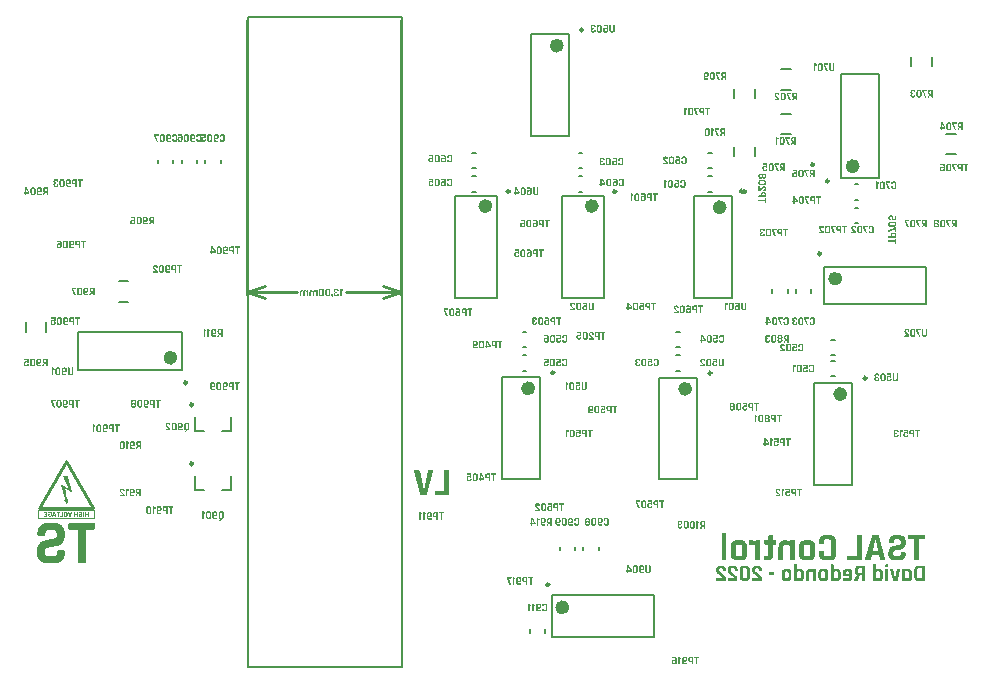
<source format=gbo>
G04*
G04 #@! TF.GenerationSoftware,Altium Limited,Altium Designer,23.0.1 (38)*
G04*
G04 Layer_Color=5220458*
%FSLAX44Y44*%
%MOMM*%
G71*
G04*
G04 #@! TF.SameCoordinates,A400D9DA-BE9D-43B9-9025-6262B0EBFE75*
G04*
G04*
G04 #@! TF.FilePolarity,Positive*
G04*
G01*
G75*
%ADD10C,0.2500*%
%ADD11C,0.6000*%
%ADD14C,0.2000*%
%ADD15C,0.2540*%
G36*
X76382Y177070D02*
X76594D01*
Y176999D01*
X76735D01*
Y176928D01*
X76806D01*
Y176858D01*
X76947D01*
Y176787D01*
X77018D01*
Y176716D01*
X77089D01*
Y176575D01*
X77160D01*
Y176504D01*
X77230D01*
Y176363D01*
X77301D01*
Y176221D01*
X77372D01*
Y176151D01*
X77442D01*
Y176009D01*
X77513D01*
Y175868D01*
X77584D01*
Y175726D01*
X77655D01*
Y175656D01*
X77725D01*
Y175514D01*
X77796D01*
Y175373D01*
X77867D01*
Y175231D01*
X77937D01*
Y175161D01*
X78008D01*
Y175019D01*
X78079D01*
Y174878D01*
X78150D01*
Y174807D01*
X78220D01*
Y174666D01*
X78291D01*
Y174524D01*
X78362D01*
Y174383D01*
X78432D01*
Y174312D01*
X78503D01*
Y174171D01*
X78574D01*
Y174029D01*
X78645D01*
Y173888D01*
X78715D01*
Y173817D01*
X78786D01*
Y173676D01*
X78857D01*
Y173534D01*
X78927D01*
Y173393D01*
X78998D01*
Y173322D01*
X79069D01*
Y173181D01*
X79140D01*
Y173039D01*
X79210D01*
Y172969D01*
X79281D01*
Y172827D01*
X79352D01*
Y172686D01*
X79422D01*
Y172544D01*
X79493D01*
Y172474D01*
X79564D01*
Y172332D01*
X79635D01*
Y172191D01*
X79705D01*
Y172049D01*
X79776D01*
Y171978D01*
X79847D01*
Y171837D01*
X79917D01*
Y171696D01*
X79988D01*
Y171554D01*
X80059D01*
Y171483D01*
X80130D01*
Y171342D01*
X80200D01*
Y171201D01*
X80271D01*
Y171130D01*
X80342D01*
Y170989D01*
X80413D01*
Y170847D01*
X80483D01*
Y170706D01*
X80554D01*
Y170635D01*
X80625D01*
Y170494D01*
X80695D01*
Y170352D01*
X80766D01*
Y170211D01*
X80837D01*
Y170140D01*
X80907D01*
Y169998D01*
X80978D01*
Y169857D01*
X81049D01*
Y169786D01*
X81120D01*
Y169645D01*
X81190D01*
Y169503D01*
X81261D01*
Y169362D01*
X81332D01*
Y169291D01*
X81403D01*
Y169150D01*
X81473D01*
Y169009D01*
X81544D01*
Y168867D01*
X81615D01*
Y168796D01*
X81685D01*
Y168655D01*
X81756D01*
Y168514D01*
X81827D01*
Y168372D01*
X81897D01*
Y168301D01*
X81968D01*
Y168160D01*
X82039D01*
Y168019D01*
X82110D01*
Y167948D01*
X82180D01*
Y167806D01*
X82251D01*
Y167665D01*
X82322D01*
Y167524D01*
X82393D01*
Y167453D01*
X82463D01*
Y167311D01*
X82534D01*
Y167170D01*
X82605D01*
Y167029D01*
X82675D01*
Y166958D01*
X82746D01*
Y166817D01*
X82817D01*
Y166675D01*
X82887D01*
Y166534D01*
X82958D01*
Y166463D01*
X83029D01*
Y166322D01*
X83100D01*
Y166180D01*
X83170D01*
Y166109D01*
X83241D01*
Y165968D01*
X83312D01*
Y165826D01*
X83382D01*
Y165685D01*
X83453D01*
Y165614D01*
X83524D01*
Y165473D01*
X83595D01*
Y165331D01*
X83665D01*
Y165190D01*
X83736D01*
Y165119D01*
X83807D01*
Y164978D01*
X83877D01*
Y164837D01*
X83948D01*
Y164695D01*
X84019D01*
Y164624D01*
X84090D01*
Y164483D01*
X84160D01*
Y164342D01*
X84231D01*
Y164271D01*
X84302D01*
Y164129D01*
X84372D01*
Y163988D01*
X84443D01*
Y163846D01*
X84514D01*
Y163776D01*
X84585D01*
Y163634D01*
X84655D01*
Y163493D01*
X84726D01*
Y163351D01*
X84797D01*
Y163281D01*
X84867D01*
Y163139D01*
X84938D01*
Y162998D01*
X85009D01*
Y162927D01*
X85080D01*
Y162786D01*
X85150D01*
Y162644D01*
X85221D01*
Y162503D01*
X85292D01*
Y162432D01*
X85362D01*
Y162291D01*
X85433D01*
Y162149D01*
X85504D01*
Y162008D01*
X85575D01*
Y161937D01*
X85645D01*
Y161796D01*
X85716D01*
Y161654D01*
X85787D01*
Y161513D01*
X85857D01*
Y161442D01*
X85928D01*
Y161301D01*
X85999D01*
Y161159D01*
X86069D01*
Y161089D01*
X86140D01*
Y160947D01*
X86211D01*
Y160806D01*
X86282D01*
Y160664D01*
X86352D01*
Y160594D01*
X86423D01*
Y160452D01*
X86494D01*
Y160311D01*
X86565D01*
Y160169D01*
X86635D01*
Y160099D01*
X86706D01*
Y159957D01*
X86777D01*
Y159816D01*
X86847D01*
Y159674D01*
X86918D01*
Y159604D01*
X86989D01*
Y159462D01*
X87059D01*
Y159321D01*
X87130D01*
Y159250D01*
X87201D01*
Y159109D01*
X87272D01*
Y158967D01*
X87342D01*
Y158826D01*
X87413D01*
Y158755D01*
X87484D01*
Y158614D01*
X87555D01*
Y158472D01*
X87625D01*
Y158331D01*
X87696D01*
Y158260D01*
X87767D01*
Y158119D01*
X87837D01*
Y157977D01*
X87908D01*
Y157836D01*
X87979D01*
Y157765D01*
X88049D01*
Y157624D01*
X88120D01*
Y157482D01*
X88191D01*
Y157412D01*
X88262D01*
Y157270D01*
X88332D01*
Y157129D01*
X88403D01*
Y156987D01*
X88474D01*
Y156917D01*
X88545D01*
Y156775D01*
X88615D01*
Y156634D01*
X88686D01*
Y156492D01*
X88757D01*
Y156422D01*
X88827D01*
Y156280D01*
X88898D01*
Y156139D01*
X88969D01*
Y155997D01*
X89039D01*
Y155927D01*
X89110D01*
Y155785D01*
X89181D01*
Y155644D01*
X89252D01*
Y155573D01*
X89322D01*
Y155432D01*
X89393D01*
Y155290D01*
X89464D01*
Y155149D01*
X89535D01*
Y155078D01*
X89605D01*
Y154937D01*
X89676D01*
Y154795D01*
X89747D01*
Y154654D01*
X89817D01*
Y154583D01*
X89888D01*
Y154442D01*
X89959D01*
Y154300D01*
X90029D01*
Y154229D01*
X90100D01*
Y154088D01*
X90171D01*
Y153947D01*
X90242D01*
Y153805D01*
X90312D01*
Y153735D01*
X90383D01*
Y153593D01*
X90454D01*
Y153452D01*
X90525D01*
Y153310D01*
X90595D01*
Y153239D01*
X90666D01*
Y153098D01*
X90737D01*
Y152957D01*
X90807D01*
Y152815D01*
X90878D01*
Y152745D01*
X90949D01*
Y152603D01*
X91019D01*
Y152462D01*
X91090D01*
Y152391D01*
X91161D01*
Y152250D01*
X91232D01*
Y152108D01*
X91302D01*
Y151967D01*
X91373D01*
Y151896D01*
X91444D01*
Y151755D01*
X91514D01*
Y151613D01*
X91585D01*
Y151472D01*
X91656D01*
Y151401D01*
X91727D01*
Y151260D01*
X91797D01*
Y151118D01*
X91868D01*
Y150977D01*
X91939D01*
Y150906D01*
X92009D01*
Y150765D01*
X92080D01*
Y150623D01*
X92151D01*
Y150553D01*
X92222D01*
Y150411D01*
X92292D01*
Y150270D01*
X92363D01*
Y150128D01*
X92434D01*
Y150057D01*
X92504D01*
Y149916D01*
X92575D01*
Y149775D01*
X92646D01*
Y149633D01*
X92717D01*
Y149563D01*
X92787D01*
Y149421D01*
X92858D01*
Y149280D01*
X92929D01*
Y149138D01*
X92999D01*
Y149067D01*
X93070D01*
Y148926D01*
X93141D01*
Y148785D01*
X93211D01*
Y148714D01*
X93282D01*
Y148573D01*
X93353D01*
Y148431D01*
X93424D01*
Y148290D01*
X93494D01*
Y148219D01*
X93565D01*
Y148077D01*
X93636D01*
Y147936D01*
X93707D01*
Y147795D01*
X93777D01*
Y147724D01*
X93848D01*
Y147583D01*
X93919D01*
Y147441D01*
X93989D01*
Y147370D01*
X94060D01*
Y147229D01*
X94131D01*
Y147087D01*
X94201D01*
Y146946D01*
X94272D01*
Y146875D01*
X94343D01*
Y146734D01*
X94414D01*
Y146593D01*
X94484D01*
Y146451D01*
X94555D01*
Y146380D01*
X94626D01*
Y146239D01*
X94697D01*
Y146097D01*
X94767D01*
Y145956D01*
X94838D01*
Y145885D01*
X94909D01*
Y145744D01*
X94979D01*
Y145603D01*
X95050D01*
Y145532D01*
X95121D01*
Y145390D01*
X95191D01*
Y145249D01*
X95262D01*
Y145108D01*
X95333D01*
Y145037D01*
X95404D01*
Y144895D01*
X95474D01*
Y144754D01*
X95545D01*
Y144613D01*
X95616D01*
Y144542D01*
X95687D01*
Y144400D01*
X95757D01*
Y144259D01*
X95828D01*
Y144118D01*
X95899D01*
Y144047D01*
X95969D01*
Y143905D01*
X96040D01*
Y143764D01*
X96111D01*
Y143693D01*
X96181D01*
Y143552D01*
X96252D01*
Y143410D01*
X96323D01*
Y143269D01*
X96394D01*
Y143198D01*
X96464D01*
Y143057D01*
X96535D01*
Y142915D01*
X96606D01*
Y142774D01*
X96677D01*
Y142703D01*
X96747D01*
Y142562D01*
X96818D01*
Y142420D01*
X96889D01*
Y142279D01*
X96959D01*
Y142208D01*
X97030D01*
Y142067D01*
X97101D01*
Y141925D01*
X97171D01*
Y141855D01*
X97242D01*
Y141713D01*
X97313D01*
Y141572D01*
X97384D01*
Y141431D01*
X97454D01*
Y141360D01*
X97525D01*
Y141218D01*
X97596D01*
Y141077D01*
X97667D01*
Y140935D01*
X97737D01*
Y140865D01*
X97808D01*
Y140723D01*
X97879D01*
Y140582D01*
X97949D01*
Y140511D01*
X98020D01*
Y140370D01*
X98091D01*
Y140228D01*
X98161D01*
Y140087D01*
X98232D01*
Y140016D01*
X98303D01*
Y139875D01*
X98374D01*
Y139733D01*
X98444D01*
Y139592D01*
X98515D01*
Y139521D01*
X98586D01*
Y139380D01*
X98657D01*
Y139238D01*
X98727D01*
Y139097D01*
X98798D01*
Y139026D01*
X98869D01*
Y138885D01*
X98939D01*
Y138743D01*
X99010D01*
Y138673D01*
X99081D01*
Y138531D01*
X99151D01*
Y138390D01*
X99222D01*
Y138248D01*
X99293D01*
Y138178D01*
X99364D01*
Y138036D01*
X99434D01*
Y137895D01*
X99505D01*
Y137753D01*
X99576D01*
Y137683D01*
X99646D01*
Y137541D01*
X99717D01*
Y137400D01*
X99788D01*
Y137258D01*
X99859D01*
Y137188D01*
X99929D01*
Y136976D01*
X100000D01*
Y136268D01*
X99929D01*
Y136056D01*
X99859D01*
Y135915D01*
X99788D01*
Y135844D01*
X99717D01*
Y135773D01*
X99646D01*
Y135703D01*
X99576D01*
Y135632D01*
X99505D01*
Y135561D01*
X99434D01*
Y135491D01*
X99293D01*
Y135420D01*
X99081D01*
Y135349D01*
X100000D01*
Y127500D01*
X52127D01*
Y135349D01*
X53047D01*
Y135420D01*
X52834D01*
Y135491D01*
X52693D01*
Y135561D01*
X52622D01*
Y135632D01*
X52552D01*
Y135703D01*
X52481D01*
Y135773D01*
X52410D01*
Y135844D01*
X52339D01*
Y135915D01*
X52269D01*
Y136056D01*
X52198D01*
Y136268D01*
X52127D01*
Y136976D01*
X52198D01*
Y137117D01*
X52269D01*
Y137258D01*
X52339D01*
Y137400D01*
X52410D01*
Y137541D01*
X52481D01*
Y137683D01*
X52552D01*
Y137753D01*
X52622D01*
Y137895D01*
X52693D01*
Y138036D01*
X52764D01*
Y138107D01*
X52834D01*
Y138248D01*
X52905D01*
Y138390D01*
X52976D01*
Y138531D01*
X53047D01*
Y138602D01*
X53117D01*
Y138743D01*
X53188D01*
Y138885D01*
X53259D01*
Y139026D01*
X53329D01*
Y139097D01*
X53400D01*
Y139238D01*
X53471D01*
Y139380D01*
X53541D01*
Y139521D01*
X53612D01*
Y139592D01*
X53683D01*
Y139733D01*
X53754D01*
Y139875D01*
X53824D01*
Y139945D01*
X53895D01*
Y140087D01*
X53966D01*
Y140228D01*
X54036D01*
Y140370D01*
X54107D01*
Y140441D01*
X54178D01*
Y140582D01*
X54249D01*
Y140723D01*
X54319D01*
Y140865D01*
X54390D01*
Y140935D01*
X54461D01*
Y141077D01*
X54531D01*
Y141218D01*
X54602D01*
Y141360D01*
X54673D01*
Y141431D01*
X54744D01*
Y141572D01*
X54814D01*
Y141713D01*
X54885D01*
Y141784D01*
X54956D01*
Y141925D01*
X55026D01*
Y142067D01*
X55097D01*
Y142208D01*
X55168D01*
Y142279D01*
X55239D01*
Y142420D01*
X55309D01*
Y142562D01*
X55380D01*
Y142703D01*
X55451D01*
Y142774D01*
X55521D01*
Y142915D01*
X55592D01*
Y143057D01*
X55663D01*
Y143198D01*
X55734D01*
Y143269D01*
X55804D01*
Y143410D01*
X55875D01*
Y143552D01*
X55946D01*
Y143623D01*
X56017D01*
Y143764D01*
X56087D01*
Y143905D01*
X56158D01*
Y144047D01*
X56229D01*
Y144118D01*
X56299D01*
Y144259D01*
X56370D01*
Y144400D01*
X56441D01*
Y144542D01*
X56512D01*
Y144613D01*
X56582D01*
Y144754D01*
X56653D01*
Y144895D01*
X56724D01*
Y144966D01*
X56794D01*
Y145108D01*
X56865D01*
Y145249D01*
X56936D01*
Y145390D01*
X57007D01*
Y145461D01*
X57077D01*
Y145603D01*
X57148D01*
Y145744D01*
X57219D01*
Y145885D01*
X57289D01*
Y145956D01*
X57360D01*
Y146097D01*
X57431D01*
Y146239D01*
X57502D01*
Y146380D01*
X57572D01*
Y146451D01*
X57643D01*
Y146593D01*
X57714D01*
Y146734D01*
X57784D01*
Y146805D01*
X57855D01*
Y146946D01*
X57926D01*
Y147087D01*
X57997D01*
Y147229D01*
X58067D01*
Y147300D01*
X58138D01*
Y147441D01*
X58209D01*
Y147583D01*
X58279D01*
Y147724D01*
X58350D01*
Y147795D01*
X58421D01*
Y147936D01*
X58492D01*
Y148077D01*
X58562D01*
Y148219D01*
X58633D01*
Y148290D01*
X58704D01*
Y148431D01*
X58774D01*
Y148573D01*
X58845D01*
Y148643D01*
X58916D01*
Y148785D01*
X58986D01*
Y148926D01*
X59057D01*
Y149067D01*
X59128D01*
Y149138D01*
X59199D01*
Y149280D01*
X59269D01*
Y149421D01*
X59340D01*
Y149563D01*
X59411D01*
Y149633D01*
X59481D01*
Y149775D01*
X59552D01*
Y149916D01*
X59623D01*
Y150057D01*
X59694D01*
Y150128D01*
X59764D01*
Y150270D01*
X59835D01*
Y150411D01*
X59906D01*
Y150482D01*
X59976D01*
Y150623D01*
X60047D01*
Y150765D01*
X60118D01*
Y150906D01*
X60189D01*
Y150977D01*
X60259D01*
Y151118D01*
X60330D01*
Y151260D01*
X60401D01*
Y151401D01*
X60471D01*
Y151472D01*
X60542D01*
Y151613D01*
X60613D01*
Y151755D01*
X60683D01*
Y151896D01*
X60754D01*
Y151967D01*
X60825D01*
Y152108D01*
X60896D01*
Y152250D01*
X60966D01*
Y152320D01*
X61037D01*
Y152462D01*
X61108D01*
Y152603D01*
X61178D01*
Y152745D01*
X61249D01*
Y152815D01*
X61320D01*
Y152957D01*
X61391D01*
Y153098D01*
X61461D01*
Y153239D01*
X61532D01*
Y153310D01*
X61603D01*
Y153452D01*
X61673D01*
Y153593D01*
X61744D01*
Y153664D01*
X61815D01*
Y153805D01*
X61886D01*
Y153947D01*
X61956D01*
Y154088D01*
X62027D01*
Y154159D01*
X62098D01*
Y154300D01*
X62168D01*
Y154442D01*
X62239D01*
Y154583D01*
X62310D01*
Y154654D01*
X62381D01*
Y154795D01*
X62451D01*
Y154937D01*
X62522D01*
Y155078D01*
X62593D01*
Y155149D01*
X62663D01*
Y155290D01*
X62734D01*
Y155432D01*
X62805D01*
Y155502D01*
X62876D01*
Y155644D01*
X62946D01*
Y155785D01*
X63017D01*
Y155927D01*
X63088D01*
Y155997D01*
X63158D01*
Y156139D01*
X63229D01*
Y156280D01*
X63300D01*
Y156422D01*
X63371D01*
Y156492D01*
X63441D01*
Y156634D01*
X63512D01*
Y156775D01*
X63583D01*
Y156917D01*
X63653D01*
Y156987D01*
X63724D01*
Y157129D01*
X63795D01*
Y157270D01*
X63866D01*
Y157341D01*
X63936D01*
Y157482D01*
X64007D01*
Y157624D01*
X64078D01*
Y157765D01*
X64149D01*
Y157836D01*
X64219D01*
Y157977D01*
X64290D01*
Y158119D01*
X64361D01*
Y158260D01*
X64431D01*
Y158331D01*
X64502D01*
Y158402D01*
Y158472D01*
X64573D01*
Y158614D01*
X64644D01*
Y158755D01*
X64714D01*
Y158826D01*
X64785D01*
Y158967D01*
X64856D01*
Y159109D01*
X64926D01*
Y159179D01*
X64997D01*
Y159321D01*
X65068D01*
Y159462D01*
X65139D01*
Y159604D01*
X65209D01*
Y159674D01*
X65280D01*
Y159816D01*
X65351D01*
Y159957D01*
X65421D01*
Y160099D01*
X65492D01*
Y160169D01*
X65563D01*
Y160311D01*
X65634D01*
Y160452D01*
X65704D01*
Y160523D01*
X65775D01*
Y160664D01*
X65846D01*
Y160806D01*
X65916D01*
Y160947D01*
X65987D01*
Y161018D01*
X66058D01*
Y161159D01*
X66128D01*
Y161301D01*
X66199D01*
Y161442D01*
X66270D01*
Y161513D01*
X66341D01*
Y161654D01*
X66411D01*
Y161796D01*
X66482D01*
Y161937D01*
X66553D01*
Y162008D01*
X66624D01*
Y162149D01*
X66694D01*
Y162291D01*
X66765D01*
Y162362D01*
X66836D01*
Y162503D01*
X66906D01*
Y162644D01*
X66977D01*
Y162786D01*
X67048D01*
Y162857D01*
X67118D01*
Y162998D01*
X67189D01*
Y163139D01*
X67260D01*
Y163281D01*
X67331D01*
Y163351D01*
X67401D01*
Y163493D01*
X67472D01*
Y163634D01*
X67543D01*
Y163776D01*
X67613D01*
Y163846D01*
X67684D01*
Y163988D01*
X67755D01*
Y164129D01*
X67826D01*
Y164200D01*
X67896D01*
Y164342D01*
X67967D01*
Y164483D01*
X68038D01*
Y164624D01*
X68108D01*
Y164695D01*
X68179D01*
Y164837D01*
X68250D01*
Y164978D01*
X68321D01*
Y165119D01*
X68391D01*
Y165190D01*
X68462D01*
Y165331D01*
X68533D01*
Y165473D01*
X68603D01*
Y165614D01*
X68674D01*
Y165685D01*
X68745D01*
Y165826D01*
X68816D01*
Y165968D01*
X68886D01*
Y166039D01*
X68957D01*
Y166180D01*
X69028D01*
Y166322D01*
X69098D01*
Y166463D01*
X69169D01*
Y166534D01*
X69240D01*
Y166675D01*
X69311D01*
Y166817D01*
X69381D01*
Y166958D01*
X69452D01*
Y167029D01*
X69523D01*
Y167170D01*
X69593D01*
Y167311D01*
X69664D01*
Y167453D01*
X69735D01*
Y167524D01*
X69805D01*
Y167665D01*
X69876D01*
Y167806D01*
X69947D01*
Y167877D01*
X70018D01*
Y168019D01*
X70088D01*
Y168160D01*
X70159D01*
Y168301D01*
X70230D01*
Y168372D01*
X70300D01*
Y168514D01*
X70371D01*
Y168655D01*
X70442D01*
Y168796D01*
X70513D01*
Y168867D01*
X70583D01*
Y169009D01*
X70654D01*
Y169150D01*
X70725D01*
Y169221D01*
X70795D01*
Y169362D01*
X70866D01*
Y169503D01*
X70937D01*
Y169645D01*
X71008D01*
Y169716D01*
X71078D01*
Y169857D01*
X71149D01*
Y169998D01*
X71220D01*
Y170140D01*
X71290D01*
Y170211D01*
X71361D01*
Y170352D01*
X71432D01*
Y170494D01*
X71503D01*
Y170635D01*
X71573D01*
Y170706D01*
X71644D01*
Y170847D01*
X71715D01*
Y170989D01*
X71785D01*
Y171059D01*
X71856D01*
Y171201D01*
X71927D01*
Y171342D01*
X71998D01*
Y171483D01*
X72068D01*
Y171554D01*
X72139D01*
Y171696D01*
X72210D01*
Y171837D01*
X72281D01*
Y171978D01*
X72351D01*
Y172049D01*
X72422D01*
Y172191D01*
X72493D01*
Y172332D01*
X72563D01*
Y172474D01*
X72634D01*
Y172544D01*
X72705D01*
Y172686D01*
X72776D01*
Y172827D01*
X72846D01*
Y172898D01*
X72917D01*
Y173039D01*
X72988D01*
Y173181D01*
X73058D01*
Y173322D01*
X73129D01*
Y173393D01*
X73200D01*
Y173534D01*
X73271D01*
Y173676D01*
X73341D01*
Y173817D01*
X73412D01*
Y173888D01*
X73483D01*
Y174029D01*
X73553D01*
Y174171D01*
X73624D01*
Y174312D01*
X73695D01*
Y174383D01*
X73766D01*
Y174524D01*
X73836D01*
Y174666D01*
X73907D01*
Y174736D01*
X73978D01*
Y174878D01*
X74048D01*
Y175019D01*
X74119D01*
Y175161D01*
X74190D01*
Y175231D01*
X74261D01*
Y175373D01*
X74331D01*
Y175514D01*
X74402D01*
Y175656D01*
X74473D01*
Y175726D01*
X74543D01*
Y175868D01*
X74614D01*
Y176009D01*
X74685D01*
Y176080D01*
X74756D01*
Y176221D01*
X74826D01*
Y176363D01*
X74897D01*
Y176504D01*
X74968D01*
Y176575D01*
X75038D01*
Y176716D01*
X75109D01*
Y176787D01*
X75180D01*
Y176858D01*
X75321D01*
Y176928D01*
X75392D01*
Y176999D01*
X75533D01*
Y177070D01*
X75745D01*
Y177141D01*
X76382D01*
Y177070D01*
D02*
G37*
G36*
X99259Y124145D02*
X99556Y124071D01*
X99704Y123848D01*
X99852Y123700D01*
X100000Y123256D01*
Y123182D01*
Y123108D01*
Y119478D01*
X99926Y119108D01*
X99852Y118812D01*
X99630Y118664D01*
X99408Y118516D01*
X99037Y118367D01*
X92816D01*
X92445Y118293D01*
X92297Y118071D01*
X92223Y117849D01*
Y117775D01*
Y91111D01*
X92149Y90741D01*
X92001Y90444D01*
X91853Y90296D01*
X91630Y90148D01*
X91186Y90000D01*
X86520D01*
X86150Y90074D01*
X85853Y90148D01*
X85705Y90370D01*
X85557Y90592D01*
X85409Y90963D01*
Y91037D01*
Y91111D01*
Y117775D01*
X85335Y118145D01*
X85113Y118293D01*
X84890Y118367D01*
X78743D01*
X78373Y118441D01*
X78076Y118516D01*
X77854Y118738D01*
X77706Y118960D01*
X77558Y119330D01*
Y119404D01*
Y119478D01*
Y123108D01*
X77632Y123478D01*
X77706Y123774D01*
X77928Y123922D01*
X78150Y124071D01*
X78521Y124219D01*
X98889D01*
X99259Y124145D01*
D02*
G37*
G36*
X67041D02*
X68374Y123848D01*
X69485Y123478D01*
X70448Y123108D01*
X71188Y122663D01*
X71707Y122293D01*
X72003Y121997D01*
X72151Y121923D01*
X72892Y121034D01*
X73484Y119997D01*
X73855Y118886D01*
X74151Y117849D01*
X74299Y116960D01*
X74373Y116145D01*
X74447Y115849D01*
Y115701D01*
Y115553D01*
Y115479D01*
Y113627D01*
X74373Y112442D01*
X74225Y111405D01*
X74077Y110516D01*
X73780Y109702D01*
X73558Y109109D01*
X73410Y108591D01*
X73262Y108294D01*
X73188Y108220D01*
X72670Y107480D01*
X72151Y106887D01*
X71633Y106443D01*
X71188Y106072D01*
X70744Y105776D01*
X70373Y105554D01*
X70151Y105480D01*
X70077Y105406D01*
X68670Y104887D01*
X68003Y104739D01*
X67411Y104517D01*
X66818Y104369D01*
X66448Y104295D01*
X66152Y104221D01*
X66078D01*
X64522Y103925D01*
X63781Y103850D01*
X63189Y103776D01*
X62670Y103702D01*
X62300Y103628D01*
X62004D01*
X60745Y103406D01*
X60226Y103258D01*
X59782Y103036D01*
X59412Y102888D01*
X59115Y102739D01*
X58967Y102665D01*
X58893Y102591D01*
X58449Y102221D01*
X58152Y101851D01*
X57930Y101480D01*
X57782Y101110D01*
X57708Y100740D01*
X57634Y100443D01*
Y100295D01*
Y100221D01*
Y99629D01*
Y98888D01*
X57782Y98221D01*
X57856Y97703D01*
X58004Y97259D01*
X58152Y96962D01*
X58301Y96740D01*
X58375Y96666D01*
X58449Y96592D01*
X58819Y96370D01*
X59264Y96147D01*
X60226Y95925D01*
X60671D01*
X61041Y95851D01*
X64596D01*
X65189Y95999D01*
X65707Y96073D01*
X66152Y96222D01*
X66448Y96370D01*
X66670Y96444D01*
X66744Y96592D01*
X66818D01*
X67115Y96888D01*
X67263Y97333D01*
X67559Y98221D01*
Y98666D01*
X67633Y99036D01*
Y99258D01*
Y99332D01*
Y99777D01*
X67707Y100147D01*
X67781Y100443D01*
X68003Y100591D01*
X68151Y100740D01*
X68596Y100888D01*
X73262D01*
X73632Y100814D01*
X73929Y100740D01*
X74077Y100517D01*
X74225Y100369D01*
X74373Y99925D01*
Y99851D01*
Y99777D01*
Y98740D01*
X74299Y97259D01*
X74003Y95925D01*
X73632Y94814D01*
X73188Y93926D01*
X72818Y93185D01*
X72447Y92666D01*
X72151Y92296D01*
X72077Y92222D01*
X71114Y91481D01*
X70077Y90963D01*
X68966Y90519D01*
X67929Y90296D01*
X66966Y90148D01*
X66226Y90074D01*
X65929Y90000D01*
X59708D01*
X58227Y90074D01*
X56967Y90370D01*
X55856Y90741D01*
X54894Y91111D01*
X54227Y91555D01*
X53709Y91852D01*
X53338Y92148D01*
X53264Y92222D01*
X52449Y93185D01*
X51857Y94222D01*
X51487Y95259D01*
X51190Y96370D01*
X51042Y97259D01*
X50894Y98073D01*
Y98370D01*
Y98592D01*
Y98666D01*
Y98740D01*
Y100517D01*
X50968Y101628D01*
X51116Y102665D01*
X51264Y103554D01*
X51487Y104369D01*
X51783Y104961D01*
X51931Y105406D01*
X52079Y105702D01*
X52153Y105776D01*
X52672Y106517D01*
X53190Y107109D01*
X53709Y107628D01*
X54153Y107998D01*
X54597Y108294D01*
X54968Y108517D01*
X55190Y108665D01*
X55264D01*
X56597Y109183D01*
X58004Y109553D01*
X59338Y109850D01*
X60597Y110072D01*
X61634Y110220D01*
X62522Y110368D01*
X62819D01*
X63041Y110442D01*
X63263D01*
X64004Y110516D01*
X64670Y110665D01*
X65263Y110813D01*
X65781Y111035D01*
X66226Y111257D01*
X66596Y111553D01*
X67115Y111998D01*
X67411Y112516D01*
X67559Y112961D01*
X67633Y113257D01*
Y113331D01*
Y114368D01*
Y115183D01*
X67485Y115849D01*
X67411Y116442D01*
X67263Y116886D01*
X67115Y117182D01*
X67041Y117405D01*
X66892Y117479D01*
Y117553D01*
X66522Y117849D01*
X66078Y117997D01*
X65115Y118293D01*
X64670D01*
X64300Y118367D01*
X61115D01*
X60523Y118219D01*
X60004Y118145D01*
X59634Y117997D01*
X59338Y117849D01*
X59115Y117775D01*
X58967Y117627D01*
X58671Y117331D01*
X58523Y116886D01*
X58227Y115923D01*
Y115479D01*
X58152Y115183D01*
Y114886D01*
Y114812D01*
Y114516D01*
X58078Y114146D01*
X57930Y113849D01*
X57782Y113701D01*
X57560Y113553D01*
X57116Y113405D01*
X52449D01*
X52079Y113479D01*
X51783Y113553D01*
X51635Y113775D01*
X51487Y113997D01*
X51338Y114368D01*
Y114442D01*
Y114516D01*
Y115479D01*
X51412Y116960D01*
X51709Y118293D01*
X52079Y119404D01*
X52523Y120293D01*
X52968Y121034D01*
X53338Y121478D01*
X53634Y121848D01*
X53709Y121923D01*
X54671Y122663D01*
X55708Y123256D01*
X56819Y123626D01*
X57856Y123922D01*
X58819Y124071D01*
X59560Y124219D01*
X65559D01*
X67041Y124145D01*
D02*
G37*
G36*
X386301Y168834D02*
X386487Y168788D01*
X386625Y168649D01*
X386672Y168511D01*
Y168279D01*
Y168187D01*
Y168140D01*
X381488Y148194D01*
X381396Y147963D01*
X381303Y147778D01*
X381165Y147685D01*
X381026Y147593D01*
X380748Y147500D01*
X376305D01*
X376074Y147546D01*
X375889Y147593D01*
X375657Y147870D01*
X375565Y148102D01*
X375518Y148148D01*
Y148194D01*
X370335Y168140D01*
Y168372D01*
X370382Y168557D01*
X370474Y168696D01*
X370613Y168788D01*
X370891Y168881D01*
X374130D01*
X374361Y168834D01*
X374547Y168788D01*
X374824Y168557D01*
X374917Y168279D01*
X374963Y168233D01*
Y168187D01*
X378434Y151804D01*
X378573D01*
X382090Y168187D01*
X382136Y168418D01*
X382229Y168603D01*
X382368Y168696D01*
X382507Y168788D01*
X382784Y168881D01*
X386024D01*
X386301Y168834D01*
D02*
G37*
G36*
X399537D02*
X399722Y168788D01*
X399815Y168649D01*
X399907Y168557D01*
X400000Y168279D01*
Y168233D01*
Y168187D01*
Y148194D01*
X399954Y147963D01*
X399907Y147778D01*
X399769Y147685D01*
X399630Y147593D01*
X399398Y147500D01*
X388338D01*
X388106Y147546D01*
X387921Y147593D01*
X387829Y147731D01*
X387736Y147870D01*
X387644Y148102D01*
Y148148D01*
Y148194D01*
Y150462D01*
X387690Y150693D01*
X387736Y150878D01*
X387875Y150971D01*
X387967Y151063D01*
X388245Y151156D01*
X395372D01*
X395603Y151202D01*
X395696Y151341D01*
X395742Y151480D01*
Y151526D01*
Y168187D01*
X395789Y168418D01*
X395835Y168603D01*
X395974Y168696D01*
X396066Y168788D01*
X396344Y168881D01*
X399306D01*
X399537Y168834D01*
D02*
G37*
G36*
X692218Y109438D02*
X692403Y109392D01*
X692495Y109253D01*
X692588Y109160D01*
X692680Y108883D01*
Y108836D01*
Y108790D01*
Y93194D01*
X692634Y92963D01*
X692588Y92778D01*
X692449Y92685D01*
X692310Y92593D01*
X692079Y92500D01*
X689163D01*
X688932Y92546D01*
X688747Y92593D01*
X688608Y92731D01*
X688515Y92870D01*
X688423Y93102D01*
Y93148D01*
Y93194D01*
Y103283D01*
X688376Y103746D01*
X688330Y104116D01*
X688191Y104486D01*
X688053Y104764D01*
X687682Y105227D01*
X687266Y105504D01*
X686849Y105689D01*
X686525Y105782D01*
X686248Y105828D01*
X684582D01*
X684258Y105736D01*
X683980Y105689D01*
X683795Y105597D01*
X683610Y105504D01*
X683517Y105458D01*
X683425Y105365D01*
X683286Y105180D01*
X683147Y104949D01*
X683008Y104440D01*
X682962Y104208D01*
Y104023D01*
Y103885D01*
Y103838D01*
Y93194D01*
X682916Y92963D01*
X682869Y92778D01*
X682730Y92685D01*
X682592Y92593D01*
X682360Y92500D01*
X679491D01*
X679260Y92546D01*
X679074Y92593D01*
X678936Y92731D01*
X678843Y92870D01*
X678751Y93102D01*
Y93148D01*
Y93194D01*
Y104023D01*
X678797Y104995D01*
X678982Y105828D01*
X679213Y106569D01*
X679584Y107170D01*
X679954Y107726D01*
X680416Y108142D01*
X680879Y108512D01*
X681342Y108790D01*
X681851Y109022D01*
X682314Y109207D01*
X682777Y109299D01*
X683147Y109392D01*
X683517Y109438D01*
X683749Y109484D01*
X685044D01*
X685924Y109392D01*
X686618Y109207D01*
X687219Y108929D01*
X687636Y108605D01*
X687960Y108235D01*
X688191Y107957D01*
X688284Y107772D01*
X688330Y107679D01*
X688423D01*
Y108790D01*
X688469Y109022D01*
X688515Y109207D01*
X688654Y109299D01*
X688793Y109392D01*
X689024Y109484D01*
X691986D01*
X692218Y109438D01*
D02*
G37*
G36*
X663016D02*
X663201Y109392D01*
X663293Y109253D01*
X663386Y109160D01*
X663478Y108883D01*
Y108836D01*
Y108790D01*
Y93194D01*
X663432Y92963D01*
X663386Y92778D01*
X663247Y92685D01*
X663108Y92593D01*
X662877Y92500D01*
X659961D01*
X659730Y92546D01*
X659545Y92593D01*
X659406Y92731D01*
X659313Y92870D01*
X659221Y93102D01*
Y93148D01*
Y93194D01*
Y103190D01*
X659175Y103653D01*
X659128Y104070D01*
X658989Y104394D01*
X658851Y104718D01*
X658712Y104995D01*
X658480Y105180D01*
X658064Y105504D01*
X657647Y105689D01*
X657323Y105782D01*
X657046Y105828D01*
X654408D01*
X654223Y105875D01*
X654176Y105921D01*
X654130D01*
X654038Y106060D01*
X653991Y106245D01*
Y106430D01*
Y106476D01*
Y108790D01*
X654038Y109022D01*
X654084Y109207D01*
X654176Y109299D01*
X654315Y109392D01*
X654547Y109484D01*
X655843D01*
X656583Y109392D01*
X656907Y109346D01*
X657231Y109253D01*
X657462Y109160D01*
X657647Y109114D01*
X657786Y109022D01*
X657832D01*
X658156Y108836D01*
X658434Y108605D01*
X658665Y108374D01*
X658804Y108142D01*
X658943Y107957D01*
X659036Y107772D01*
X659128Y107679D01*
Y107633D01*
X659221D01*
Y108790D01*
X659267Y109022D01*
X659313Y109207D01*
X659452Y109299D01*
X659591Y109392D01*
X659822Y109484D01*
X662784D01*
X663016Y109438D01*
D02*
G37*
G36*
X722947Y113834D02*
X723780Y113649D01*
X724474Y113464D01*
X725029Y113187D01*
X725492Y112955D01*
X725816Y112724D01*
X726047Y112539D01*
X726094Y112492D01*
X726556Y111937D01*
X726927Y111289D01*
X727158Y110595D01*
X727343Y109947D01*
X727436Y109392D01*
X727482Y108883D01*
X727528Y108698D01*
Y108605D01*
Y108512D01*
Y108466D01*
Y97915D01*
X727482Y96989D01*
X727297Y96156D01*
X727066Y95462D01*
X726788Y94907D01*
X726556Y94490D01*
X726325Y94166D01*
X726140Y93935D01*
X726094Y93888D01*
X725492Y93426D01*
X724844Y93102D01*
X724196Y92824D01*
X723502Y92685D01*
X722947Y92593D01*
X722438Y92546D01*
X722253Y92500D01*
X718411D01*
X717486Y92546D01*
X716653Y92731D01*
X715959Y92963D01*
X715403Y93194D01*
X714940Y93472D01*
X714617Y93657D01*
X714385Y93842D01*
X714339Y93888D01*
X713876Y94490D01*
X713506Y95138D01*
X713275Y95786D01*
X713089Y96434D01*
X712997Y97035D01*
X712904Y97498D01*
Y97683D01*
Y97822D01*
Y97868D01*
Y97915D01*
Y99488D01*
X712951Y99719D01*
X712997Y99905D01*
X713136Y100043D01*
X713275Y100136D01*
X713506Y100229D01*
X716421D01*
X716653Y100182D01*
X716838Y100136D01*
X716930Y99997D01*
X717023Y99858D01*
X717116Y99627D01*
Y99534D01*
Y99488D01*
Y98100D01*
Y97730D01*
X717208Y97406D01*
X717254Y97128D01*
X717347Y96943D01*
X717440Y96758D01*
X717486Y96665D01*
X717578Y96619D01*
Y96573D01*
X717764Y96434D01*
X717995Y96341D01*
X718504Y96202D01*
X718735D01*
X718921Y96156D01*
X721743D01*
X722021Y96202D01*
X722299Y96295D01*
X722484Y96387D01*
X722669Y96434D01*
X722762Y96526D01*
X722854Y96573D01*
X722993Y96758D01*
X723086Y96989D01*
X723224Y97498D01*
Y97730D01*
X723271Y97915D01*
Y98053D01*
Y98100D01*
Y108281D01*
Y108651D01*
X723224Y108975D01*
X723132Y109207D01*
X723039Y109438D01*
X722993Y109577D01*
X722900Y109669D01*
X722854Y109762D01*
X722669Y109901D01*
X722438Y110040D01*
X721929Y110178D01*
X721697Y110225D01*
X718735D01*
X718411Y110132D01*
X718134Y110086D01*
X717949Y109993D01*
X717764Y109901D01*
X717671Y109854D01*
X717578Y109762D01*
X717440Y109577D01*
X717301Y109346D01*
X717162Y108883D01*
X717116Y108651D01*
Y108466D01*
Y108327D01*
Y108281D01*
Y106893D01*
X717069Y106661D01*
X717023Y106476D01*
X716884Y106337D01*
X716745Y106245D01*
X716514Y106152D01*
X713645D01*
X713413Y106199D01*
X713228Y106291D01*
X713089Y106384D01*
X712997Y106523D01*
X712904Y106800D01*
Y106846D01*
Y106893D01*
Y108466D01*
X712951Y109392D01*
X713136Y110178D01*
X713367Y110873D01*
X713598Y111428D01*
X713876Y111891D01*
X714108Y112169D01*
X714293Y112400D01*
X714339Y112446D01*
X714940Y112909D01*
X715588Y113279D01*
X716236Y113511D01*
X716930Y113696D01*
X717486Y113788D01*
X717995Y113881D01*
X722021D01*
X722947Y113834D01*
D02*
G37*
G36*
X802037D02*
X802222Y113788D01*
X802315Y113649D01*
X802407Y113557D01*
X802500Y113279D01*
Y113233D01*
Y113187D01*
Y110919D01*
X802454Y110688D01*
X802407Y110502D01*
X802269Y110410D01*
X802130Y110317D01*
X801898Y110225D01*
X798011D01*
X797780Y110178D01*
X797687Y110040D01*
X797641Y109901D01*
Y109854D01*
Y93194D01*
X797594Y92963D01*
X797502Y92778D01*
X797409Y92685D01*
X797271Y92593D01*
X796993Y92500D01*
X794077D01*
X793846Y92546D01*
X793661Y92593D01*
X793568Y92731D01*
X793476Y92870D01*
X793383Y93102D01*
Y93148D01*
Y93194D01*
Y109854D01*
X793337Y110086D01*
X793198Y110178D01*
X793059Y110225D01*
X789218D01*
X788987Y110271D01*
X788801Y110317D01*
X788663Y110456D01*
X788570Y110595D01*
X788477Y110826D01*
Y110873D01*
Y110919D01*
Y113187D01*
X788524Y113418D01*
X788570Y113603D01*
X788709Y113696D01*
X788848Y113788D01*
X789079Y113881D01*
X801806D01*
X802037Y113834D01*
D02*
G37*
G36*
X781906D02*
X782739Y113649D01*
X783433Y113418D01*
X784035Y113187D01*
X784498Y112909D01*
X784821Y112677D01*
X785007Y112492D01*
X785099Y112446D01*
X785562Y111891D01*
X785932Y111243D01*
X786164Y110549D01*
X786349Y109901D01*
X786441Y109346D01*
X786488Y108836D01*
X786534Y108651D01*
Y108559D01*
Y108466D01*
Y108420D01*
Y107263D01*
X786488Y106523D01*
X786395Y105875D01*
X786302Y105319D01*
X786117Y104810D01*
X785978Y104440D01*
X785886Y104116D01*
X785793Y103931D01*
X785747Y103885D01*
X785423Y103422D01*
X785099Y103052D01*
X784775Y102774D01*
X784498Y102542D01*
X784220Y102357D01*
X783988Y102219D01*
X783850Y102172D01*
X783803Y102126D01*
X782924Y101802D01*
X782508Y101709D01*
X782137Y101571D01*
X781767Y101478D01*
X781536Y101432D01*
X781351Y101385D01*
X781304D01*
X780332Y101200D01*
X779870Y101154D01*
X779499Y101108D01*
X779175Y101062D01*
X778944Y101015D01*
X778759D01*
X777972Y100877D01*
X777648Y100784D01*
X777371Y100645D01*
X777139Y100553D01*
X776954Y100460D01*
X776861Y100414D01*
X776815Y100367D01*
X776538Y100136D01*
X776352Y99905D01*
X776214Y99673D01*
X776121Y99442D01*
X776075Y99210D01*
X776029Y99025D01*
Y98933D01*
Y98886D01*
Y98516D01*
Y98053D01*
X776121Y97637D01*
X776167Y97313D01*
X776260Y97035D01*
X776352Y96850D01*
X776445Y96711D01*
X776491Y96665D01*
X776538Y96619D01*
X776769Y96480D01*
X777047Y96341D01*
X777648Y96202D01*
X777926D01*
X778157Y96156D01*
X780379D01*
X780749Y96249D01*
X781073Y96295D01*
X781351Y96387D01*
X781536Y96480D01*
X781674Y96526D01*
X781721Y96619D01*
X781767D01*
X781952Y96804D01*
X782045Y97082D01*
X782230Y97637D01*
Y97915D01*
X782276Y98146D01*
Y98285D01*
Y98331D01*
Y98609D01*
X782322Y98840D01*
X782369Y99025D01*
X782508Y99118D01*
X782600Y99210D01*
X782878Y99303D01*
X785793D01*
X786025Y99257D01*
X786210Y99210D01*
X786302Y99072D01*
X786395Y98979D01*
X786488Y98701D01*
Y98655D01*
Y98609D01*
Y97961D01*
X786441Y97035D01*
X786256Y96202D01*
X786025Y95508D01*
X785747Y94953D01*
X785516Y94490D01*
X785284Y94166D01*
X785099Y93935D01*
X785053Y93888D01*
X784451Y93426D01*
X783803Y93102D01*
X783109Y92824D01*
X782461Y92685D01*
X781860Y92593D01*
X781397Y92546D01*
X781212Y92500D01*
X777324D01*
X776399Y92546D01*
X775612Y92731D01*
X774918Y92963D01*
X774316Y93194D01*
X773900Y93472D01*
X773576Y93657D01*
X773344Y93842D01*
X773298Y93888D01*
X772789Y94490D01*
X772419Y95138D01*
X772187Y95786D01*
X772002Y96480D01*
X771910Y97035D01*
X771817Y97544D01*
Y97730D01*
Y97868D01*
Y97915D01*
Y97961D01*
Y99072D01*
X771863Y99766D01*
X771956Y100414D01*
X772048Y100969D01*
X772187Y101478D01*
X772373Y101848D01*
X772465Y102126D01*
X772558Y102311D01*
X772604Y102357D01*
X772928Y102820D01*
X773252Y103190D01*
X773576Y103514D01*
X773853Y103746D01*
X774131Y103931D01*
X774362Y104070D01*
X774501Y104162D01*
X774548D01*
X775381Y104486D01*
X776260Y104718D01*
X777093Y104903D01*
X777880Y105042D01*
X778528Y105134D01*
X779083Y105227D01*
X779268D01*
X779407Y105273D01*
X779546D01*
X780008Y105319D01*
X780425Y105412D01*
X780795Y105504D01*
X781119Y105643D01*
X781397Y105782D01*
X781628Y105967D01*
X781952Y106245D01*
X782137Y106569D01*
X782230Y106846D01*
X782276Y107031D01*
Y107078D01*
Y107726D01*
Y108235D01*
X782184Y108651D01*
X782137Y109022D01*
X782045Y109299D01*
X781952Y109484D01*
X781906Y109623D01*
X781813Y109669D01*
Y109716D01*
X781582Y109901D01*
X781304Y109993D01*
X780703Y110178D01*
X780425D01*
X780194Y110225D01*
X778204D01*
X777833Y110132D01*
X777509Y110086D01*
X777278Y109993D01*
X777093Y109901D01*
X776954Y109854D01*
X776861Y109762D01*
X776676Y109577D01*
X776584Y109299D01*
X776399Y108698D01*
Y108420D01*
X776352Y108235D01*
Y108050D01*
Y108003D01*
Y107818D01*
X776306Y107587D01*
X776214Y107402D01*
X776121Y107309D01*
X775982Y107217D01*
X775705Y107124D01*
X772789D01*
X772558Y107170D01*
X772373Y107217D01*
X772280Y107355D01*
X772187Y107494D01*
X772095Y107726D01*
Y107772D01*
Y107818D01*
Y108420D01*
X772141Y109346D01*
X772326Y110178D01*
X772558Y110873D01*
X772835Y111428D01*
X773113Y111891D01*
X773344Y112169D01*
X773530Y112400D01*
X773576Y112446D01*
X774177Y112909D01*
X774825Y113279D01*
X775519Y113511D01*
X776167Y113696D01*
X776769Y113788D01*
X777232Y113881D01*
X780980D01*
X781906Y113834D01*
D02*
G37*
G36*
X763348D02*
X763579Y113788D01*
X763857Y113557D01*
X764042Y113279D01*
X764089Y113233D01*
Y113187D01*
X769364Y93194D01*
X769411Y92963D01*
Y92778D01*
X769364Y92685D01*
X769272Y92593D01*
X769087Y92500D01*
X765755D01*
X765523Y92546D01*
X765384Y92593D01*
X765338Y92639D01*
X765292D01*
X765199Y92778D01*
X765107Y92963D01*
X765060Y93148D01*
Y93194D01*
X764135Y96850D01*
X757656D01*
X756730Y93194D01*
X756638Y92916D01*
X756591Y92778D01*
X756499Y92685D01*
Y92639D01*
X756360Y92546D01*
X756175Y92500D01*
X752797D01*
X752611Y92546D01*
X752473Y92593D01*
X752426Y92731D01*
X752380Y92870D01*
Y93102D01*
X752426Y93148D01*
Y93194D01*
X757656Y113187D01*
X757748Y113418D01*
X757887Y113603D01*
X758072Y113696D01*
X758211Y113788D01*
X758535Y113881D01*
X763117D01*
X763348Y113834D01*
D02*
G37*
G36*
X749002D02*
X749187Y113788D01*
X749279Y113649D01*
X749372Y113557D01*
X749464Y113279D01*
Y113233D01*
Y113187D01*
Y93194D01*
X749418Y92963D01*
X749372Y92778D01*
X749233Y92685D01*
X749094Y92593D01*
X748863Y92500D01*
X737802D01*
X737571Y92546D01*
X737386Y92593D01*
X737293Y92731D01*
X737201Y92870D01*
X737108Y93102D01*
Y93148D01*
Y93194D01*
Y95462D01*
X737154Y95693D01*
X737201Y95878D01*
X737339Y95971D01*
X737432Y96063D01*
X737710Y96156D01*
X744837D01*
X745068Y96202D01*
X745161Y96341D01*
X745207Y96480D01*
Y96526D01*
Y113187D01*
X745253Y113418D01*
X745299Y113603D01*
X745438Y113696D01*
X745531Y113788D01*
X745808Y113881D01*
X748770D01*
X749002Y113834D01*
D02*
G37*
G36*
X705361Y109438D02*
X706194Y109253D01*
X706888Y109022D01*
X707443Y108790D01*
X707906Y108512D01*
X708230Y108281D01*
X708462Y108096D01*
X708508Y108050D01*
X708970Y107494D01*
X709341Y106846D01*
X709572Y106152D01*
X709757Y105504D01*
X709850Y104949D01*
X709896Y104440D01*
X709942Y104255D01*
Y104162D01*
Y104070D01*
Y104023D01*
Y97915D01*
X709896Y96989D01*
X709711Y96156D01*
X709480Y95462D01*
X709202Y94907D01*
X708970Y94490D01*
X708739Y94166D01*
X708554Y93935D01*
X708508Y93888D01*
X707906Y93426D01*
X707258Y93102D01*
X706610Y92824D01*
X705916Y92685D01*
X705361Y92593D01*
X704852Y92546D01*
X704667Y92500D01*
X701473D01*
X700548Y92546D01*
X699761Y92731D01*
X699067Y92963D01*
X698465Y93194D01*
X698049Y93472D01*
X697725Y93657D01*
X697493Y93842D01*
X697447Y93888D01*
X696938Y94490D01*
X696568Y95138D01*
X696336Y95786D01*
X696151Y96434D01*
X696059Y97035D01*
X695966Y97498D01*
Y97683D01*
Y97822D01*
Y97868D01*
Y97915D01*
Y104023D01*
X696012Y104949D01*
X696198Y105782D01*
X696429Y106476D01*
X696707Y107031D01*
X696984Y107494D01*
X697216Y107772D01*
X697401Y108003D01*
X697447Y108050D01*
X698049Y108512D01*
X698697Y108883D01*
X699344Y109114D01*
X699993Y109299D01*
X700594Y109392D01*
X701057Y109484D01*
X704435D01*
X705361Y109438D01*
D02*
G37*
G36*
X673984Y113649D02*
X674169Y113603D01*
X674308Y113464D01*
X674400Y113372D01*
X674493Y113094D01*
Y113048D01*
Y113001D01*
Y109854D01*
X674539Y109623D01*
X674678Y109531D01*
X674817Y109484D01*
X676205D01*
X676436Y109438D01*
X676622Y109392D01*
X676714Y109253D01*
X676807Y109160D01*
X676899Y108883D01*
Y108836D01*
Y108790D01*
Y106476D01*
X676853Y106199D01*
X676807Y106060D01*
X676760Y105967D01*
Y105921D01*
X676575Y105875D01*
X676390Y105828D01*
X674863D01*
X674632Y105782D01*
X674539Y105643D01*
X674493Y105504D01*
Y105458D01*
Y97868D01*
X674447Y96943D01*
X674261Y96156D01*
X674030Y95462D01*
X673752Y94907D01*
X673521Y94444D01*
X673290Y94166D01*
X673104Y93935D01*
X673058Y93888D01*
X672457Y93426D01*
X671809Y93102D01*
X671115Y92824D01*
X670467Y92685D01*
X669865Y92593D01*
X669402Y92546D01*
X669217Y92500D01*
X666949D01*
X666672Y92546D01*
X666533Y92593D01*
X666440Y92639D01*
X666394D01*
X666301Y92778D01*
X666209Y92963D01*
Y93102D01*
Y93148D01*
Y95462D01*
X666255Y95693D01*
X666301Y95878D01*
X666440Y95971D01*
X666579Y96063D01*
X666811Y96156D01*
X668615D01*
X668939Y96202D01*
X669217Y96295D01*
X669448Y96387D01*
X669587Y96434D01*
X669726Y96526D01*
X669772Y96573D01*
X669819D01*
X669958Y96758D01*
X670096Y96989D01*
X670235Y97498D01*
Y97730D01*
X670282Y97868D01*
Y98007D01*
Y98053D01*
Y105458D01*
X670235Y105689D01*
X670050Y105782D01*
X669911Y105828D01*
X667273D01*
X666996Y105875D01*
X666857Y105921D01*
X666764Y105967D01*
X666718D01*
X666625Y106106D01*
X666579Y106291D01*
Y106430D01*
Y106476D01*
Y108790D01*
X666625Y109022D01*
X666672Y109207D01*
X666811Y109299D01*
X666903Y109392D01*
X667181Y109484D01*
X669865D01*
X670096Y109531D01*
X670235Y109669D01*
X670282Y109808D01*
Y109854D01*
Y113001D01*
X670328Y113233D01*
X670374Y113418D01*
X670513Y113511D01*
X670605Y113603D01*
X670883Y113696D01*
X673752D01*
X673984Y113649D01*
D02*
G37*
G36*
X647605Y109438D02*
X648438Y109253D01*
X649132Y109022D01*
X649687Y108790D01*
X650150Y108512D01*
X650474Y108281D01*
X650705Y108096D01*
X650752Y108050D01*
X651215Y107494D01*
X651585Y106846D01*
X651816Y106152D01*
X652001Y105504D01*
X652094Y104949D01*
X652140Y104440D01*
X652187Y104255D01*
Y104162D01*
Y104070D01*
Y104023D01*
Y97915D01*
X652140Y96989D01*
X651955Y96156D01*
X651724Y95462D01*
X651446Y94907D01*
X651215Y94490D01*
X650983Y94166D01*
X650798Y93935D01*
X650752Y93888D01*
X650150Y93426D01*
X649502Y93102D01*
X648854Y92824D01*
X648160Y92685D01*
X647605Y92593D01*
X647096Y92546D01*
X646911Y92500D01*
X643717D01*
X642792Y92546D01*
X642005Y92731D01*
X641311Y92963D01*
X640709Y93194D01*
X640293Y93472D01*
X639969Y93657D01*
X639738Y93842D01*
X639691Y93888D01*
X639182Y94490D01*
X638812Y95138D01*
X638581Y95786D01*
X638395Y96434D01*
X638303Y97035D01*
X638210Y97498D01*
Y97683D01*
Y97822D01*
Y97868D01*
Y97915D01*
Y104023D01*
X638256Y104949D01*
X638442Y105782D01*
X638673Y106476D01*
X638951Y107031D01*
X639228Y107494D01*
X639460Y107772D01*
X639645Y108003D01*
X639691Y108050D01*
X640293Y108512D01*
X640941Y108883D01*
X641589Y109114D01*
X642236Y109299D01*
X642838Y109392D01*
X643301Y109484D01*
X646679D01*
X647605Y109438D01*
D02*
G37*
G36*
X634277Y115871D02*
X634462Y115824D01*
X634554Y115686D01*
X634647Y115593D01*
X634739Y115315D01*
Y115269D01*
Y115223D01*
Y93194D01*
X634693Y92963D01*
X634647Y92778D01*
X634508Y92685D01*
X634369Y92593D01*
X634138Y92500D01*
X631222D01*
X630991Y92546D01*
X630806Y92593D01*
X630713Y92731D01*
X630620Y92870D01*
X630528Y93102D01*
Y93148D01*
Y93194D01*
Y115223D01*
X630574Y115454D01*
X630620Y115639D01*
X630759Y115732D01*
X630852Y115824D01*
X631130Y115917D01*
X634045D01*
X634277Y115871D01*
D02*
G37*
G36*
X771573Y89020D02*
X771656Y88992D01*
X771767Y88853D01*
X771823Y88687D01*
Y88659D01*
Y88631D01*
Y86910D01*
X771795Y86771D01*
X771767Y86660D01*
X771712Y86605D01*
X771628Y86549D01*
X771490Y86494D01*
X769685D01*
X769546Y86521D01*
X769463Y86549D01*
X769352Y86716D01*
X769296Y86854D01*
Y86882D01*
Y86910D01*
Y88659D01*
X769324Y88798D01*
X769352Y88881D01*
X769491Y88992D01*
X769630Y89048D01*
X771434D01*
X771573Y89020D01*
D02*
G37*
G36*
X710302Y85161D02*
X710413Y85133D01*
X710468Y85050D01*
X710524Y84994D01*
X710579Y84828D01*
Y84800D01*
Y84772D01*
Y75416D01*
X710552Y75278D01*
X710524Y75167D01*
X710441Y75111D01*
X710357Y75055D01*
X710218Y75000D01*
X708469D01*
X708331Y75028D01*
X708220Y75055D01*
X708136Y75139D01*
X708081Y75222D01*
X708025Y75361D01*
Y75389D01*
Y75416D01*
Y81469D01*
X707998Y81746D01*
X707970Y81968D01*
X707886Y82190D01*
X707803Y82357D01*
X707581Y82635D01*
X707331Y82801D01*
X707081Y82912D01*
X706887Y82968D01*
X706720Y82996D01*
X705721D01*
X705527Y82940D01*
X705360Y82912D01*
X705249Y82857D01*
X705138Y82801D01*
X705082Y82773D01*
X705027Y82718D01*
X704944Y82607D01*
X704860Y82468D01*
X704777Y82163D01*
X704749Y82024D01*
Y81913D01*
Y81830D01*
Y81802D01*
Y75416D01*
X704722Y75278D01*
X704694Y75167D01*
X704611Y75111D01*
X704527Y75055D01*
X704388Y75000D01*
X702667D01*
X702528Y75028D01*
X702417Y75055D01*
X702334Y75139D01*
X702279Y75222D01*
X702223Y75361D01*
Y75389D01*
Y75416D01*
Y81913D01*
X702251Y82496D01*
X702362Y82996D01*
X702501Y83440D01*
X702723Y83801D01*
X702945Y84134D01*
X703222Y84384D01*
X703500Y84606D01*
X703778Y84772D01*
X704083Y84911D01*
X704361Y85022D01*
X704638Y85078D01*
X704860Y85133D01*
X705082Y85161D01*
X705221Y85189D01*
X705999D01*
X706526Y85133D01*
X706943Y85022D01*
X707303Y84856D01*
X707553Y84661D01*
X707748Y84439D01*
X707886Y84273D01*
X707942Y84162D01*
X707970Y84106D01*
X708025D01*
Y84772D01*
X708053Y84911D01*
X708081Y85022D01*
X708164Y85078D01*
X708247Y85133D01*
X708386Y85189D01*
X710163D01*
X710302Y85161D01*
D02*
G37*
G36*
X661912Y87798D02*
X662412Y87687D01*
X662828Y87576D01*
X663161Y87410D01*
X663439Y87271D01*
X663633Y87132D01*
X663772Y87021D01*
X663800Y86993D01*
X664078Y86660D01*
X664300Y86271D01*
X664439Y85883D01*
X664550Y85494D01*
X664605Y85133D01*
X664633Y84856D01*
X664661Y84745D01*
Y84661D01*
Y84634D01*
Y84606D01*
Y83912D01*
X664633Y83773D01*
X664577Y83662D01*
X664522Y83606D01*
X664439Y83551D01*
X664272Y83495D01*
X662523D01*
X662384Y83523D01*
X662273Y83551D01*
X662218Y83634D01*
X662162Y83717D01*
X662106Y83856D01*
Y83884D01*
Y83912D01*
Y84550D01*
Y84772D01*
X662079Y84967D01*
X662023Y85105D01*
X661968Y85244D01*
X661940Y85328D01*
X661885Y85383D01*
X661857Y85439D01*
X661746Y85522D01*
X661607Y85605D01*
X661301Y85688D01*
X661163Y85716D01*
X660024D01*
X659830Y85661D01*
X659663Y85633D01*
X659525Y85577D01*
X659414Y85522D01*
X659358Y85494D01*
X659303Y85439D01*
X659192Y85328D01*
X659136Y85189D01*
X659025Y84911D01*
Y84772D01*
X658997Y84661D01*
Y84578D01*
Y84550D01*
Y83967D01*
X659025Y83662D01*
X659136Y83356D01*
X659275Y83079D01*
X659441Y82829D01*
X659636Y82635D01*
X659774Y82496D01*
X659886Y82385D01*
X659913Y82357D01*
X663578Y79248D01*
X663911Y78942D01*
X664161Y78609D01*
X664327Y78276D01*
X664439Y77971D01*
X664522Y77721D01*
X664550Y77499D01*
X664577Y77360D01*
Y77304D01*
Y75416D01*
X664550Y75278D01*
X664522Y75167D01*
X664439Y75111D01*
X664355Y75055D01*
X664217Y75000D01*
X656943D01*
X656804Y75028D01*
X656693Y75055D01*
X656637Y75139D01*
X656582Y75222D01*
X656526Y75361D01*
Y75389D01*
Y75416D01*
Y76804D01*
X656554Y76943D01*
X656582Y77054D01*
X656665Y77110D01*
X656721Y77165D01*
X656887Y77221D01*
X661718D01*
Y77554D01*
X661690Y77721D01*
X661607Y77887D01*
X661524Y77998D01*
X661496Y78026D01*
X657720Y81219D01*
X657498Y81413D01*
X657331Y81635D01*
X657026Y82052D01*
X656804Y82496D01*
X656665Y82885D01*
X656582Y83245D01*
X656554Y83551D01*
X656526Y83662D01*
Y83745D01*
Y83773D01*
Y83801D01*
Y84606D01*
X656554Y85161D01*
X656665Y85633D01*
X656804Y86049D01*
X656943Y86383D01*
X657109Y86660D01*
X657248Y86827D01*
X657359Y86966D01*
X657387Y86993D01*
X657748Y87271D01*
X658137Y87465D01*
X658525Y87632D01*
X658942Y87715D01*
X659275Y87771D01*
X659580Y87826D01*
X661357D01*
X661912Y87798D01*
D02*
G37*
G36*
X641340D02*
X641840Y87687D01*
X642257Y87576D01*
X642590Y87410D01*
X642867Y87271D01*
X643062Y87132D01*
X643201Y87021D01*
X643228Y86993D01*
X643506Y86660D01*
X643728Y86271D01*
X643867Y85883D01*
X643978Y85494D01*
X644033Y85133D01*
X644061Y84856D01*
X644089Y84745D01*
Y84661D01*
Y84634D01*
Y84606D01*
Y83912D01*
X644061Y83773D01*
X644006Y83662D01*
X643950Y83606D01*
X643867Y83551D01*
X643700Y83495D01*
X641951D01*
X641812Y83523D01*
X641701Y83551D01*
X641646Y83634D01*
X641590Y83717D01*
X641535Y83856D01*
Y83884D01*
Y83912D01*
Y84550D01*
Y84772D01*
X641507Y84967D01*
X641451Y85105D01*
X641396Y85244D01*
X641368Y85328D01*
X641313Y85383D01*
X641285Y85439D01*
X641174Y85522D01*
X641035Y85605D01*
X640730Y85688D01*
X640591Y85716D01*
X639453D01*
X639258Y85661D01*
X639092Y85633D01*
X638953Y85577D01*
X638842Y85522D01*
X638786Y85494D01*
X638731Y85439D01*
X638620Y85328D01*
X638564Y85189D01*
X638453Y84911D01*
Y84772D01*
X638425Y84661D01*
Y84578D01*
Y84550D01*
Y83967D01*
X638453Y83662D01*
X638564Y83356D01*
X638703Y83079D01*
X638870Y82829D01*
X639064Y82635D01*
X639203Y82496D01*
X639314Y82385D01*
X639342Y82357D01*
X643006Y79248D01*
X643339Y78942D01*
X643589Y78609D01*
X643756Y78276D01*
X643867Y77971D01*
X643950Y77721D01*
X643978Y77499D01*
X644006Y77360D01*
Y77304D01*
Y75416D01*
X643978Y75278D01*
X643950Y75167D01*
X643867Y75111D01*
X643783Y75055D01*
X643645Y75000D01*
X636371D01*
X636232Y75028D01*
X636121Y75055D01*
X636066Y75139D01*
X636010Y75222D01*
X635955Y75361D01*
Y75389D01*
Y75416D01*
Y76804D01*
X635982Y76943D01*
X636010Y77054D01*
X636093Y77110D01*
X636149Y77165D01*
X636315Y77221D01*
X641146D01*
Y77554D01*
X641118Y77721D01*
X641035Y77887D01*
X640952Y77998D01*
X640924Y78026D01*
X637148Y81219D01*
X636926Y81413D01*
X636760Y81635D01*
X636454Y82052D01*
X636232Y82496D01*
X636093Y82885D01*
X636010Y83245D01*
X635982Y83551D01*
X635955Y83662D01*
Y83745D01*
Y83773D01*
Y83801D01*
Y84606D01*
X635982Y85161D01*
X636093Y85633D01*
X636232Y86049D01*
X636371Y86383D01*
X636538Y86660D01*
X636676Y86827D01*
X636787Y86966D01*
X636815Y86993D01*
X637176Y87271D01*
X637565Y87465D01*
X637953Y87632D01*
X638370Y87715D01*
X638703Y87771D01*
X639008Y87826D01*
X640785D01*
X641340Y87798D01*
D02*
G37*
G36*
X631485D02*
X631985Y87687D01*
X632401Y87576D01*
X632734Y87410D01*
X633012Y87271D01*
X633206Y87132D01*
X633345Y87021D01*
X633373Y86993D01*
X633650Y86660D01*
X633872Y86271D01*
X634011Y85883D01*
X634122Y85494D01*
X634178Y85133D01*
X634206Y84856D01*
X634233Y84745D01*
Y84661D01*
Y84634D01*
Y84606D01*
Y83912D01*
X634206Y83773D01*
X634150Y83662D01*
X634095Y83606D01*
X634011Y83551D01*
X633845Y83495D01*
X632096D01*
X631957Y83523D01*
X631846Y83551D01*
X631790Y83634D01*
X631735Y83717D01*
X631679Y83856D01*
Y83884D01*
Y83912D01*
Y84550D01*
Y84772D01*
X631651Y84967D01*
X631596Y85105D01*
X631540Y85244D01*
X631513Y85328D01*
X631457Y85383D01*
X631429Y85439D01*
X631318Y85522D01*
X631180Y85605D01*
X630874Y85688D01*
X630735Y85716D01*
X629597D01*
X629403Y85661D01*
X629236Y85633D01*
X629097Y85577D01*
X628986Y85522D01*
X628931Y85494D01*
X628875Y85439D01*
X628764Y85328D01*
X628709Y85189D01*
X628598Y84911D01*
Y84772D01*
X628570Y84661D01*
Y84578D01*
Y84550D01*
Y83967D01*
X628598Y83662D01*
X628709Y83356D01*
X628847Y83079D01*
X629014Y82829D01*
X629208Y82635D01*
X629347Y82496D01*
X629458Y82385D01*
X629486Y82357D01*
X633151Y79248D01*
X633484Y78942D01*
X633734Y78609D01*
X633900Y78276D01*
X634011Y77971D01*
X634095Y77721D01*
X634122Y77499D01*
X634150Y77360D01*
Y77304D01*
Y75416D01*
X634122Y75278D01*
X634095Y75167D01*
X634011Y75111D01*
X633928Y75055D01*
X633789Y75000D01*
X626515D01*
X626377Y75028D01*
X626265Y75055D01*
X626210Y75139D01*
X626155Y75222D01*
X626099Y75361D01*
Y75389D01*
Y75416D01*
Y76804D01*
X626127Y76943D01*
X626155Y77054D01*
X626238Y77110D01*
X626293Y77165D01*
X626460Y77221D01*
X631291D01*
Y77554D01*
X631263Y77721D01*
X631180Y77887D01*
X631096Y77998D01*
X631068Y78026D01*
X627293Y81219D01*
X627071Y81413D01*
X626904Y81635D01*
X626599Y82052D01*
X626377Y82496D01*
X626238Y82885D01*
X626155Y83245D01*
X626127Y83551D01*
X626099Y83662D01*
Y83745D01*
Y83773D01*
Y83801D01*
Y84606D01*
X626127Y85161D01*
X626238Y85633D01*
X626377Y86049D01*
X626515Y86383D01*
X626682Y86660D01*
X626821Y86827D01*
X626932Y86966D01*
X626960Y86993D01*
X627321Y87271D01*
X627709Y87465D01*
X628098Y87632D01*
X628514Y87715D01*
X628847Y87771D01*
X629153Y87826D01*
X630930D01*
X631485Y87798D01*
D02*
G37*
G36*
X675071Y82357D02*
X675182Y82329D01*
X675238Y82246D01*
X675294Y82163D01*
X675349Y82024D01*
Y81968D01*
Y81941D01*
Y80774D01*
X675321Y80636D01*
X675294Y80525D01*
X675210Y80441D01*
X675127Y80386D01*
X674988Y80330D01*
X671129D01*
X670991Y80358D01*
X670879Y80414D01*
X670824Y80469D01*
X670768Y80552D01*
X670713Y80719D01*
Y80747D01*
Y80774D01*
Y81941D01*
X670741Y82079D01*
X670768Y82190D01*
X670852Y82274D01*
X670907Y82329D01*
X671074Y82385D01*
X674933D01*
X675071Y82357D01*
D02*
G37*
G36*
X781873Y85161D02*
X781956Y85133D01*
X782011Y85050D01*
X782039Y84994D01*
Y84828D01*
Y84800D01*
Y84772D01*
X779541Y75416D01*
X779485Y75278D01*
X779402Y75167D01*
X779291Y75111D01*
X779208Y75055D01*
X779041Y75000D01*
X776459D01*
X776292Y75028D01*
X776181Y75055D01*
X776070Y75139D01*
X776015Y75222D01*
X775932Y75361D01*
X775904Y75389D01*
Y75416D01*
X773377Y84772D01*
X773350Y84911D01*
X773377Y85022D01*
X773433Y85078D01*
X773488Y85133D01*
X773627Y85189D01*
X775460D01*
X775598Y85161D01*
X775710Y85133D01*
X775876Y84994D01*
X775932Y84828D01*
X775959Y84800D01*
Y84772D01*
X777625Y77249D01*
X777764D01*
X779485Y84772D01*
X779541Y84911D01*
X779596Y85022D01*
X779679Y85078D01*
X779763Y85133D01*
X779902Y85189D01*
X781734D01*
X781873Y85161D01*
D02*
G37*
G36*
X802222Y87798D02*
X802333Y87771D01*
X802389Y87687D01*
X802445Y87632D01*
X802500Y87465D01*
Y87437D01*
Y87410D01*
Y75416D01*
X802472Y75278D01*
X802445Y75167D01*
X802361Y75111D01*
X802278Y75055D01*
X802139Y75000D01*
X797142D01*
X796587Y75028D01*
X796115Y75139D01*
X795698Y75278D01*
X795337Y75416D01*
X795088Y75583D01*
X794893Y75694D01*
X794754Y75805D01*
X794727Y75833D01*
X794421Y76194D01*
X794199Y76582D01*
X794060Y76971D01*
X793949Y77360D01*
X793894Y77721D01*
X793838Y77998D01*
Y78109D01*
Y78193D01*
Y78220D01*
Y78248D01*
Y84578D01*
X793866Y85133D01*
X793977Y85605D01*
X794116Y86022D01*
X794282Y86355D01*
X794449Y86632D01*
X794588Y86799D01*
X794699Y86938D01*
X794727Y86966D01*
X795088Y87243D01*
X795476Y87465D01*
X795865Y87604D01*
X796254Y87715D01*
X796614Y87771D01*
X796892Y87826D01*
X802084D01*
X802222Y87798D01*
D02*
G37*
G36*
X789091Y85161D02*
X789591Y85050D01*
X790007Y84911D01*
X790340Y84772D01*
X790618Y84606D01*
X790812Y84467D01*
X790951Y84356D01*
X790979Y84328D01*
X791256Y83995D01*
X791478Y83606D01*
X791617Y83190D01*
X791728Y82801D01*
X791784Y82468D01*
X791812Y82163D01*
X791839Y82052D01*
Y81996D01*
Y81941D01*
Y81913D01*
Y78248D01*
X791812Y77693D01*
X791701Y77193D01*
X791562Y76777D01*
X791395Y76444D01*
X791256Y76194D01*
X791117Y75999D01*
X791006Y75861D01*
X790979Y75833D01*
X790618Y75555D01*
X790229Y75361D01*
X789840Y75194D01*
X789424Y75111D01*
X789091Y75055D01*
X788785Y75028D01*
X788674Y75000D01*
X788064D01*
X787619Y75028D01*
X787425Y75083D01*
X787259Y75139D01*
X787092Y75167D01*
X786981Y75222D01*
X786925Y75250D01*
X786898D01*
X786703Y75361D01*
X786537Y75500D01*
X786398Y75638D01*
X786287Y75750D01*
X786204Y75861D01*
X786148Y75972D01*
X786093Y76027D01*
Y76055D01*
X786037D01*
Y75416D01*
X786009Y75278D01*
X785954Y75167D01*
X785898Y75111D01*
X785815Y75055D01*
X785648Y75000D01*
X783927D01*
X783788Y75028D01*
X783677Y75055D01*
X783594Y75139D01*
X783538Y75222D01*
X783483Y75361D01*
Y75389D01*
Y75416D01*
Y84772D01*
X783511Y84911D01*
X783538Y85022D01*
X783622Y85078D01*
X783705Y85133D01*
X783844Y85189D01*
X788536D01*
X789091Y85161D01*
D02*
G37*
G36*
X771573D02*
X771656Y85133D01*
X771767Y84994D01*
X771823Y84828D01*
Y84800D01*
Y84772D01*
Y75416D01*
X771795Y75278D01*
X771767Y75167D01*
X771684Y75111D01*
X771601Y75055D01*
X771462Y75000D01*
X769546D01*
X769435Y75028D01*
X769408Y75055D01*
X769380D01*
X769324Y75139D01*
X769296Y75278D01*
Y75361D01*
Y75416D01*
Y84772D01*
X769324Y84911D01*
X769352Y85022D01*
X769435Y85078D01*
X769491Y85133D01*
X769657Y85189D01*
X771434D01*
X771573Y85161D01*
D02*
G37*
G36*
X760940Y89020D02*
X761051Y88992D01*
X761107Y88909D01*
X761162Y88853D01*
X761218Y88687D01*
Y88659D01*
Y88631D01*
Y84106D01*
X761301D01*
X761384Y84300D01*
X761523Y84467D01*
X761773Y84717D01*
X761884Y84800D01*
X761995Y84856D01*
X762050Y84911D01*
X762078D01*
X762495Y85078D01*
X762856Y85161D01*
X763022Y85189D01*
X764077D01*
X764605Y85161D01*
X765077Y85050D01*
X765493Y84911D01*
X765826Y84772D01*
X766076Y84606D01*
X766270Y84467D01*
X766381Y84356D01*
X766409Y84328D01*
X766659Y83995D01*
X766853Y83606D01*
X766992Y83190D01*
X767075Y82801D01*
X767131Y82468D01*
X767187Y82163D01*
Y82052D01*
Y81996D01*
Y81941D01*
Y81913D01*
Y78248D01*
X767159Y77693D01*
X767075Y77193D01*
X766937Y76777D01*
X766798Y76444D01*
X766659Y76194D01*
X766520Y75999D01*
X766437Y75861D01*
X766409Y75833D01*
X766076Y75555D01*
X765715Y75361D01*
X765326Y75194D01*
X764938Y75111D01*
X764605Y75055D01*
X764327Y75028D01*
X764216Y75000D01*
X763244D01*
X762800Y75028D01*
X762606Y75083D01*
X762439Y75139D01*
X762273Y75167D01*
X762161Y75222D01*
X762106Y75250D01*
X762078D01*
X761884Y75361D01*
X761717Y75500D01*
X761579Y75638D01*
X761468Y75750D01*
X761412Y75861D01*
X761356Y75972D01*
X761301Y76027D01*
Y76055D01*
X761218D01*
Y75416D01*
X761190Y75278D01*
X761162Y75167D01*
X761079Y75111D01*
X760995Y75055D01*
X760857Y75000D01*
X759080D01*
X758941Y75028D01*
X758830Y75055D01*
X758774Y75139D01*
X758719Y75222D01*
X758663Y75361D01*
Y75389D01*
Y75416D01*
Y88631D01*
X758691Y88770D01*
X758719Y88881D01*
X758802Y88937D01*
X758858Y88992D01*
X759024Y89048D01*
X760801D01*
X760940Y89020D01*
D02*
G37*
G36*
X751612Y87798D02*
X751723Y87771D01*
X751778Y87687D01*
X751834Y87632D01*
X751889Y87465D01*
Y87437D01*
Y87410D01*
Y75416D01*
X751862Y75278D01*
X751834Y75167D01*
X751751Y75111D01*
X751667Y75055D01*
X751529Y75000D01*
X749752D01*
X749613Y75028D01*
X749502Y75055D01*
X749446Y75139D01*
X749391Y75222D01*
X749335Y75361D01*
Y75389D01*
Y75416D01*
Y79497D01*
X749308Y79636D01*
X749224Y79692D01*
X749141Y79720D01*
X747753D01*
X745754Y75416D01*
X745671Y75250D01*
X745587Y75139D01*
X745532Y75083D01*
X745504Y75055D01*
X745338Y75028D01*
X745171Y75000D01*
X743366D01*
X743200Y75028D01*
X743089Y75083D01*
X743033Y75139D01*
X743006Y75250D01*
Y75389D01*
X743033Y75444D01*
Y75472D01*
X745171Y79914D01*
Y79997D01*
X744866Y80164D01*
X744588Y80330D01*
X744338Y80552D01*
X744144Y80774D01*
X743977Y81024D01*
X743839Y81274D01*
X743616Y81774D01*
X743478Y82246D01*
X743450Y82440D01*
X743422Y82635D01*
X743394Y82773D01*
Y82885D01*
Y82968D01*
Y82996D01*
Y84550D01*
X743422Y85105D01*
X743533Y85605D01*
X743672Y86022D01*
X743839Y86355D01*
X744005Y86632D01*
X744144Y86799D01*
X744255Y86938D01*
X744283Y86966D01*
X744644Y87243D01*
X745032Y87465D01*
X745421Y87604D01*
X745810Y87715D01*
X746171Y87771D01*
X746448Y87826D01*
X751473D01*
X751612Y87798D01*
D02*
G37*
G36*
X738591Y85161D02*
X739091Y85050D01*
X739508Y84911D01*
X739841Y84772D01*
X740118Y84606D01*
X740313Y84467D01*
X740452Y84356D01*
X740479Y84328D01*
X740757Y83995D01*
X740979Y83606D01*
X741118Y83190D01*
X741229Y82801D01*
X741284Y82468D01*
X741312Y82163D01*
X741340Y82052D01*
Y81996D01*
Y81941D01*
Y81913D01*
Y78248D01*
X741312Y77693D01*
X741201Y77193D01*
X741062Y76777D01*
X740896Y76444D01*
X740757Y76194D01*
X740618Y75999D01*
X740507Y75861D01*
X740479Y75833D01*
X740118Y75555D01*
X739730Y75361D01*
X739341Y75194D01*
X738925Y75111D01*
X738591Y75055D01*
X738286Y75028D01*
X738175Y75000D01*
X733622D01*
X733483Y75028D01*
X733372Y75055D01*
X733344Y75083D01*
X733317D01*
X733261Y75167D01*
X733205Y75278D01*
Y75361D01*
Y75389D01*
Y76694D01*
X733233Y76832D01*
X733261Y76943D01*
X733344Y77027D01*
X733400Y77082D01*
X733567Y77138D01*
X737897D01*
X738092Y77193D01*
X738258Y77221D01*
X738369Y77277D01*
X738480Y77332D01*
X738536Y77360D01*
X738564Y77415D01*
X738591D01*
X738675Y77526D01*
X738730Y77665D01*
X738813Y77971D01*
Y78109D01*
X738841Y78193D01*
Y78276D01*
Y78304D01*
Y78748D01*
X738813Y78887D01*
X738702Y78942D01*
X738619Y78970D01*
X733594D01*
X733455Y78998D01*
X733344Y79026D01*
X733289Y79109D01*
X733233Y79192D01*
X733178Y79331D01*
Y79359D01*
Y79386D01*
Y81913D01*
X733205Y82468D01*
X733317Y82968D01*
X733455Y83384D01*
X733594Y83717D01*
X733761Y83995D01*
X733900Y84162D01*
X734011Y84300D01*
X734038Y84328D01*
X734399Y84606D01*
X734788Y84828D01*
X735177Y84967D01*
X735565Y85078D01*
X735926Y85133D01*
X736204Y85189D01*
X738036D01*
X738591Y85161D01*
D02*
G37*
G36*
X725210Y89020D02*
X725321Y88992D01*
X725377Y88909D01*
X725432Y88853D01*
X725488Y88687D01*
Y88659D01*
Y88631D01*
Y84106D01*
X725571D01*
X725654Y84300D01*
X725793Y84467D01*
X726043Y84717D01*
X726154Y84800D01*
X726265Y84856D01*
X726320Y84911D01*
X726348D01*
X726765Y85078D01*
X727126Y85161D01*
X727292Y85189D01*
X728347D01*
X728875Y85161D01*
X729347Y85050D01*
X729763Y84911D01*
X730096Y84772D01*
X730346Y84606D01*
X730540Y84467D01*
X730651Y84356D01*
X730679Y84328D01*
X730929Y83995D01*
X731123Y83606D01*
X731262Y83190D01*
X731346Y82801D01*
X731401Y82468D01*
X731457Y82163D01*
Y82052D01*
Y81996D01*
Y81941D01*
Y81913D01*
Y78248D01*
X731429Y77693D01*
X731346Y77193D01*
X731207Y76777D01*
X731068Y76444D01*
X730929Y76194D01*
X730790Y75999D01*
X730707Y75861D01*
X730679Y75833D01*
X730346Y75555D01*
X729985Y75361D01*
X729596Y75194D01*
X729208Y75111D01*
X728875Y75055D01*
X728597Y75028D01*
X728486Y75000D01*
X727514D01*
X727070Y75028D01*
X726876Y75083D01*
X726709Y75139D01*
X726543Y75167D01*
X726432Y75222D01*
X726376Y75250D01*
X726348D01*
X726154Y75361D01*
X725987Y75500D01*
X725849Y75638D01*
X725738Y75750D01*
X725682Y75861D01*
X725627Y75972D01*
X725571Y76027D01*
Y76055D01*
X725488D01*
Y75416D01*
X725460Y75278D01*
X725432Y75167D01*
X725349Y75111D01*
X725266Y75055D01*
X725127Y75000D01*
X723350D01*
X723211Y75028D01*
X723100Y75055D01*
X723045Y75139D01*
X722989Y75222D01*
X722934Y75361D01*
Y75389D01*
Y75416D01*
Y88631D01*
X722961Y88770D01*
X722989Y88881D01*
X723072Y88937D01*
X723128Y88992D01*
X723294Y89048D01*
X725071D01*
X725210Y89020D01*
D02*
G37*
G36*
X718186Y85161D02*
X718686Y85050D01*
X719102Y84911D01*
X719436Y84772D01*
X719713Y84606D01*
X719908Y84467D01*
X720046Y84356D01*
X720074Y84328D01*
X720352Y83995D01*
X720574Y83606D01*
X720713Y83190D01*
X720824Y82801D01*
X720879Y82468D01*
X720907Y82163D01*
X720935Y82052D01*
Y81996D01*
Y81941D01*
Y81913D01*
Y78248D01*
X720907Y77693D01*
X720796Y77193D01*
X720657Y76777D01*
X720490Y76444D01*
X720352Y76194D01*
X720213Y75999D01*
X720102Y75861D01*
X720074Y75833D01*
X719713Y75555D01*
X719324Y75361D01*
X718936Y75194D01*
X718519Y75111D01*
X718186Y75055D01*
X717881Y75028D01*
X717770Y75000D01*
X715854D01*
X715299Y75028D01*
X714827Y75139D01*
X714410Y75278D01*
X714050Y75416D01*
X713800Y75583D01*
X713605Y75694D01*
X713467Y75805D01*
X713439Y75833D01*
X713133Y76194D01*
X712911Y76582D01*
X712773Y76971D01*
X712662Y77360D01*
X712606Y77721D01*
X712551Y77998D01*
Y78109D01*
Y78193D01*
Y78220D01*
Y78248D01*
Y81913D01*
X712578Y82468D01*
X712689Y82968D01*
X712828Y83384D01*
X712995Y83717D01*
X713161Y83995D01*
X713300Y84162D01*
X713411Y84300D01*
X713439Y84328D01*
X713800Y84606D01*
X714188Y84828D01*
X714577Y84967D01*
X714966Y85078D01*
X715327Y85133D01*
X715604Y85189D01*
X717631D01*
X718186Y85161D01*
D02*
G37*
G36*
X694061Y89020D02*
X694172Y88992D01*
X694227Y88909D01*
X694283Y88853D01*
X694339Y88687D01*
Y88659D01*
Y88631D01*
Y84106D01*
X694422D01*
X694505Y84300D01*
X694644Y84467D01*
X694894Y84717D01*
X695005Y84800D01*
X695116Y84856D01*
X695171Y84911D01*
X695199D01*
X695615Y85078D01*
X695976Y85161D01*
X696143Y85189D01*
X697198D01*
X697726Y85161D01*
X698197Y85050D01*
X698614Y84911D01*
X698947Y84772D01*
X699197Y84606D01*
X699391Y84467D01*
X699502Y84356D01*
X699530Y84328D01*
X699780Y83995D01*
X699974Y83606D01*
X700113Y83190D01*
X700196Y82801D01*
X700252Y82468D01*
X700307Y82163D01*
Y82052D01*
Y81996D01*
Y81941D01*
Y81913D01*
Y78248D01*
X700280Y77693D01*
X700196Y77193D01*
X700058Y76777D01*
X699919Y76444D01*
X699780Y76194D01*
X699641Y75999D01*
X699558Y75861D01*
X699530Y75833D01*
X699197Y75555D01*
X698836Y75361D01*
X698447Y75194D01*
X698059Y75111D01*
X697726Y75055D01*
X697448Y75028D01*
X697337Y75000D01*
X696365D01*
X695921Y75028D01*
X695727Y75083D01*
X695560Y75139D01*
X695393Y75167D01*
X695282Y75222D01*
X695227Y75250D01*
X695199D01*
X695005Y75361D01*
X694838Y75500D01*
X694699Y75638D01*
X694588Y75750D01*
X694533Y75861D01*
X694477Y75972D01*
X694422Y76027D01*
Y76055D01*
X694339D01*
Y75416D01*
X694311Y75278D01*
X694283Y75167D01*
X694200Y75111D01*
X694116Y75055D01*
X693978Y75000D01*
X692201D01*
X692062Y75028D01*
X691951Y75055D01*
X691895Y75139D01*
X691840Y75222D01*
X691784Y75361D01*
Y75389D01*
Y75416D01*
Y88631D01*
X691812Y88770D01*
X691840Y88881D01*
X691923Y88937D01*
X691979Y88992D01*
X692145Y89048D01*
X693922D01*
X694061Y89020D01*
D02*
G37*
G36*
X687037Y85161D02*
X687537Y85050D01*
X687953Y84911D01*
X688286Y84772D01*
X688564Y84606D01*
X688758Y84467D01*
X688897Y84356D01*
X688925Y84328D01*
X689202Y83995D01*
X689425Y83606D01*
X689563Y83190D01*
X689674Y82801D01*
X689730Y82468D01*
X689758Y82163D01*
X689786Y82052D01*
Y81996D01*
Y81941D01*
Y81913D01*
Y78248D01*
X689758Y77693D01*
X689647Y77193D01*
X689508Y76777D01*
X689341Y76444D01*
X689202Y76194D01*
X689064Y75999D01*
X688953Y75861D01*
X688925Y75833D01*
X688564Y75555D01*
X688175Y75361D01*
X687787Y75194D01*
X687370Y75111D01*
X687037Y75055D01*
X686732Y75028D01*
X686621Y75000D01*
X684705D01*
X684150Y75028D01*
X683678Y75139D01*
X683261Y75278D01*
X682900Y75416D01*
X682651Y75583D01*
X682456Y75694D01*
X682317Y75805D01*
X682290Y75833D01*
X681984Y76194D01*
X681762Y76582D01*
X681623Y76971D01*
X681512Y77360D01*
X681457Y77721D01*
X681401Y77998D01*
Y78109D01*
Y78193D01*
Y78220D01*
Y78248D01*
Y81913D01*
X681429Y82468D01*
X681540Y82968D01*
X681679Y83384D01*
X681845Y83717D01*
X682012Y83995D01*
X682151Y84162D01*
X682262Y84300D01*
X682290Y84328D01*
X682651Y84606D01*
X683039Y84828D01*
X683428Y84967D01*
X683817Y85078D01*
X684177Y85133D01*
X684455Y85189D01*
X686482D01*
X687037Y85161D01*
D02*
G37*
G36*
X651862Y87798D02*
X652334Y87687D01*
X652751Y87576D01*
X653084Y87410D01*
X653362Y87271D01*
X653556Y87132D01*
X653695Y87021D01*
X653722Y86993D01*
X654000Y86660D01*
X654222Y86271D01*
X654361Y85855D01*
X654472Y85466D01*
X654528Y85133D01*
X654555Y84828D01*
X654583Y84717D01*
Y84661D01*
Y84606D01*
Y84578D01*
Y78248D01*
X654555Y77693D01*
X654444Y77193D01*
X654305Y76777D01*
X654139Y76444D01*
X654000Y76194D01*
X653861Y75999D01*
X653750Y75861D01*
X653722Y75833D01*
X653362Y75555D01*
X652973Y75361D01*
X652584Y75194D01*
X652195Y75111D01*
X651834Y75055D01*
X651557Y75028D01*
X651446Y75000D01*
X649308D01*
X648753Y75028D01*
X648253Y75139D01*
X647837Y75278D01*
X647504Y75416D01*
X647226Y75583D01*
X647032Y75694D01*
X646893Y75805D01*
X646865Y75833D01*
X646588Y76194D01*
X646365Y76582D01*
X646227Y76971D01*
X646115Y77360D01*
X646060Y77721D01*
X646004Y77998D01*
Y78109D01*
Y78193D01*
Y78220D01*
Y78248D01*
Y84578D01*
X646032Y85133D01*
X646143Y85605D01*
X646282Y86022D01*
X646421Y86355D01*
X646588Y86632D01*
X646726Y86799D01*
X646837Y86938D01*
X646865Y86966D01*
X647226Y87243D01*
X647615Y87465D01*
X648003Y87604D01*
X648420Y87715D01*
X648753Y87771D01*
X649058Y87826D01*
X651307D01*
X651862Y87798D01*
D02*
G37*
G36*
X288393Y321144D02*
X288449Y321130D01*
X288476Y321088D01*
X288504Y321060D01*
X288532Y320977D01*
Y320963D01*
Y320950D01*
Y316276D01*
X288518Y316207D01*
X288504Y316151D01*
X288462Y316123D01*
X288421Y316096D01*
X288351Y316068D01*
X287478D01*
X287408Y316082D01*
X287353Y316096D01*
X287311Y316137D01*
X287284Y316179D01*
X287256Y316248D01*
Y316262D01*
Y316276D01*
Y319299D01*
X287242Y319438D01*
X287228Y319549D01*
X287187Y319660D01*
X287145Y319743D01*
X287034Y319882D01*
X286909Y319965D01*
X286784Y320020D01*
X286687Y320048D01*
X286604Y320062D01*
X286146D01*
X286049Y320034D01*
X285980Y320020D01*
X285911Y319993D01*
X285869Y319965D01*
X285841Y319951D01*
X285814Y319923D01*
X285772Y319868D01*
X285730Y319799D01*
X285689Y319646D01*
X285675Y319577D01*
Y319521D01*
Y319480D01*
Y319466D01*
Y316276D01*
X285661Y316207D01*
X285647Y316151D01*
X285606Y316123D01*
X285564Y316096D01*
X285494Y316068D01*
X284621D01*
X284552Y316082D01*
X284496Y316096D01*
X284468Y316137D01*
X284440Y316179D01*
X284413Y316248D01*
Y316262D01*
Y316276D01*
Y319285D01*
X284399Y319424D01*
X284385Y319549D01*
X284343Y319646D01*
X284302Y319729D01*
X284191Y319868D01*
X284066Y319965D01*
X283941Y320020D01*
X283830Y320048D01*
X283747Y320062D01*
X283359D01*
X283262Y320034D01*
X283192Y320020D01*
X283123Y319993D01*
X283081Y319965D01*
X283054Y319951D01*
X283026Y319923D01*
X282984Y319868D01*
X282943Y319799D01*
X282901Y319646D01*
X282887Y319577D01*
Y319521D01*
Y319480D01*
Y319466D01*
Y316276D01*
X282873Y316207D01*
X282859Y316151D01*
X282818Y316123D01*
X282776Y316096D01*
X282707Y316068D01*
X281833D01*
X281764Y316082D01*
X281709Y316096D01*
X281681Y316137D01*
X281653Y316179D01*
X281625Y316248D01*
Y316262D01*
Y316276D01*
Y319521D01*
X281639Y319799D01*
X281681Y320048D01*
X281750Y320256D01*
X281819Y320423D01*
X281903Y320561D01*
X281958Y320644D01*
X282014Y320714D01*
X282027Y320728D01*
X282194Y320866D01*
X282374Y320977D01*
X282568Y321047D01*
X282749Y321102D01*
X282915Y321130D01*
X283054Y321158D01*
X283622D01*
X283761Y321130D01*
X283997Y321060D01*
X284205Y320950D01*
X284357Y320839D01*
X284482Y320728D01*
X284565Y320617D01*
X284621Y320547D01*
X284635Y320533D01*
Y320520D01*
X284704Y320631D01*
X284801Y320728D01*
X284981Y320894D01*
X285189Y321005D01*
X285397Y321074D01*
X285592Y321130D01*
X285744Y321144D01*
X285800Y321158D01*
X286299D01*
X286424Y321130D01*
X286535Y321116D01*
X286632Y321088D01*
X286715Y321060D01*
X286770Y321033D01*
X286812Y321019D01*
X286826Y321005D01*
X286923Y320950D01*
X287006Y320880D01*
X287131Y320755D01*
X287173Y320700D01*
X287200Y320658D01*
X287228Y320631D01*
Y320617D01*
X287256D01*
Y320950D01*
X287270Y321019D01*
X287284Y321074D01*
X287325Y321102D01*
X287367Y321130D01*
X287436Y321158D01*
X288324D01*
X288393Y321144D01*
D02*
G37*
G36*
X280419D02*
X280474Y321130D01*
X280502Y321088D01*
X280530Y321060D01*
X280557Y320977D01*
Y320963D01*
Y320950D01*
Y316276D01*
X280543Y316207D01*
X280530Y316151D01*
X280488Y316123D01*
X280446Y316096D01*
X280377Y316068D01*
X279503D01*
X279434Y316082D01*
X279379Y316096D01*
X279337Y316137D01*
X279309Y316179D01*
X279282Y316248D01*
Y316262D01*
Y316276D01*
Y319299D01*
X279268Y319438D01*
X279254Y319549D01*
X279212Y319660D01*
X279170Y319743D01*
X279060Y319882D01*
X278935Y319965D01*
X278810Y320020D01*
X278713Y320048D01*
X278630Y320062D01*
X278172D01*
X278075Y320034D01*
X278006Y320020D01*
X277936Y319993D01*
X277895Y319965D01*
X277867Y319951D01*
X277839Y319923D01*
X277798Y319868D01*
X277756Y319799D01*
X277714Y319646D01*
X277701Y319577D01*
Y319521D01*
Y319480D01*
Y319466D01*
Y316276D01*
X277687Y316207D01*
X277673Y316151D01*
X277631Y316123D01*
X277589Y316096D01*
X277520Y316068D01*
X276646D01*
X276577Y316082D01*
X276522Y316096D01*
X276494Y316137D01*
X276466Y316179D01*
X276439Y316248D01*
Y316262D01*
Y316276D01*
Y319285D01*
X276425Y319424D01*
X276411Y319549D01*
X276369Y319646D01*
X276327Y319729D01*
X276217Y319868D01*
X276092Y319965D01*
X275967Y320020D01*
X275856Y320048D01*
X275773Y320062D01*
X275385D01*
X275287Y320034D01*
X275218Y320020D01*
X275149Y319993D01*
X275107Y319965D01*
X275079Y319951D01*
X275052Y319923D01*
X275010Y319868D01*
X274968Y319799D01*
X274927Y319646D01*
X274913Y319577D01*
Y319521D01*
Y319480D01*
Y319466D01*
Y316276D01*
X274899Y316207D01*
X274885Y316151D01*
X274844Y316123D01*
X274802Y316096D01*
X274733Y316068D01*
X273859D01*
X273790Y316082D01*
X273734Y316096D01*
X273706Y316137D01*
X273679Y316179D01*
X273651Y316248D01*
Y316262D01*
Y316276D01*
Y319521D01*
X273665Y319799D01*
X273706Y320048D01*
X273776Y320256D01*
X273845Y320423D01*
X273928Y320561D01*
X273984Y320644D01*
X274039Y320714D01*
X274053Y320728D01*
X274219Y320866D01*
X274400Y320977D01*
X274594Y321047D01*
X274774Y321102D01*
X274941Y321130D01*
X275079Y321158D01*
X275648D01*
X275787Y321130D01*
X276022Y321060D01*
X276230Y320950D01*
X276383Y320839D01*
X276508Y320728D01*
X276591Y320617D01*
X276646Y320547D01*
X276660Y320533D01*
Y320520D01*
X276730Y320631D01*
X276827Y320728D01*
X277007Y320894D01*
X277215Y321005D01*
X277423Y321074D01*
X277617Y321130D01*
X277770Y321144D01*
X277825Y321158D01*
X278325D01*
X278449Y321130D01*
X278560Y321116D01*
X278657Y321088D01*
X278741Y321060D01*
X278796Y321033D01*
X278838Y321019D01*
X278852Y321005D01*
X278949Y320950D01*
X279032Y320880D01*
X279157Y320755D01*
X279198Y320700D01*
X279226Y320658D01*
X279254Y320631D01*
Y320617D01*
X279282D01*
Y320950D01*
X279295Y321019D01*
X279309Y321074D01*
X279351Y321102D01*
X279392Y321130D01*
X279462Y321158D01*
X280349D01*
X280419Y321144D01*
D02*
G37*
G36*
X308682Y322447D02*
X308807Y322406D01*
X308863Y322378D01*
X308904Y322364D01*
X308932Y322336D01*
X308946D01*
X309847Y321768D01*
X309903Y321740D01*
X309931Y321698D01*
X309986Y321615D01*
X310000Y321546D01*
Y321532D01*
Y321518D01*
Y320700D01*
X309986Y320631D01*
X309972Y320589D01*
X309931Y320561D01*
X309820D01*
X309806Y320575D01*
X309792D01*
X308807Y321130D01*
Y316276D01*
X308793Y316207D01*
X308780Y316151D01*
X308738Y316123D01*
X308696Y316096D01*
X308627Y316068D01*
X307739D01*
X307670Y316082D01*
X307615Y316096D01*
X307601Y316110D01*
X307587D01*
X307559Y316151D01*
X307545Y316207D01*
Y316262D01*
Y316276D01*
Y322267D01*
X307559Y322336D01*
X307573Y322392D01*
X307615Y322420D01*
X307642Y322447D01*
X307726Y322475D01*
X308558D01*
X308682Y322447D01*
D02*
G37*
G36*
X305160Y322461D02*
X305410Y322406D01*
X305618Y322350D01*
X305784Y322267D01*
X305923Y322198D01*
X306020Y322128D01*
X306089Y322073D01*
X306103Y322059D01*
X306242Y321893D01*
X306353Y321698D01*
X306422Y321504D01*
X306477Y321310D01*
X306505Y321130D01*
X306519Y320991D01*
X306533Y320936D01*
Y320894D01*
Y320880D01*
Y320866D01*
Y320589D01*
X306519Y320520D01*
X306505Y320464D01*
X306464Y320436D01*
X306422Y320409D01*
X306353Y320381D01*
X305479D01*
X305410Y320395D01*
X305354Y320409D01*
X305312Y320450D01*
X305285Y320492D01*
X305257Y320561D01*
Y320575D01*
Y320589D01*
Y320839D01*
Y320950D01*
X305243Y321047D01*
X305215Y321116D01*
X305188Y321185D01*
X305174Y321227D01*
X305146Y321255D01*
X305132Y321282D01*
X305077Y321324D01*
X305007Y321366D01*
X304869Y321407D01*
X304799Y321421D01*
X304092D01*
X303995Y321393D01*
X303912Y321380D01*
X303842Y321352D01*
X303787Y321324D01*
X303759Y321310D01*
X303731Y321282D01*
X303676Y321227D01*
X303648Y321158D01*
X303593Y321019D01*
Y320950D01*
X303579Y320894D01*
Y320853D01*
Y320839D01*
Y320381D01*
Y320270D01*
X303607Y320173D01*
X303620Y320090D01*
X303648Y320034D01*
X303676Y319979D01*
X303704Y319951D01*
X303718Y319937D01*
X303731Y319923D01*
X303787Y319882D01*
X303856Y319854D01*
X304023Y319812D01*
X304092D01*
X304147Y319799D01*
X304716D01*
X304785Y319785D01*
X304841Y319771D01*
X304869Y319729D01*
X304896Y319688D01*
X304924Y319618D01*
Y319590D01*
Y319577D01*
Y318980D01*
X304910Y318911D01*
X304896Y318855D01*
X304855Y318828D01*
X304813Y318800D01*
X304744Y318772D01*
X304092D01*
X303995Y318745D01*
X303912Y318731D01*
X303842Y318703D01*
X303787Y318675D01*
X303759Y318661D01*
X303731Y318633D01*
X303676Y318578D01*
X303648Y318509D01*
X303593Y318356D01*
Y318301D01*
X303579Y318245D01*
Y318204D01*
Y318190D01*
Y317704D01*
Y317593D01*
X303607Y317496D01*
X303620Y317413D01*
X303648Y317358D01*
X303676Y317302D01*
X303704Y317274D01*
X303718Y317261D01*
X303731Y317247D01*
X303787Y317205D01*
X303856Y317177D01*
X304023Y317136D01*
X304092D01*
X304147Y317122D01*
X304799D01*
X304896Y317136D01*
X304966Y317164D01*
X305035Y317191D01*
X305077Y317205D01*
X305104Y317233D01*
X305132Y317247D01*
X305174Y317302D01*
X305201Y317372D01*
X305243Y317524D01*
Y317593D01*
X305257Y317649D01*
Y317691D01*
Y317704D01*
Y317954D01*
X305271Y318023D01*
X305285Y318079D01*
X305326Y318120D01*
X305368Y318148D01*
X305437Y318176D01*
X306325D01*
X306394Y318162D01*
X306450Y318148D01*
X306477Y318106D01*
X306505Y318065D01*
X306533Y317996D01*
Y317968D01*
Y317954D01*
Y317677D01*
X306519Y317399D01*
X306464Y317164D01*
X306394Y316955D01*
X306311Y316789D01*
X306242Y316650D01*
X306172Y316567D01*
X306117Y316498D01*
X306103Y316484D01*
X305923Y316345D01*
X305728Y316248D01*
X305534Y316165D01*
X305326Y316123D01*
X305160Y316096D01*
X305007Y316082D01*
X304952Y316068D01*
X303995D01*
X303718Y316082D01*
X303468Y316137D01*
X303260Y316207D01*
X303093Y316276D01*
X302955Y316359D01*
X302858Y316415D01*
X302788Y316470D01*
X302775Y316484D01*
X302636Y316650D01*
X302525Y316845D01*
X302456Y317039D01*
X302400Y317233D01*
X302372Y317413D01*
X302345Y317552D01*
Y317607D01*
Y317649D01*
Y317663D01*
Y317677D01*
Y318190D01*
X302358Y318356D01*
X302372Y318495D01*
X302414Y318633D01*
X302469Y318745D01*
X302525Y318842D01*
X302594Y318939D01*
X302733Y319077D01*
X302885Y319174D01*
X303010Y319230D01*
X303066Y319244D01*
X303107Y319258D01*
X303121Y319272D01*
X303135D01*
X302996Y319327D01*
X302872Y319396D01*
X302775Y319466D01*
X302677Y319549D01*
X302594Y319632D01*
X302539Y319729D01*
X302442Y319909D01*
X302386Y320090D01*
X302358Y320228D01*
X302345Y320284D01*
Y320326D01*
Y320353D01*
Y320367D01*
Y320866D01*
X302358Y321144D01*
X302414Y321380D01*
X302483Y321587D01*
X302553Y321754D01*
X302636Y321893D01*
X302705Y321976D01*
X302761Y322045D01*
X302775Y322059D01*
X302955Y322198D01*
X303149Y322295D01*
X303343Y322378D01*
X303551Y322420D01*
X303718Y322447D01*
X303870Y322475D01*
X304883D01*
X305160Y322461D01*
D02*
G37*
G36*
X297893D02*
X298129Y322406D01*
X298337Y322350D01*
X298503Y322267D01*
X298642Y322198D01*
X298739Y322128D01*
X298808Y322073D01*
X298822Y322059D01*
X298961Y321893D01*
X299072Y321698D01*
X299141Y321490D01*
X299196Y321296D01*
X299224Y321130D01*
X299238Y320977D01*
X299252Y320922D01*
Y320894D01*
Y320866D01*
Y320853D01*
Y317691D01*
X299238Y317413D01*
X299183Y317164D01*
X299113Y316955D01*
X299030Y316789D01*
X298961Y316664D01*
X298891Y316567D01*
X298836Y316498D01*
X298822Y316484D01*
X298642Y316345D01*
X298448Y316248D01*
X298253Y316165D01*
X298059Y316123D01*
X297879Y316096D01*
X297740Y316082D01*
X297685Y316068D01*
X296617D01*
X296340Y316082D01*
X296090Y316137D01*
X295882Y316207D01*
X295716Y316276D01*
X295577Y316359D01*
X295480Y316415D01*
X295410Y316470D01*
X295397Y316484D01*
X295258Y316664D01*
X295147Y316858D01*
X295078Y317052D01*
X295022Y317247D01*
X294994Y317427D01*
X294967Y317566D01*
Y317621D01*
Y317663D01*
Y317677D01*
Y317691D01*
Y320853D01*
X294981Y321130D01*
X295036Y321366D01*
X295105Y321574D01*
X295175Y321740D01*
X295258Y321879D01*
X295327Y321962D01*
X295383Y322031D01*
X295397Y322045D01*
X295577Y322184D01*
X295771Y322295D01*
X295965Y322364D01*
X296173Y322420D01*
X296340Y322447D01*
X296492Y322475D01*
X297616D01*
X297893Y322461D01*
D02*
G37*
G36*
X292540D02*
X292775Y322406D01*
X292983Y322350D01*
X293150Y322267D01*
X293289Y322198D01*
X293386Y322128D01*
X293455Y322073D01*
X293469Y322059D01*
X293608Y321893D01*
X293718Y321698D01*
X293788Y321490D01*
X293843Y321296D01*
X293871Y321130D01*
X293885Y320977D01*
X293899Y320922D01*
Y320894D01*
Y320866D01*
Y320853D01*
Y317691D01*
X293885Y317413D01*
X293829Y317164D01*
X293760Y316955D01*
X293677Y316789D01*
X293608Y316664D01*
X293538Y316567D01*
X293483Y316498D01*
X293469Y316484D01*
X293289Y316345D01*
X293094Y316248D01*
X292900Y316165D01*
X292706Y316123D01*
X292526Y316096D01*
X292387Y316082D01*
X292332Y316068D01*
X291264D01*
X290986Y316082D01*
X290737Y316137D01*
X290529Y316207D01*
X290362Y316276D01*
X290224Y316359D01*
X290127Y316415D01*
X290057Y316470D01*
X290043Y316484D01*
X289905Y316664D01*
X289794Y316858D01*
X289724Y317052D01*
X289669Y317247D01*
X289641Y317427D01*
X289613Y317566D01*
Y317621D01*
Y317663D01*
Y317677D01*
Y317691D01*
Y320853D01*
X289627Y321130D01*
X289683Y321366D01*
X289752Y321574D01*
X289821Y321740D01*
X289905Y321879D01*
X289974Y321962D01*
X290030Y322031D01*
X290043Y322045D01*
X290224Y322184D01*
X290418Y322295D01*
X290612Y322364D01*
X290820Y322420D01*
X290986Y322447D01*
X291139Y322475D01*
X292262D01*
X292540Y322461D01*
D02*
G37*
G36*
X301318Y317677D02*
X301360Y317663D01*
X301416Y317593D01*
X301443Y317510D01*
Y317496D01*
Y317482D01*
Y315208D01*
X301429Y315139D01*
X301416Y315083D01*
X301388Y315056D01*
X301360Y315028D01*
X301304Y315000D01*
X301277D01*
X301194Y315014D01*
X301138Y315056D01*
X301096Y315097D01*
X301083Y315111D01*
X300403Y316096D01*
X300320Y316220D01*
X300264Y316345D01*
X300223Y316456D01*
X300195Y316539D01*
X300181Y316623D01*
X300167Y316678D01*
Y316706D01*
Y316720D01*
Y317496D01*
X300181Y317566D01*
X300195Y317607D01*
X300264Y317663D01*
X300334Y317691D01*
X301249D01*
X301318Y317677D01*
D02*
G37*
G36*
X522747Y545690D02*
X522996Y545634D01*
X523204Y545579D01*
X523371Y545496D01*
X523510Y545426D01*
X523607Y545357D01*
X523676Y545301D01*
X523690Y545288D01*
X523829Y545121D01*
X523940Y544927D01*
X524009Y544733D01*
X524064Y544539D01*
X524092Y544358D01*
X524106Y544220D01*
X524120Y544164D01*
Y544123D01*
Y544109D01*
Y544095D01*
Y543817D01*
X524106Y543748D01*
X524092Y543693D01*
X524050Y543665D01*
X524009Y543637D01*
X523940Y543610D01*
X523066D01*
X522996Y543623D01*
X522941Y543637D01*
X522899Y543679D01*
X522872Y543720D01*
X522844Y543790D01*
Y543804D01*
Y543817D01*
Y544067D01*
Y544178D01*
X522830Y544275D01*
X522802Y544344D01*
X522775Y544414D01*
X522761Y544455D01*
X522733Y544483D01*
X522719Y544511D01*
X522664Y544552D01*
X522594Y544594D01*
X522456Y544636D01*
X522386Y544650D01*
X521679D01*
X521582Y544622D01*
X521499Y544608D01*
X521429Y544580D01*
X521374Y544552D01*
X521346Y544539D01*
X521318Y544511D01*
X521263Y544455D01*
X521235Y544386D01*
X521180Y544247D01*
Y544178D01*
X521166Y544123D01*
Y544081D01*
Y544067D01*
Y543610D01*
Y543498D01*
X521194Y543401D01*
X521207Y543318D01*
X521235Y543263D01*
X521263Y543207D01*
X521291Y543180D01*
X521305Y543166D01*
X521318Y543152D01*
X521374Y543110D01*
X521443Y543083D01*
X521610Y543041D01*
X521679D01*
X521734Y543027D01*
X522303D01*
X522372Y543013D01*
X522428Y542999D01*
X522456Y542958D01*
X522483Y542916D01*
X522511Y542847D01*
Y542819D01*
Y542805D01*
Y542209D01*
X522497Y542139D01*
X522483Y542084D01*
X522442Y542056D01*
X522400Y542029D01*
X522331Y542001D01*
X521679D01*
X521582Y541973D01*
X521499Y541959D01*
X521429Y541931D01*
X521374Y541904D01*
X521346Y541890D01*
X521318Y541862D01*
X521263Y541807D01*
X521235Y541737D01*
X521180Y541585D01*
Y541529D01*
X521166Y541474D01*
Y541432D01*
Y541418D01*
Y540933D01*
Y540822D01*
X521194Y540725D01*
X521207Y540642D01*
X521235Y540586D01*
X521263Y540531D01*
X521291Y540503D01*
X521305Y540489D01*
X521318Y540475D01*
X521374Y540434D01*
X521443Y540406D01*
X521610Y540364D01*
X521679D01*
X521734Y540350D01*
X522386D01*
X522483Y540364D01*
X522553Y540392D01*
X522622Y540420D01*
X522664Y540434D01*
X522691Y540461D01*
X522719Y540475D01*
X522761Y540531D01*
X522788Y540600D01*
X522830Y540753D01*
Y540822D01*
X522844Y540877D01*
Y540919D01*
Y540933D01*
Y541183D01*
X522858Y541252D01*
X522872Y541307D01*
X522913Y541349D01*
X522955Y541377D01*
X523024Y541404D01*
X523912D01*
X523981Y541390D01*
X524037Y541377D01*
X524064Y541335D01*
X524092Y541293D01*
X524120Y541224D01*
Y541196D01*
Y541183D01*
Y540905D01*
X524106Y540628D01*
X524050Y540392D01*
X523981Y540184D01*
X523898Y540018D01*
X523829Y539879D01*
X523759Y539796D01*
X523704Y539726D01*
X523690Y539712D01*
X523510Y539574D01*
X523315Y539477D01*
X523121Y539394D01*
X522913Y539352D01*
X522747Y539324D01*
X522594Y539310D01*
X522539Y539296D01*
X521582D01*
X521305Y539310D01*
X521055Y539366D01*
X520847Y539435D01*
X520680Y539504D01*
X520542Y539588D01*
X520445Y539643D01*
X520375Y539699D01*
X520362Y539712D01*
X520223Y539879D01*
X520112Y540073D01*
X520042Y540267D01*
X519987Y540461D01*
X519959Y540642D01*
X519931Y540780D01*
Y540836D01*
Y540877D01*
Y540891D01*
Y540905D01*
Y541418D01*
X519945Y541585D01*
X519959Y541723D01*
X520001Y541862D01*
X520056Y541973D01*
X520112Y542070D01*
X520181Y542167D01*
X520320Y542306D01*
X520472Y542403D01*
X520597Y542458D01*
X520653Y542472D01*
X520694Y542486D01*
X520708Y542500D01*
X520722D01*
X520583Y542556D01*
X520458Y542625D01*
X520362Y542694D01*
X520264Y542777D01*
X520181Y542861D01*
X520126Y542958D01*
X520029Y543138D01*
X519973Y543318D01*
X519945Y543457D01*
X519931Y543512D01*
Y543554D01*
Y543582D01*
Y543596D01*
Y544095D01*
X519945Y544372D01*
X520001Y544608D01*
X520070Y544816D01*
X520140Y544982D01*
X520223Y545121D01*
X520292Y545204D01*
X520348Y545274D01*
X520362Y545288D01*
X520542Y545426D01*
X520736Y545523D01*
X520930Y545606D01*
X521138Y545648D01*
X521305Y545676D01*
X521457Y545704D01*
X522469D01*
X522747Y545690D01*
D02*
G37*
G36*
X539930D02*
X539985Y545676D01*
X540013Y545634D01*
X540041Y545606D01*
X540069Y545523D01*
Y545509D01*
Y545496D01*
Y540919D01*
X540055Y540642D01*
X539999Y540392D01*
X539930Y540184D01*
X539847Y540018D01*
X539777Y539893D01*
X539708Y539796D01*
X539652Y539726D01*
X539638Y539712D01*
X539458Y539574D01*
X539264Y539477D01*
X539070Y539394D01*
X538862Y539352D01*
X538695Y539324D01*
X538543Y539310D01*
X538488Y539296D01*
X537323D01*
X537045Y539310D01*
X536809Y539366D01*
X536601Y539435D01*
X536421Y539504D01*
X536296Y539588D01*
X536199Y539643D01*
X536130Y539699D01*
X536116Y539712D01*
X535963Y539893D01*
X535853Y540087D01*
X535783Y540281D01*
X535728Y540475D01*
X535700Y540656D01*
X535672Y540794D01*
Y540850D01*
Y540891D01*
Y540905D01*
Y540919D01*
Y545509D01*
X535686Y545579D01*
X535700Y545620D01*
X535783Y545676D01*
X535853Y545704D01*
X536740D01*
X536809Y545690D01*
X536865Y545676D01*
X536893Y545634D01*
X536920Y545606D01*
X536948Y545523D01*
Y545509D01*
Y545496D01*
Y540975D01*
Y540863D01*
X536976Y540766D01*
X536990Y540683D01*
X537017Y540628D01*
X537045Y540572D01*
X537059Y540545D01*
X537087Y540531D01*
Y540517D01*
X537142Y540475D01*
X537212Y540448D01*
X537350Y540406D01*
X537420D01*
X537475Y540392D01*
X538335D01*
X538418Y540406D01*
X538501Y540434D01*
X538557Y540461D01*
X538612Y540475D01*
X538640Y540503D01*
X538668Y540517D01*
X538709Y540572D01*
X538751Y540642D01*
X538793Y540794D01*
Y540863D01*
X538806Y540919D01*
Y540961D01*
Y540975D01*
Y545496D01*
X538820Y545565D01*
X538834Y545620D01*
X538876Y545648D01*
X538904Y545676D01*
X538987Y545704D01*
X539860D01*
X539930Y545690D01*
D02*
G37*
G36*
X533190D02*
X533439Y545634D01*
X533647Y545579D01*
X533814Y545496D01*
X533952Y545426D01*
X534050Y545357D01*
X534119Y545301D01*
X534133Y545288D01*
X534272Y545121D01*
X534382Y544927D01*
X534452Y544719D01*
X534507Y544525D01*
X534535Y544358D01*
X534549Y544206D01*
X534563Y544150D01*
Y544123D01*
Y544095D01*
Y544081D01*
Y540919D01*
X534549Y540642D01*
X534493Y540392D01*
X534424Y540184D01*
X534341Y540018D01*
X534272Y539893D01*
X534202Y539796D01*
X534147Y539726D01*
X534133Y539712D01*
X533952Y539574D01*
X533758Y539477D01*
X533564Y539394D01*
X533356Y539352D01*
X533190Y539324D01*
X533037Y539310D01*
X532982Y539296D01*
X531942D01*
X531664Y539310D01*
X531415Y539366D01*
X531207Y539435D01*
X531040Y539504D01*
X530901Y539588D01*
X530804Y539643D01*
X530735Y539699D01*
X530721Y539712D01*
X530583Y539879D01*
X530471Y540073D01*
X530402Y540281D01*
X530347Y540475D01*
X530319Y540642D01*
X530291Y540794D01*
Y540850D01*
Y540891D01*
Y540905D01*
Y540919D01*
Y541723D01*
X530305Y542001D01*
X530361Y542250D01*
X530430Y542458D01*
X530499Y542625D01*
X530583Y542763D01*
X530652Y542847D01*
X530707Y542916D01*
X530721Y542930D01*
X530901Y543069D01*
X531096Y543180D01*
X531290Y543249D01*
X531498Y543304D01*
X531664Y543332D01*
X531817Y543360D01*
X533301D01*
Y544025D01*
Y544137D01*
X533273Y544234D01*
X533259Y544303D01*
X533231Y544372D01*
X533204Y544414D01*
X533190Y544442D01*
X533162Y544469D01*
X533106Y544511D01*
X533037Y544552D01*
X532885Y544594D01*
X532815Y544608D01*
X530874D01*
X530804Y544622D01*
X530749Y544636D01*
X530721Y544677D01*
X530693Y544719D01*
X530666Y544788D01*
Y544802D01*
Y544816D01*
Y545496D01*
X530680Y545565D01*
X530693Y545620D01*
X530735Y545648D01*
X530763Y545676D01*
X530846Y545704D01*
X532912D01*
X533190Y545690D01*
D02*
G37*
G36*
X527948D02*
X528183Y545634D01*
X528391Y545579D01*
X528558Y545496D01*
X528696Y545426D01*
X528793Y545357D01*
X528863Y545301D01*
X528877Y545288D01*
X529015Y545121D01*
X529126Y544927D01*
X529196Y544719D01*
X529251Y544525D01*
X529279Y544358D01*
X529293Y544206D01*
X529307Y544150D01*
Y544123D01*
Y544095D01*
Y544081D01*
Y540919D01*
X529293Y540642D01*
X529237Y540392D01*
X529168Y540184D01*
X529085Y540018D01*
X529015Y539893D01*
X528946Y539796D01*
X528890Y539726D01*
X528877Y539712D01*
X528696Y539574D01*
X528502Y539477D01*
X528308Y539394D01*
X528114Y539352D01*
X527934Y539324D01*
X527795Y539310D01*
X527739Y539296D01*
X526672D01*
X526394Y539310D01*
X526145Y539366D01*
X525937Y539435D01*
X525770Y539504D01*
X525631Y539588D01*
X525534Y539643D01*
X525465Y539699D01*
X525451Y539712D01*
X525312Y539893D01*
X525201Y540087D01*
X525132Y540281D01*
X525077Y540475D01*
X525049Y540656D01*
X525021Y540794D01*
Y540850D01*
Y540891D01*
Y540905D01*
Y540919D01*
Y544081D01*
X525035Y544358D01*
X525091Y544594D01*
X525160Y544802D01*
X525229Y544969D01*
X525312Y545107D01*
X525382Y545191D01*
X525437Y545260D01*
X525451Y545274D01*
X525631Y545412D01*
X525826Y545523D01*
X526020Y545593D01*
X526228Y545648D01*
X526394Y545676D01*
X526547Y545704D01*
X527670D01*
X527948Y545690D01*
D02*
G37*
G36*
X454744Y78176D02*
X454869Y78134D01*
X454924Y78106D01*
X454966Y78093D01*
X454994Y78065D01*
X455007D01*
X455909Y77496D01*
X455964Y77469D01*
X455992Y77427D01*
X456048Y77344D01*
X456061Y77274D01*
Y77261D01*
Y77247D01*
Y76428D01*
X456048Y76359D01*
X456034Y76318D01*
X455992Y76290D01*
X455881D01*
X455867Y76304D01*
X455853D01*
X454869Y76858D01*
Y72004D01*
X454855Y71935D01*
X454841Y71880D01*
X454799Y71852D01*
X454758Y71824D01*
X454688Y71796D01*
X453801D01*
X453731Y71810D01*
X453676Y71824D01*
X453662Y71838D01*
X453648D01*
X453620Y71880D01*
X453607Y71935D01*
Y71991D01*
Y72004D01*
Y77996D01*
X453620Y78065D01*
X453634Y78120D01*
X453676Y78148D01*
X453704Y78176D01*
X453787Y78204D01*
X454619D01*
X454744Y78176D01*
D02*
G37*
G36*
X470998Y78190D02*
X471053Y78176D01*
X471081Y78134D01*
X471109Y78106D01*
X471136Y78023D01*
Y78009D01*
Y77996D01*
Y77316D01*
X471123Y77247D01*
X471109Y77191D01*
X471067Y77164D01*
X471025Y77136D01*
X470956Y77108D01*
X469791D01*
X469722Y77094D01*
X469694Y77052D01*
X469680Y77011D01*
Y76997D01*
Y72004D01*
X469666Y71935D01*
X469638Y71880D01*
X469611Y71852D01*
X469569Y71824D01*
X469486Y71796D01*
X468612D01*
X468543Y71810D01*
X468488Y71824D01*
X468460Y71866D01*
X468432Y71907D01*
X468404Y71977D01*
Y71991D01*
Y72004D01*
Y76997D01*
X468390Y77066D01*
X468349Y77094D01*
X468307Y77108D01*
X467156D01*
X467087Y77122D01*
X467031Y77136D01*
X466990Y77177D01*
X466962Y77219D01*
X466934Y77288D01*
Y77302D01*
Y77316D01*
Y77996D01*
X466948Y78065D01*
X466962Y78120D01*
X467004Y78148D01*
X467045Y78176D01*
X467114Y78204D01*
X470928D01*
X470998Y78190D01*
D02*
G37*
G36*
X466047D02*
X466102Y78176D01*
X466130Y78134D01*
X466158Y78106D01*
X466185Y78023D01*
Y78009D01*
Y77996D01*
Y72004D01*
X466171Y71935D01*
X466158Y71880D01*
X466116Y71852D01*
X466074Y71824D01*
X466005Y71796D01*
X465117D01*
X465048Y71810D01*
X464993Y71824D01*
X464965Y71866D01*
X464937Y71907D01*
X464909Y71977D01*
Y71991D01*
Y72004D01*
Y73891D01*
X464896Y73960D01*
X464854Y73988D01*
X464812Y74001D01*
X463536D01*
X463259Y74015D01*
X463023Y74071D01*
X462815Y74140D01*
X462635Y74209D01*
X462510Y74293D01*
X462413Y74348D01*
X462344Y74404D01*
X462330Y74418D01*
X462191Y74598D01*
X462080Y74792D01*
X462011Y74986D01*
X461955Y75180D01*
X461928Y75361D01*
X461900Y75499D01*
Y75555D01*
Y75596D01*
Y75610D01*
Y75624D01*
Y76581D01*
X461914Y76858D01*
X461969Y77094D01*
X462039Y77302D01*
X462108Y77469D01*
X462191Y77607D01*
X462261Y77691D01*
X462316Y77760D01*
X462330Y77774D01*
X462510Y77912D01*
X462704Y78023D01*
X462898Y78093D01*
X463093Y78148D01*
X463273Y78176D01*
X463412Y78204D01*
X465977D01*
X466047Y78190D01*
D02*
G37*
G36*
X459737D02*
X459986Y78134D01*
X460194Y78079D01*
X460361Y77996D01*
X460499Y77926D01*
X460596Y77857D01*
X460666Y77801D01*
X460680Y77788D01*
X460818Y77621D01*
X460929Y77427D01*
X460998Y77219D01*
X461054Y77025D01*
X461082Y76858D01*
X461096Y76706D01*
X461110Y76650D01*
Y76623D01*
Y76595D01*
Y76581D01*
Y75693D01*
X461096Y75416D01*
X461040Y75180D01*
X460971Y74972D01*
X460888Y74806D01*
X460818Y74667D01*
X460749Y74570D01*
X460693Y74501D01*
X460680Y74487D01*
X460499Y74348D01*
X460305Y74251D01*
X460111Y74168D01*
X459903Y74126D01*
X459737Y74099D01*
X459584Y74085D01*
X459529Y74071D01*
X458100D01*
Y73474D01*
Y73363D01*
X458128Y73267D01*
X458142Y73183D01*
X458169Y73128D01*
X458197Y73072D01*
X458211Y73045D01*
X458239Y73031D01*
Y73017D01*
X458294Y72975D01*
X458363Y72948D01*
X458502Y72906D01*
X458572D01*
X458627Y72892D01*
X460583D01*
X460652Y72878D01*
X460707Y72864D01*
X460749Y72823D01*
X460777Y72795D01*
X460804Y72712D01*
Y72698D01*
Y72684D01*
Y72004D01*
X460790Y71935D01*
X460763Y71880D01*
X460735Y71852D01*
X460693Y71824D01*
X460610Y71796D01*
X458475D01*
X458197Y71810D01*
X457948Y71866D01*
X457739Y71935D01*
X457573Y72004D01*
X457434Y72088D01*
X457337Y72143D01*
X457268Y72199D01*
X457254Y72213D01*
X457115Y72379D01*
X457004Y72573D01*
X456935Y72781D01*
X456880Y72975D01*
X456852Y73142D01*
X456824Y73294D01*
Y73350D01*
Y73391D01*
Y73405D01*
Y73419D01*
Y76581D01*
X456838Y76858D01*
X456894Y77108D01*
X456963Y77316D01*
X457032Y77482D01*
X457115Y77621D01*
X457185Y77704D01*
X457240Y77774D01*
X457254Y77788D01*
X457434Y77926D01*
X457629Y78023D01*
X457823Y78106D01*
X458031Y78148D01*
X458197Y78176D01*
X458350Y78204D01*
X459459D01*
X459737Y78190D01*
D02*
G37*
G36*
X452636D02*
X452691Y78176D01*
X452719Y78134D01*
X452747Y78106D01*
X452775Y78023D01*
Y78009D01*
Y77996D01*
Y77261D01*
X452761Y77191D01*
X452747Y77136D01*
X452705Y77108D01*
X452664Y77080D01*
X452594Y77052D01*
X450209D01*
X452317Y72004D01*
X452345Y71935D01*
Y71880D01*
Y71852D01*
Y71838D01*
X452303Y71810D01*
X452261Y71796D01*
X451277D01*
X451180Y71810D01*
X451110Y71824D01*
X451055Y71852D01*
X450999Y71894D01*
X450944Y71949D01*
X450930Y71963D01*
Y71977D01*
X449002Y76623D01*
X448919Y76845D01*
X448891Y76942D01*
X448877Y77025D01*
X448864Y77080D01*
Y77122D01*
Y77150D01*
Y77164D01*
Y77996D01*
X448877Y78065D01*
X448891Y78120D01*
X448933Y78148D01*
X448961Y78176D01*
X449044Y78204D01*
X452566D01*
X452636Y78190D01*
D02*
G37*
G36*
X471429Y55676D02*
X471554Y55634D01*
X471609Y55606D01*
X471651Y55593D01*
X471679Y55565D01*
X471692D01*
X472594Y54996D01*
X472649Y54969D01*
X472677Y54927D01*
X472733Y54844D01*
X472746Y54774D01*
Y54760D01*
Y54747D01*
Y53928D01*
X472733Y53859D01*
X472719Y53818D01*
X472677Y53790D01*
X472566D01*
X472552Y53804D01*
X472538D01*
X471554Y54358D01*
Y49504D01*
X471540Y49435D01*
X471526Y49380D01*
X471484Y49352D01*
X471443Y49324D01*
X471373Y49296D01*
X470486D01*
X470416Y49310D01*
X470361Y49324D01*
X470347Y49338D01*
X470333D01*
X470305Y49380D01*
X470292Y49435D01*
Y49491D01*
Y49504D01*
Y55496D01*
X470305Y55565D01*
X470319Y55620D01*
X470361Y55648D01*
X470389Y55676D01*
X470472Y55704D01*
X471304D01*
X471429Y55676D01*
D02*
G37*
G36*
X468101D02*
X468225Y55634D01*
X468281Y55606D01*
X468322Y55593D01*
X468350Y55565D01*
X468364D01*
X469265Y54996D01*
X469321Y54969D01*
X469349Y54927D01*
X469404Y54844D01*
X469418Y54774D01*
Y54760D01*
Y54747D01*
Y53928D01*
X469404Y53859D01*
X469390Y53818D01*
X469349Y53790D01*
X469238D01*
X469224Y53804D01*
X469210D01*
X468225Y54358D01*
Y49504D01*
X468211Y49435D01*
X468198Y49380D01*
X468156Y49352D01*
X468114Y49324D01*
X468045Y49296D01*
X467157D01*
X467088Y49310D01*
X467033Y49324D01*
X467019Y49338D01*
X467005D01*
X466977Y49380D01*
X466963Y49435D01*
Y49491D01*
Y49504D01*
Y55496D01*
X466977Y55565D01*
X466991Y55620D01*
X467033Y55648D01*
X467060Y55676D01*
X467144Y55704D01*
X467976D01*
X468101Y55676D01*
D02*
G37*
G36*
X481664Y55690D02*
X481913Y55634D01*
X482121Y55579D01*
X482288Y55496D01*
X482426Y55426D01*
X482524Y55357D01*
X482593Y55301D01*
X482607Y55287D01*
X482746Y55121D01*
X482856Y54927D01*
X482926Y54719D01*
X482981Y54525D01*
X483009Y54358D01*
X483023Y54206D01*
X483037Y54150D01*
Y54123D01*
Y54095D01*
Y54081D01*
Y50919D01*
X483023Y50642D01*
X482967Y50392D01*
X482898Y50184D01*
X482815Y50018D01*
X482746Y49893D01*
X482676Y49796D01*
X482621Y49726D01*
X482607Y49712D01*
X482426Y49574D01*
X482232Y49477D01*
X482038Y49394D01*
X481830Y49352D01*
X481664Y49324D01*
X481511Y49310D01*
X481456Y49296D01*
X480305D01*
X480027Y49310D01*
X479778Y49366D01*
X479570Y49435D01*
X479403Y49504D01*
X479264Y49588D01*
X479167Y49643D01*
X479098Y49699D01*
X479084Y49712D01*
X478946Y49893D01*
X478835Y50087D01*
X478765Y50281D01*
X478710Y50475D01*
X478682Y50655D01*
X478654Y50794D01*
Y50850D01*
Y50891D01*
Y50905D01*
Y50919D01*
Y51391D01*
X478668Y51460D01*
X478682Y51515D01*
X478724Y51557D01*
X478765Y51585D01*
X478835Y51612D01*
X479708D01*
X479778Y51599D01*
X479833Y51585D01*
X479861Y51543D01*
X479889Y51501D01*
X479916Y51432D01*
Y51404D01*
Y51391D01*
Y50974D01*
Y50863D01*
X479944Y50766D01*
X479958Y50683D01*
X479986Y50628D01*
X480013Y50572D01*
X480027Y50545D01*
X480055Y50531D01*
Y50517D01*
X480111Y50475D01*
X480180Y50448D01*
X480332Y50406D01*
X480402D01*
X480457Y50392D01*
X481303D01*
X481386Y50406D01*
X481470Y50434D01*
X481525Y50461D01*
X481581Y50475D01*
X481608Y50503D01*
X481636Y50517D01*
X481678Y50572D01*
X481705Y50642D01*
X481747Y50794D01*
Y50863D01*
X481761Y50919D01*
Y50961D01*
Y50974D01*
Y54026D01*
Y54137D01*
X481747Y54233D01*
X481719Y54303D01*
X481692Y54372D01*
X481678Y54414D01*
X481650Y54442D01*
X481636Y54469D01*
X481581Y54511D01*
X481511Y54552D01*
X481359Y54594D01*
X481289Y54608D01*
X480402D01*
X480305Y54580D01*
X480221Y54566D01*
X480166Y54539D01*
X480111Y54511D01*
X480083Y54497D01*
X480055Y54469D01*
X480013Y54414D01*
X479972Y54345D01*
X479930Y54206D01*
X479916Y54137D01*
Y54081D01*
Y54039D01*
Y54026D01*
Y53609D01*
X479902Y53540D01*
X479889Y53485D01*
X479847Y53443D01*
X479805Y53415D01*
X479736Y53388D01*
X478876D01*
X478807Y53401D01*
X478751Y53429D01*
X478710Y53457D01*
X478682Y53499D01*
X478654Y53582D01*
Y53596D01*
Y53609D01*
Y54081D01*
X478668Y54358D01*
X478724Y54594D01*
X478793Y54802D01*
X478862Y54969D01*
X478946Y55107D01*
X479015Y55191D01*
X479070Y55260D01*
X479084Y55274D01*
X479264Y55412D01*
X479459Y55523D01*
X479653Y55593D01*
X479861Y55648D01*
X480027Y55676D01*
X480180Y55704D01*
X481386D01*
X481664Y55690D01*
D02*
G37*
G36*
X476422D02*
X476671Y55634D01*
X476879Y55579D01*
X477046Y55496D01*
X477184Y55426D01*
X477281Y55357D01*
X477351Y55301D01*
X477365Y55287D01*
X477503Y55121D01*
X477614Y54927D01*
X477683Y54719D01*
X477739Y54525D01*
X477767Y54358D01*
X477781Y54206D01*
X477794Y54150D01*
Y54123D01*
Y54095D01*
Y54081D01*
Y53193D01*
X477781Y52916D01*
X477725Y52680D01*
X477656Y52472D01*
X477573Y52306D01*
X477503Y52167D01*
X477434Y52070D01*
X477378Y52001D01*
X477365Y51987D01*
X477184Y51848D01*
X476990Y51751D01*
X476796Y51668D01*
X476588Y51626D01*
X476422Y51599D01*
X476269Y51585D01*
X476213Y51571D01*
X474785D01*
Y50974D01*
Y50863D01*
X474813Y50766D01*
X474827Y50683D01*
X474854Y50628D01*
X474882Y50572D01*
X474896Y50545D01*
X474924Y50531D01*
Y50517D01*
X474979Y50475D01*
X475048Y50448D01*
X475187Y50406D01*
X475257D01*
X475312Y50392D01*
X477267D01*
X477337Y50378D01*
X477392Y50364D01*
X477434Y50323D01*
X477462Y50295D01*
X477489Y50212D01*
Y50198D01*
Y50184D01*
Y49504D01*
X477476Y49435D01*
X477448Y49380D01*
X477420Y49352D01*
X477378Y49324D01*
X477295Y49296D01*
X475159D01*
X474882Y49310D01*
X474632Y49366D01*
X474425Y49435D01*
X474258Y49504D01*
X474119Y49588D01*
X474022Y49643D01*
X473953Y49699D01*
X473939Y49712D01*
X473800Y49879D01*
X473689Y50073D01*
X473620Y50281D01*
X473565Y50475D01*
X473537Y50642D01*
X473509Y50794D01*
Y50850D01*
Y50891D01*
Y50905D01*
Y50919D01*
Y54081D01*
X473523Y54358D01*
X473578Y54608D01*
X473648Y54816D01*
X473717Y54982D01*
X473800Y55121D01*
X473870Y55204D01*
X473925Y55274D01*
X473939Y55287D01*
X474119Y55426D01*
X474314Y55523D01*
X474508Y55606D01*
X474716Y55648D01*
X474882Y55676D01*
X475035Y55704D01*
X476144D01*
X476422Y55690D01*
D02*
G37*
G36*
X570290Y88190D02*
X570346Y88176D01*
X570374Y88134D01*
X570401Y88106D01*
X570429Y88023D01*
Y88010D01*
Y87996D01*
Y83419D01*
X570415Y83142D01*
X570360Y82892D01*
X570290Y82684D01*
X570207Y82518D01*
X570138Y82393D01*
X570069Y82296D01*
X570013Y82226D01*
X569999Y82212D01*
X569819Y82074D01*
X569625Y81977D01*
X569431Y81894D01*
X569222Y81852D01*
X569056Y81824D01*
X568904Y81810D01*
X568848Y81796D01*
X567683D01*
X567406Y81810D01*
X567170Y81866D01*
X566962Y81935D01*
X566782Y82004D01*
X566657Y82088D01*
X566560Y82143D01*
X566490Y82199D01*
X566477Y82212D01*
X566324Y82393D01*
X566213Y82587D01*
X566144Y82781D01*
X566088Y82975D01*
X566060Y83155D01*
X566033Y83294D01*
Y83350D01*
Y83391D01*
Y83405D01*
Y83419D01*
Y88010D01*
X566047Y88079D01*
X566060Y88120D01*
X566144Y88176D01*
X566213Y88204D01*
X567101D01*
X567170Y88190D01*
X567225Y88176D01*
X567253Y88134D01*
X567281Y88106D01*
X567309Y88023D01*
Y88010D01*
Y87996D01*
Y83475D01*
Y83364D01*
X567336Y83266D01*
X567350Y83183D01*
X567378Y83128D01*
X567406Y83072D01*
X567420Y83045D01*
X567447Y83031D01*
Y83017D01*
X567503Y82975D01*
X567572Y82948D01*
X567711Y82906D01*
X567780D01*
X567836Y82892D01*
X568695D01*
X568779Y82906D01*
X568862Y82934D01*
X568917Y82961D01*
X568973Y82975D01*
X569001Y83003D01*
X569028Y83017D01*
X569070Y83072D01*
X569112Y83142D01*
X569153Y83294D01*
Y83364D01*
X569167Y83419D01*
Y83461D01*
Y83475D01*
Y87996D01*
X569181Y88065D01*
X569195Y88120D01*
X569236Y88148D01*
X569264Y88176D01*
X569347Y88204D01*
X570221D01*
X570290Y88190D01*
D02*
G37*
G36*
X563647D02*
X563897Y88134D01*
X564105Y88079D01*
X564272Y87996D01*
X564410Y87926D01*
X564507Y87857D01*
X564577Y87801D01*
X564590Y87788D01*
X564729Y87621D01*
X564840Y87427D01*
X564909Y87219D01*
X564965Y87025D01*
X564993Y86858D01*
X565006Y86706D01*
X565020Y86650D01*
Y86623D01*
Y86595D01*
Y86581D01*
Y85693D01*
X565006Y85416D01*
X564951Y85180D01*
X564882Y84972D01*
X564799Y84806D01*
X564729Y84667D01*
X564660Y84570D01*
X564604Y84501D01*
X564590Y84487D01*
X564410Y84348D01*
X564216Y84251D01*
X564022Y84168D01*
X563814Y84126D01*
X563647Y84099D01*
X563495Y84085D01*
X563439Y84071D01*
X562011D01*
Y83475D01*
Y83364D01*
X562039Y83266D01*
X562052Y83183D01*
X562080Y83128D01*
X562108Y83072D01*
X562122Y83045D01*
X562150Y83031D01*
Y83017D01*
X562205Y82975D01*
X562274Y82948D01*
X562413Y82906D01*
X562482D01*
X562538Y82892D01*
X564493D01*
X564563Y82878D01*
X564618Y82864D01*
X564660Y82823D01*
X564688Y82795D01*
X564715Y82712D01*
Y82698D01*
Y82684D01*
Y82004D01*
X564701Y81935D01*
X564674Y81880D01*
X564646Y81852D01*
X564604Y81824D01*
X564521Y81796D01*
X562385D01*
X562108Y81810D01*
X561858Y81866D01*
X561650Y81935D01*
X561484Y82004D01*
X561345Y82088D01*
X561248Y82143D01*
X561179Y82199D01*
X561165Y82212D01*
X561026Y82379D01*
X560915Y82573D01*
X560846Y82781D01*
X560790Y82975D01*
X560763Y83142D01*
X560735Y83294D01*
Y83350D01*
Y83391D01*
Y83405D01*
Y83419D01*
Y86581D01*
X560749Y86858D01*
X560804Y87108D01*
X560874Y87316D01*
X560943Y87483D01*
X561026Y87621D01*
X561096Y87704D01*
X561151Y87774D01*
X561165Y87788D01*
X561345Y87926D01*
X561539Y88023D01*
X561734Y88106D01*
X561942Y88148D01*
X562108Y88176D01*
X562261Y88204D01*
X563370D01*
X563647Y88190D01*
D02*
G37*
G36*
X558308D02*
X558544Y88134D01*
X558752Y88079D01*
X558918Y87996D01*
X559057Y87926D01*
X559154Y87857D01*
X559223Y87801D01*
X559237Y87788D01*
X559376Y87621D01*
X559487Y87427D01*
X559556Y87219D01*
X559612Y87025D01*
X559639Y86858D01*
X559653Y86706D01*
X559667Y86650D01*
Y86623D01*
Y86595D01*
Y86581D01*
Y83419D01*
X559653Y83142D01*
X559598Y82892D01*
X559529Y82684D01*
X559445Y82518D01*
X559376Y82393D01*
X559307Y82296D01*
X559251Y82226D01*
X559237Y82212D01*
X559057Y82074D01*
X558863Y81977D01*
X558669Y81894D01*
X558475Y81852D01*
X558294Y81824D01*
X558156Y81810D01*
X558100Y81796D01*
X557032D01*
X556755Y81810D01*
X556505Y81866D01*
X556297Y81935D01*
X556131Y82004D01*
X555992Y82088D01*
X555895Y82143D01*
X555826Y82199D01*
X555812Y82212D01*
X555673Y82393D01*
X555562Y82587D01*
X555493Y82781D01*
X555437Y82975D01*
X555410Y83155D01*
X555382Y83294D01*
Y83350D01*
Y83391D01*
Y83405D01*
Y83419D01*
Y86581D01*
X555396Y86858D01*
X555451Y87094D01*
X555521Y87302D01*
X555590Y87469D01*
X555673Y87607D01*
X555742Y87690D01*
X555798Y87760D01*
X555812Y87774D01*
X555992Y87912D01*
X556186Y88023D01*
X556380Y88093D01*
X556588Y88148D01*
X556755Y88176D01*
X556907Y88204D01*
X558031D01*
X558308Y88190D01*
D02*
G37*
G36*
X552109D02*
X552178Y88176D01*
X552234Y88148D01*
X552248Y88134D01*
X552317Y88079D01*
X552372Y87996D01*
X552414Y87926D01*
X552428Y87912D01*
Y87899D01*
X554425Y84209D01*
X554480Y84057D01*
X554508Y83890D01*
X554522Y83821D01*
Y83766D01*
Y83724D01*
Y83710D01*
Y83322D01*
X554508Y83211D01*
X554467Y83128D01*
X554439Y83072D01*
X554425Y83058D01*
X554328Y83003D01*
X554245Y82975D01*
X554175Y82961D01*
X551679D01*
Y82004D01*
X551665Y81935D01*
X551637Y81880D01*
X551610Y81852D01*
X551568Y81824D01*
X551485Y81796D01*
X550680D01*
X550611Y81810D01*
X550556Y81824D01*
X550542Y81838D01*
X550528D01*
X550500Y81880D01*
X550486Y81935D01*
Y81991D01*
Y82004D01*
Y82961D01*
X549765D01*
X549696Y82975D01*
X549654Y83003D01*
X549599Y83072D01*
X549571Y83155D01*
Y83169D01*
Y83183D01*
Y83863D01*
X549585Y83932D01*
X549599Y83974D01*
X549668Y84029D01*
X549737Y84057D01*
X550486D01*
Y87843D01*
X550500Y87954D01*
X550542Y88037D01*
X550583Y88093D01*
X550597Y88106D01*
X550680Y88162D01*
X550764Y88190D01*
X550833Y88204D01*
X551998D01*
X552109Y88190D01*
D02*
G37*
G36*
X64505Y255676D02*
X64630Y255634D01*
X64685Y255606D01*
X64727Y255593D01*
X64755Y255565D01*
X64768D01*
X65670Y254996D01*
X65725Y254969D01*
X65753Y254927D01*
X65809Y254844D01*
X65822Y254774D01*
Y254761D01*
Y254747D01*
Y253928D01*
X65809Y253859D01*
X65795Y253818D01*
X65753Y253790D01*
X65642D01*
X65628Y253804D01*
X65614D01*
X64630Y254358D01*
Y249504D01*
X64616Y249435D01*
X64602Y249380D01*
X64560Y249352D01*
X64519Y249324D01*
X64449Y249296D01*
X63562D01*
X63492Y249310D01*
X63437Y249324D01*
X63423Y249338D01*
X63409D01*
X63382Y249380D01*
X63368Y249435D01*
Y249491D01*
Y249504D01*
Y255496D01*
X63382Y255565D01*
X63395Y255620D01*
X63437Y255648D01*
X63465Y255676D01*
X63548Y255704D01*
X64380D01*
X64505Y255676D01*
D02*
G37*
G36*
X81494Y255690D02*
X81549Y255676D01*
X81577Y255634D01*
X81605Y255606D01*
X81632Y255523D01*
Y255509D01*
Y255496D01*
Y250919D01*
X81618Y250642D01*
X81563Y250392D01*
X81494Y250184D01*
X81411Y250018D01*
X81341Y249893D01*
X81272Y249796D01*
X81216Y249726D01*
X81202Y249713D01*
X81022Y249574D01*
X80828Y249477D01*
X80634Y249394D01*
X80426Y249352D01*
X80259Y249324D01*
X80107Y249310D01*
X80051Y249296D01*
X78886D01*
X78609Y249310D01*
X78373Y249366D01*
X78165Y249435D01*
X77985Y249504D01*
X77860Y249588D01*
X77763Y249643D01*
X77694Y249699D01*
X77680Y249713D01*
X77527Y249893D01*
X77416Y250087D01*
X77347Y250281D01*
X77291Y250475D01*
X77264Y250655D01*
X77236Y250794D01*
Y250850D01*
Y250891D01*
Y250905D01*
Y250919D01*
Y255509D01*
X77250Y255579D01*
X77264Y255620D01*
X77347Y255676D01*
X77416Y255704D01*
X78304D01*
X78373Y255690D01*
X78429Y255676D01*
X78457Y255634D01*
X78484Y255606D01*
X78512Y255523D01*
Y255509D01*
Y255496D01*
Y250975D01*
Y250863D01*
X78540Y250767D01*
X78554Y250683D01*
X78581Y250628D01*
X78609Y250572D01*
X78623Y250545D01*
X78651Y250531D01*
Y250517D01*
X78706Y250475D01*
X78776Y250448D01*
X78914Y250406D01*
X78983D01*
X79039Y250392D01*
X79899D01*
X79982Y250406D01*
X80065Y250434D01*
X80121Y250461D01*
X80176Y250475D01*
X80204Y250503D01*
X80232Y250517D01*
X80273Y250572D01*
X80315Y250642D01*
X80357Y250794D01*
Y250863D01*
X80370Y250919D01*
Y250961D01*
Y250975D01*
Y255496D01*
X80384Y255565D01*
X80398Y255620D01*
X80440Y255648D01*
X80467Y255676D01*
X80551Y255704D01*
X81424D01*
X81494Y255690D01*
D02*
G37*
G36*
X74851D02*
X75100Y255634D01*
X75308Y255579D01*
X75475Y255496D01*
X75613Y255426D01*
X75711Y255357D01*
X75780Y255301D01*
X75794Y255288D01*
X75932Y255121D01*
X76043Y254927D01*
X76113Y254719D01*
X76168Y254525D01*
X76196Y254358D01*
X76210Y254206D01*
X76224Y254150D01*
Y254123D01*
Y254095D01*
Y254081D01*
Y253193D01*
X76210Y252916D01*
X76154Y252680D01*
X76085Y252472D01*
X76002Y252306D01*
X75932Y252167D01*
X75863Y252070D01*
X75808Y252001D01*
X75794Y251987D01*
X75613Y251848D01*
X75419Y251751D01*
X75225Y251668D01*
X75017Y251626D01*
X74851Y251599D01*
X74698Y251585D01*
X74643Y251571D01*
X73214D01*
Y250975D01*
Y250863D01*
X73242Y250767D01*
X73256Y250683D01*
X73284Y250628D01*
X73311Y250572D01*
X73325Y250545D01*
X73353Y250531D01*
Y250517D01*
X73408Y250475D01*
X73478Y250448D01*
X73616Y250406D01*
X73686D01*
X73741Y250392D01*
X75697D01*
X75766Y250378D01*
X75821Y250364D01*
X75863Y250323D01*
X75891Y250295D01*
X75919Y250212D01*
Y250198D01*
Y250184D01*
Y249504D01*
X75905Y249435D01*
X75877Y249380D01*
X75849Y249352D01*
X75808Y249324D01*
X75724Y249296D01*
X73589D01*
X73311Y249310D01*
X73062Y249366D01*
X72854Y249435D01*
X72687Y249504D01*
X72548Y249588D01*
X72452Y249643D01*
X72382Y249699D01*
X72368Y249713D01*
X72230Y249879D01*
X72119Y250073D01*
X72049Y250281D01*
X71994Y250475D01*
X71966Y250642D01*
X71938Y250794D01*
Y250850D01*
Y250891D01*
Y250905D01*
Y250919D01*
Y254081D01*
X71952Y254358D01*
X72008Y254608D01*
X72077Y254816D01*
X72146Y254982D01*
X72230Y255121D01*
X72299Y255204D01*
X72354Y255274D01*
X72368Y255288D01*
X72548Y255426D01*
X72743Y255523D01*
X72937Y255606D01*
X73145Y255648D01*
X73311Y255676D01*
X73464Y255704D01*
X74573D01*
X74851Y255690D01*
D02*
G37*
G36*
X69511D02*
X69747Y255634D01*
X69955Y255579D01*
X70122Y255496D01*
X70260Y255426D01*
X70357Y255357D01*
X70427Y255301D01*
X70441Y255288D01*
X70579Y255121D01*
X70690Y254927D01*
X70760Y254719D01*
X70815Y254525D01*
X70843Y254358D01*
X70857Y254206D01*
X70870Y254150D01*
Y254123D01*
Y254095D01*
Y254081D01*
Y250919D01*
X70857Y250642D01*
X70801Y250392D01*
X70732Y250184D01*
X70649Y250018D01*
X70579Y249893D01*
X70510Y249796D01*
X70454Y249726D01*
X70441Y249713D01*
X70260Y249574D01*
X70066Y249477D01*
X69872Y249394D01*
X69678Y249352D01*
X69497Y249324D01*
X69359Y249310D01*
X69303Y249296D01*
X68236D01*
X67958Y249310D01*
X67709Y249366D01*
X67500Y249435D01*
X67334Y249504D01*
X67195Y249588D01*
X67098Y249643D01*
X67029Y249699D01*
X67015Y249713D01*
X66876Y249893D01*
X66765Y250087D01*
X66696Y250281D01*
X66641Y250475D01*
X66613Y250655D01*
X66585Y250794D01*
Y250850D01*
Y250891D01*
Y250905D01*
Y250919D01*
Y254081D01*
X66599Y254358D01*
X66655Y254594D01*
X66724Y254802D01*
X66793Y254969D01*
X66876Y255107D01*
X66946Y255191D01*
X67001Y255260D01*
X67015Y255274D01*
X67195Y255412D01*
X67389Y255523D01*
X67584Y255593D01*
X67792Y255648D01*
X67958Y255676D01*
X68111Y255704D01*
X69234D01*
X69511Y255690D01*
D02*
G37*
G36*
X595091Y10676D02*
X595215Y10634D01*
X595271Y10606D01*
X595312Y10593D01*
X595340Y10565D01*
X595354D01*
X596255Y9996D01*
X596311Y9969D01*
X596339Y9927D01*
X596394Y9844D01*
X596408Y9774D01*
Y9761D01*
Y9747D01*
Y8928D01*
X596394Y8859D01*
X596380Y8817D01*
X596339Y8790D01*
X596228D01*
X596214Y8804D01*
X596200D01*
X595215Y9358D01*
Y4504D01*
X595201Y4435D01*
X595188Y4380D01*
X595146Y4352D01*
X595104Y4324D01*
X595035Y4296D01*
X594147D01*
X594078Y4310D01*
X594023Y4324D01*
X594009Y4338D01*
X593995D01*
X593967Y4380D01*
X593953Y4435D01*
Y4491D01*
Y4504D01*
Y10496D01*
X593967Y10565D01*
X593981Y10620D01*
X594023Y10648D01*
X594050Y10676D01*
X594134Y10704D01*
X594966D01*
X595091Y10676D01*
D02*
G37*
G36*
X611344Y10690D02*
X611400Y10676D01*
X611428Y10634D01*
X611455Y10606D01*
X611483Y10523D01*
Y10510D01*
Y10496D01*
Y9816D01*
X611469Y9747D01*
X611455Y9691D01*
X611414Y9664D01*
X611372Y9636D01*
X611303Y9608D01*
X610138D01*
X610069Y9594D01*
X610041Y9553D01*
X610027Y9511D01*
Y9497D01*
Y4504D01*
X610013Y4435D01*
X609985Y4380D01*
X609958Y4352D01*
X609916Y4324D01*
X609833Y4296D01*
X608959D01*
X608890Y4310D01*
X608834Y4324D01*
X608806Y4366D01*
X608779Y4407D01*
X608751Y4477D01*
Y4491D01*
Y4504D01*
Y9497D01*
X608737Y9566D01*
X608695Y9594D01*
X608654Y9608D01*
X607503D01*
X607434Y9622D01*
X607378Y9636D01*
X607336Y9677D01*
X607309Y9719D01*
X607281Y9788D01*
Y9802D01*
Y9816D01*
Y10496D01*
X607295Y10565D01*
X607309Y10620D01*
X607350Y10648D01*
X607392Y10676D01*
X607461Y10704D01*
X611275D01*
X611344Y10690D01*
D02*
G37*
G36*
X606393D02*
X606449Y10676D01*
X606477Y10634D01*
X606504Y10606D01*
X606532Y10523D01*
Y10510D01*
Y10496D01*
Y4504D01*
X606518Y4435D01*
X606504Y4380D01*
X606463Y4352D01*
X606421Y4324D01*
X606352Y4296D01*
X605464D01*
X605395Y4310D01*
X605339Y4324D01*
X605312Y4366D01*
X605284Y4407D01*
X605256Y4477D01*
Y4491D01*
Y4504D01*
Y6391D01*
X605242Y6460D01*
X605201Y6488D01*
X605159Y6502D01*
X603883D01*
X603606Y6515D01*
X603370Y6571D01*
X603162Y6640D01*
X602982Y6709D01*
X602857Y6793D01*
X602760Y6848D01*
X602691Y6904D01*
X602677Y6917D01*
X602538Y7098D01*
X602427Y7292D01*
X602358Y7486D01*
X602302Y7680D01*
X602274Y7861D01*
X602247Y7999D01*
Y8055D01*
Y8096D01*
Y8110D01*
Y8124D01*
Y9081D01*
X602261Y9358D01*
X602316Y9594D01*
X602385Y9802D01*
X602455Y9969D01*
X602538Y10107D01*
X602607Y10191D01*
X602663Y10260D01*
X602677Y10274D01*
X602857Y10412D01*
X603051Y10523D01*
X603245Y10593D01*
X603439Y10648D01*
X603620Y10676D01*
X603758Y10704D01*
X606324D01*
X606393Y10690D01*
D02*
G37*
G36*
X600083D02*
X600333Y10634D01*
X600541Y10579D01*
X600707Y10496D01*
X600846Y10426D01*
X600943Y10357D01*
X601012Y10301D01*
X601026Y10288D01*
X601165Y10121D01*
X601276Y9927D01*
X601345Y9719D01*
X601401Y9525D01*
X601428Y9358D01*
X601442Y9206D01*
X601456Y9150D01*
Y9123D01*
Y9095D01*
Y9081D01*
Y8193D01*
X601442Y7916D01*
X601387Y7680D01*
X601317Y7472D01*
X601234Y7306D01*
X601165Y7167D01*
X601096Y7070D01*
X601040Y7001D01*
X601026Y6987D01*
X600846Y6848D01*
X600652Y6751D01*
X600458Y6668D01*
X600250Y6626D01*
X600083Y6599D01*
X599931Y6585D01*
X599875Y6571D01*
X598447D01*
Y5975D01*
Y5864D01*
X598475Y5767D01*
X598488Y5683D01*
X598516Y5628D01*
X598544Y5572D01*
X598558Y5545D01*
X598585Y5531D01*
Y5517D01*
X598641Y5475D01*
X598710Y5447D01*
X598849Y5406D01*
X598918D01*
X598974Y5392D01*
X600929D01*
X600998Y5378D01*
X601054Y5364D01*
X601096Y5323D01*
X601123Y5295D01*
X601151Y5212D01*
Y5198D01*
Y5184D01*
Y4504D01*
X601137Y4435D01*
X601110Y4380D01*
X601082Y4352D01*
X601040Y4324D01*
X600957Y4296D01*
X598821D01*
X598544Y4310D01*
X598294Y4366D01*
X598086Y4435D01*
X597920Y4504D01*
X597781Y4588D01*
X597684Y4643D01*
X597615Y4699D01*
X597601Y4712D01*
X597462Y4879D01*
X597351Y5073D01*
X597282Y5281D01*
X597226Y5475D01*
X597199Y5642D01*
X597171Y5794D01*
Y5850D01*
Y5891D01*
Y5905D01*
Y5919D01*
Y9081D01*
X597185Y9358D01*
X597240Y9608D01*
X597309Y9816D01*
X597379Y9983D01*
X597462Y10121D01*
X597531Y10204D01*
X597587Y10274D01*
X597601Y10288D01*
X597781Y10426D01*
X597975Y10523D01*
X598169Y10606D01*
X598377Y10648D01*
X598544Y10676D01*
X598696Y10704D01*
X599806D01*
X600083Y10690D01*
D02*
G37*
G36*
X591415D02*
X591665Y10634D01*
X591873Y10579D01*
X592039Y10496D01*
X592178Y10426D01*
X592275Y10357D01*
X592345Y10301D01*
X592359Y10288D01*
X592497Y10121D01*
X592608Y9927D01*
X592677Y9719D01*
X592733Y9525D01*
X592761Y9358D01*
X592775Y9206D01*
X592788Y9150D01*
Y9123D01*
Y9095D01*
Y9081D01*
Y5919D01*
X592775Y5642D01*
X592719Y5392D01*
X592650Y5184D01*
X592566Y5018D01*
X592497Y4893D01*
X592428Y4796D01*
X592372Y4726D01*
X592359Y4712D01*
X592178Y4574D01*
X591984Y4477D01*
X591790Y4394D01*
X591582Y4352D01*
X591415Y4324D01*
X591263Y4310D01*
X591207Y4296D01*
X590167D01*
X589890Y4310D01*
X589640Y4366D01*
X589432Y4435D01*
X589266Y4504D01*
X589127Y4588D01*
X589030Y4643D01*
X588961Y4699D01*
X588947Y4712D01*
X588808Y4879D01*
X588697Y5073D01*
X588628Y5281D01*
X588572Y5475D01*
X588545Y5642D01*
X588517Y5794D01*
Y5850D01*
Y5891D01*
Y5905D01*
Y5919D01*
Y6723D01*
X588531Y7001D01*
X588586Y7250D01*
X588656Y7458D01*
X588725Y7625D01*
X588808Y7764D01*
X588877Y7847D01*
X588933Y7916D01*
X588947Y7930D01*
X589127Y8069D01*
X589321Y8180D01*
X589515Y8249D01*
X589724Y8304D01*
X589890Y8332D01*
X590042Y8360D01*
X591526D01*
Y9025D01*
Y9136D01*
X591499Y9234D01*
X591485Y9303D01*
X591457Y9372D01*
X591429Y9414D01*
X591415Y9442D01*
X591388Y9469D01*
X591332Y9511D01*
X591263Y9553D01*
X591110Y9594D01*
X591041Y9608D01*
X589099D01*
X589030Y9622D01*
X588975Y9636D01*
X588947Y9677D01*
X588919Y9719D01*
X588891Y9788D01*
Y9802D01*
Y9816D01*
Y10496D01*
X588905Y10565D01*
X588919Y10620D01*
X588961Y10648D01*
X588988Y10676D01*
X589072Y10704D01*
X591138D01*
X591415Y10690D01*
D02*
G37*
G36*
X379037Y133176D02*
X379161Y133134D01*
X379217Y133106D01*
X379258Y133093D01*
X379286Y133065D01*
X379300D01*
X380201Y132496D01*
X380257Y132469D01*
X380285Y132427D01*
X380340Y132344D01*
X380354Y132274D01*
Y132261D01*
Y132247D01*
Y131428D01*
X380340Y131359D01*
X380326Y131318D01*
X380285Y131290D01*
X380174D01*
X380160Y131304D01*
X380146D01*
X379161Y131858D01*
Y127004D01*
X379147Y126935D01*
X379134Y126880D01*
X379092Y126852D01*
X379050Y126824D01*
X378981Y126796D01*
X378093D01*
X378024Y126810D01*
X377969Y126824D01*
X377955Y126838D01*
X377941D01*
X377913Y126880D01*
X377899Y126935D01*
Y126991D01*
Y127004D01*
Y132996D01*
X377913Y133065D01*
X377927Y133120D01*
X377969Y133148D01*
X377996Y133176D01*
X378080Y133204D01*
X378912D01*
X379037Y133176D01*
D02*
G37*
G36*
X375708D02*
X375833Y133134D01*
X375888Y133106D01*
X375930Y133093D01*
X375958Y133065D01*
X375972D01*
X376873Y132496D01*
X376929Y132469D01*
X376956Y132427D01*
X377012Y132344D01*
X377026Y132274D01*
Y132261D01*
Y132247D01*
Y131428D01*
X377012Y131359D01*
X376998Y131318D01*
X376956Y131290D01*
X376845D01*
X376832Y131304D01*
X376818D01*
X375833Y131858D01*
Y127004D01*
X375819Y126935D01*
X375805Y126880D01*
X375764Y126852D01*
X375722Y126824D01*
X375653Y126796D01*
X374765D01*
X374696Y126810D01*
X374640Y126824D01*
X374626Y126838D01*
X374613D01*
X374585Y126880D01*
X374571Y126935D01*
Y126991D01*
Y127004D01*
Y132996D01*
X374585Y133065D01*
X374599Y133120D01*
X374640Y133148D01*
X374668Y133176D01*
X374751Y133204D01*
X375583D01*
X375708Y133176D01*
D02*
G37*
G36*
X395290Y133190D02*
X395346Y133176D01*
X395374Y133134D01*
X395401Y133106D01*
X395429Y133023D01*
Y133009D01*
Y132996D01*
Y132316D01*
X395415Y132247D01*
X395401Y132191D01*
X395360Y132163D01*
X395318Y132136D01*
X395249Y132108D01*
X394084D01*
X394015Y132094D01*
X393987Y132052D01*
X393973Y132011D01*
Y131997D01*
Y127004D01*
X393959Y126935D01*
X393931Y126880D01*
X393904Y126852D01*
X393862Y126824D01*
X393779Y126796D01*
X392905D01*
X392836Y126810D01*
X392780Y126824D01*
X392752Y126866D01*
X392725Y126907D01*
X392697Y126977D01*
Y126991D01*
Y127004D01*
Y131997D01*
X392683Y132066D01*
X392641Y132094D01*
X392600Y132108D01*
X391449D01*
X391380Y132122D01*
X391324Y132136D01*
X391282Y132177D01*
X391255Y132219D01*
X391227Y132288D01*
Y132302D01*
Y132316D01*
Y132996D01*
X391241Y133065D01*
X391255Y133120D01*
X391296Y133148D01*
X391338Y133176D01*
X391407Y133204D01*
X395221D01*
X395290Y133190D01*
D02*
G37*
G36*
X390339D02*
X390395Y133176D01*
X390423Y133134D01*
X390450Y133106D01*
X390478Y133023D01*
Y133009D01*
Y132996D01*
Y127004D01*
X390464Y126935D01*
X390450Y126880D01*
X390409Y126852D01*
X390367Y126824D01*
X390298Y126796D01*
X389410D01*
X389341Y126810D01*
X389285Y126824D01*
X389258Y126866D01*
X389230Y126907D01*
X389202Y126977D01*
Y126991D01*
Y127004D01*
Y128890D01*
X389188Y128960D01*
X389147Y128988D01*
X389105Y129002D01*
X387829D01*
X387552Y129015D01*
X387316Y129071D01*
X387108Y129140D01*
X386928Y129209D01*
X386803Y129293D01*
X386706Y129348D01*
X386637Y129404D01*
X386623Y129417D01*
X386484Y129598D01*
X386373Y129792D01*
X386304Y129986D01*
X386248Y130180D01*
X386220Y130361D01*
X386193Y130499D01*
Y130555D01*
Y130596D01*
Y130610D01*
Y130624D01*
Y131581D01*
X386207Y131858D01*
X386262Y132094D01*
X386331Y132302D01*
X386401Y132469D01*
X386484Y132607D01*
X386553Y132690D01*
X386609Y132760D01*
X386623Y132774D01*
X386803Y132912D01*
X386997Y133023D01*
X387191Y133093D01*
X387385Y133148D01*
X387566Y133176D01*
X387704Y133204D01*
X390270D01*
X390339Y133190D01*
D02*
G37*
G36*
X384029D02*
X384279Y133134D01*
X384487Y133079D01*
X384653Y132996D01*
X384792Y132926D01*
X384889Y132857D01*
X384958Y132801D01*
X384972Y132788D01*
X385111Y132621D01*
X385222Y132427D01*
X385291Y132219D01*
X385347Y132025D01*
X385374Y131858D01*
X385388Y131706D01*
X385402Y131650D01*
Y131623D01*
Y131595D01*
Y131581D01*
Y130693D01*
X385388Y130416D01*
X385333Y130180D01*
X385263Y129972D01*
X385180Y129806D01*
X385111Y129667D01*
X385042Y129570D01*
X384986Y129501D01*
X384972Y129487D01*
X384792Y129348D01*
X384598Y129251D01*
X384404Y129168D01*
X384196Y129126D01*
X384029Y129099D01*
X383877Y129085D01*
X383821Y129071D01*
X382393D01*
Y128475D01*
Y128364D01*
X382421Y128266D01*
X382434Y128183D01*
X382462Y128128D01*
X382490Y128072D01*
X382504Y128045D01*
X382531Y128031D01*
Y128017D01*
X382587Y127975D01*
X382656Y127948D01*
X382795Y127906D01*
X382864D01*
X382920Y127892D01*
X384875D01*
X384944Y127878D01*
X385000Y127864D01*
X385042Y127823D01*
X385069Y127795D01*
X385097Y127712D01*
Y127698D01*
Y127684D01*
Y127004D01*
X385083Y126935D01*
X385056Y126880D01*
X385028Y126852D01*
X384986Y126824D01*
X384903Y126796D01*
X382767D01*
X382490Y126810D01*
X382240Y126866D01*
X382032Y126935D01*
X381866Y127004D01*
X381727Y127088D01*
X381630Y127143D01*
X381561Y127199D01*
X381547Y127212D01*
X381408Y127379D01*
X381297Y127573D01*
X381228Y127781D01*
X381172Y127975D01*
X381145Y128142D01*
X381117Y128294D01*
Y128350D01*
Y128391D01*
Y128405D01*
Y128419D01*
Y131581D01*
X381131Y131858D01*
X381186Y132108D01*
X381255Y132316D01*
X381325Y132482D01*
X381408Y132621D01*
X381477Y132704D01*
X381533Y132774D01*
X381547Y132788D01*
X381727Y132926D01*
X381921Y133023D01*
X382115Y133106D01*
X382323Y133148D01*
X382490Y133176D01*
X382642Y133204D01*
X383752D01*
X384029Y133190D01*
D02*
G37*
G36*
X150104Y138176D02*
X150229Y138134D01*
X150285Y138106D01*
X150326Y138093D01*
X150354Y138065D01*
X150368D01*
X151269Y137496D01*
X151325Y137469D01*
X151353Y137427D01*
X151408Y137344D01*
X151422Y137274D01*
Y137261D01*
Y137247D01*
Y136428D01*
X151408Y136359D01*
X151394Y136318D01*
X151353Y136290D01*
X151242D01*
X151228Y136304D01*
X151214D01*
X150229Y136858D01*
Y132004D01*
X150215Y131935D01*
X150202Y131880D01*
X150160Y131852D01*
X150118Y131824D01*
X150049Y131796D01*
X149161D01*
X149092Y131810D01*
X149037Y131824D01*
X149023Y131838D01*
X149009D01*
X148981Y131880D01*
X148967Y131935D01*
Y131991D01*
Y132004D01*
Y137996D01*
X148981Y138065D01*
X148995Y138120D01*
X149037Y138148D01*
X149064Y138176D01*
X149148Y138204D01*
X149980D01*
X150104Y138176D01*
D02*
G37*
G36*
X166358Y138190D02*
X166414Y138176D01*
X166441Y138134D01*
X166469Y138106D01*
X166497Y138023D01*
Y138010D01*
Y137996D01*
Y137316D01*
X166483Y137247D01*
X166469Y137191D01*
X166428Y137163D01*
X166386Y137136D01*
X166317Y137108D01*
X165152D01*
X165082Y137094D01*
X165055Y137052D01*
X165041Y137011D01*
Y136997D01*
Y132004D01*
X165027Y131935D01*
X164999Y131880D01*
X164971Y131852D01*
X164930Y131824D01*
X164847Y131796D01*
X163973D01*
X163904Y131810D01*
X163848Y131824D01*
X163820Y131866D01*
X163793Y131907D01*
X163765Y131977D01*
Y131991D01*
Y132004D01*
Y136997D01*
X163751Y137066D01*
X163709Y137094D01*
X163668Y137108D01*
X162517D01*
X162447Y137122D01*
X162392Y137136D01*
X162350Y137177D01*
X162323Y137219D01*
X162295Y137288D01*
Y137302D01*
Y137316D01*
Y137996D01*
X162309Y138065D01*
X162323Y138120D01*
X162364Y138148D01*
X162406Y138176D01*
X162475Y138204D01*
X166289D01*
X166358Y138190D01*
D02*
G37*
G36*
X161407D02*
X161463Y138176D01*
X161490Y138134D01*
X161518Y138106D01*
X161546Y138023D01*
Y138010D01*
Y137996D01*
Y132004D01*
X161532Y131935D01*
X161518Y131880D01*
X161476Y131852D01*
X161435Y131824D01*
X161366Y131796D01*
X160478D01*
X160409Y131810D01*
X160353Y131824D01*
X160326Y131866D01*
X160298Y131907D01*
X160270Y131977D01*
Y131991D01*
Y132004D01*
Y133890D01*
X160256Y133960D01*
X160215Y133988D01*
X160173Y134002D01*
X158897D01*
X158620Y134015D01*
X158384Y134071D01*
X158176Y134140D01*
X157996Y134209D01*
X157871Y134293D01*
X157774Y134348D01*
X157704Y134404D01*
X157690Y134417D01*
X157552Y134598D01*
X157441Y134792D01*
X157372Y134986D01*
X157316Y135180D01*
X157288Y135361D01*
X157261Y135499D01*
Y135555D01*
Y135596D01*
Y135610D01*
Y135624D01*
Y136581D01*
X157274Y136858D01*
X157330Y137094D01*
X157399Y137302D01*
X157469Y137469D01*
X157552Y137607D01*
X157621Y137690D01*
X157677Y137760D01*
X157690Y137774D01*
X157871Y137912D01*
X158065Y138023D01*
X158259Y138093D01*
X158453Y138148D01*
X158633Y138176D01*
X158772Y138204D01*
X161338D01*
X161407Y138190D01*
D02*
G37*
G36*
X155097D02*
X155347Y138134D01*
X155555Y138079D01*
X155721Y137996D01*
X155860Y137926D01*
X155957Y137857D01*
X156026Y137801D01*
X156040Y137788D01*
X156179Y137621D01*
X156290Y137427D01*
X156359Y137219D01*
X156415Y137025D01*
X156442Y136858D01*
X156456Y136706D01*
X156470Y136650D01*
Y136623D01*
Y136595D01*
Y136581D01*
Y135693D01*
X156456Y135416D01*
X156401Y135180D01*
X156331Y134972D01*
X156248Y134806D01*
X156179Y134667D01*
X156110Y134570D01*
X156054Y134501D01*
X156040Y134487D01*
X155860Y134348D01*
X155666Y134251D01*
X155471Y134168D01*
X155264Y134126D01*
X155097Y134099D01*
X154944Y134085D01*
X154889Y134071D01*
X153461D01*
Y133475D01*
Y133364D01*
X153488Y133266D01*
X153502Y133183D01*
X153530Y133128D01*
X153558Y133072D01*
X153572Y133045D01*
X153599Y133031D01*
Y133017D01*
X153655Y132975D01*
X153724Y132948D01*
X153863Y132906D01*
X153932D01*
X153988Y132892D01*
X155943D01*
X156012Y132878D01*
X156068Y132864D01*
X156110Y132823D01*
X156137Y132795D01*
X156165Y132712D01*
Y132698D01*
Y132684D01*
Y132004D01*
X156151Y131935D01*
X156123Y131880D01*
X156096Y131852D01*
X156054Y131824D01*
X155971Y131796D01*
X153835D01*
X153558Y131810D01*
X153308Y131866D01*
X153100Y131935D01*
X152934Y132004D01*
X152795Y132088D01*
X152698Y132143D01*
X152628Y132199D01*
X152615Y132212D01*
X152476Y132379D01*
X152365Y132573D01*
X152296Y132781D01*
X152240Y132975D01*
X152212Y133142D01*
X152185Y133294D01*
Y133350D01*
Y133391D01*
Y133405D01*
Y133419D01*
Y136581D01*
X152199Y136858D01*
X152254Y137108D01*
X152323Y137316D01*
X152393Y137483D01*
X152476Y137621D01*
X152545Y137704D01*
X152601Y137774D01*
X152615Y137788D01*
X152795Y137926D01*
X152989Y138023D01*
X153183Y138106D01*
X153391Y138148D01*
X153558Y138176D01*
X153710Y138204D01*
X154820D01*
X155097Y138190D01*
D02*
G37*
G36*
X146429D02*
X146665Y138134D01*
X146873Y138079D01*
X147039Y137996D01*
X147178Y137926D01*
X147275Y137857D01*
X147345Y137801D01*
X147359Y137788D01*
X147497Y137621D01*
X147608Y137427D01*
X147677Y137219D01*
X147733Y137025D01*
X147761Y136858D01*
X147775Y136706D01*
X147788Y136650D01*
Y136623D01*
Y136595D01*
Y136581D01*
Y133419D01*
X147775Y133142D01*
X147719Y132892D01*
X147650Y132684D01*
X147566Y132518D01*
X147497Y132393D01*
X147428Y132296D01*
X147372Y132226D01*
X147359Y132212D01*
X147178Y132074D01*
X146984Y131977D01*
X146790Y131894D01*
X146596Y131852D01*
X146416Y131824D01*
X146277Y131810D01*
X146221Y131796D01*
X145153D01*
X144876Y131810D01*
X144626Y131866D01*
X144418Y131935D01*
X144252Y132004D01*
X144113Y132088D01*
X144016Y132143D01*
X143947Y132199D01*
X143933Y132212D01*
X143794Y132393D01*
X143683Y132587D01*
X143614Y132781D01*
X143559Y132975D01*
X143531Y133155D01*
X143503Y133294D01*
Y133350D01*
Y133391D01*
Y133405D01*
Y133419D01*
Y136581D01*
X143517Y136858D01*
X143572Y137094D01*
X143642Y137302D01*
X143711Y137469D01*
X143794Y137607D01*
X143864Y137690D01*
X143919Y137760D01*
X143933Y137774D01*
X144113Y137912D01*
X144307Y138023D01*
X144502Y138093D01*
X144710Y138148D01*
X144876Y138176D01*
X145029Y138204D01*
X146152D01*
X146429Y138190D01*
D02*
G37*
G36*
X222315Y243190D02*
X222371Y243176D01*
X222398Y243134D01*
X222426Y243106D01*
X222454Y243023D01*
Y243009D01*
Y242996D01*
Y242316D01*
X222440Y242247D01*
X222426Y242191D01*
X222384Y242164D01*
X222343Y242136D01*
X222274Y242108D01*
X221109D01*
X221039Y242094D01*
X221012Y242052D01*
X220998Y242011D01*
Y241997D01*
Y237004D01*
X220984Y236935D01*
X220956Y236880D01*
X220928Y236852D01*
X220887Y236824D01*
X220804Y236796D01*
X219930D01*
X219860Y236810D01*
X219805Y236824D01*
X219777Y236866D01*
X219750Y236907D01*
X219722Y236977D01*
Y236991D01*
Y237004D01*
Y241997D01*
X219708Y242066D01*
X219666Y242094D01*
X219625Y242108D01*
X218474D01*
X218404Y242122D01*
X218349Y242136D01*
X218307Y242177D01*
X218279Y242219D01*
X218252Y242288D01*
Y242302D01*
Y242316D01*
Y242996D01*
X218266Y243065D01*
X218279Y243120D01*
X218321Y243148D01*
X218363Y243176D01*
X218432Y243204D01*
X222246D01*
X222315Y243190D01*
D02*
G37*
G36*
X217364D02*
X217420Y243176D01*
X217447Y243134D01*
X217475Y243106D01*
X217503Y243023D01*
Y243009D01*
Y242996D01*
Y237004D01*
X217489Y236935D01*
X217475Y236880D01*
X217433Y236852D01*
X217392Y236824D01*
X217323Y236796D01*
X216435D01*
X216366Y236810D01*
X216310Y236824D01*
X216282Y236866D01*
X216255Y236907D01*
X216227Y236977D01*
Y236991D01*
Y237004D01*
Y238890D01*
X216213Y238960D01*
X216171Y238988D01*
X216130Y239002D01*
X214854D01*
X214577Y239015D01*
X214341Y239071D01*
X214133Y239140D01*
X213953Y239209D01*
X213828Y239293D01*
X213731Y239348D01*
X213661Y239404D01*
X213647Y239417D01*
X213509Y239598D01*
X213398Y239792D01*
X213328Y239986D01*
X213273Y240180D01*
X213245Y240361D01*
X213218Y240499D01*
Y240555D01*
Y240596D01*
Y240610D01*
Y240624D01*
Y241581D01*
X213231Y241858D01*
X213287Y242094D01*
X213356Y242302D01*
X213426Y242469D01*
X213509Y242607D01*
X213578Y242691D01*
X213633Y242760D01*
X213647Y242774D01*
X213828Y242912D01*
X214022Y243023D01*
X214216Y243093D01*
X214410Y243148D01*
X214590Y243176D01*
X214729Y243204D01*
X217295D01*
X217364Y243190D01*
D02*
G37*
G36*
X211054D02*
X211304Y243134D01*
X211512Y243079D01*
X211678Y242996D01*
X211817Y242926D01*
X211914Y242857D01*
X211983Y242801D01*
X211997Y242788D01*
X212136Y242621D01*
X212247Y242427D01*
X212316Y242219D01*
X212372Y242025D01*
X212399Y241858D01*
X212413Y241706D01*
X212427Y241650D01*
Y241623D01*
Y241595D01*
Y241581D01*
Y240693D01*
X212413Y240416D01*
X212358Y240180D01*
X212288Y239972D01*
X212205Y239806D01*
X212136Y239667D01*
X212066Y239570D01*
X212011Y239501D01*
X211997Y239487D01*
X211817Y239348D01*
X211623Y239251D01*
X211429Y239168D01*
X211220Y239126D01*
X211054Y239099D01*
X210902Y239085D01*
X210846Y239071D01*
X209417D01*
Y238475D01*
Y238363D01*
X209445Y238267D01*
X209459Y238183D01*
X209487Y238128D01*
X209515Y238072D01*
X209529Y238045D01*
X209556Y238031D01*
Y238017D01*
X209612Y237975D01*
X209681Y237948D01*
X209820Y237906D01*
X209889D01*
X209944Y237892D01*
X211900D01*
X211969Y237878D01*
X212025Y237864D01*
X212066Y237823D01*
X212094Y237795D01*
X212122Y237712D01*
Y237698D01*
Y237684D01*
Y237004D01*
X212108Y236935D01*
X212080Y236880D01*
X212052Y236852D01*
X212011Y236824D01*
X211928Y236796D01*
X209792D01*
X209515Y236810D01*
X209265Y236866D01*
X209057Y236935D01*
X208890Y237004D01*
X208752Y237088D01*
X208655Y237143D01*
X208585Y237199D01*
X208572Y237213D01*
X208433Y237379D01*
X208322Y237573D01*
X208253Y237781D01*
X208197Y237975D01*
X208169Y238142D01*
X208142Y238294D01*
Y238350D01*
Y238391D01*
Y238405D01*
Y238419D01*
Y241581D01*
X208155Y241858D01*
X208211Y242108D01*
X208280Y242316D01*
X208350Y242482D01*
X208433Y242621D01*
X208502Y242704D01*
X208558Y242774D01*
X208572Y242788D01*
X208752Y242926D01*
X208946Y243023D01*
X209140Y243106D01*
X209348Y243148D01*
X209515Y243176D01*
X209667Y243204D01*
X210777D01*
X211054Y243190D01*
D02*
G37*
G36*
X205715D02*
X205950Y243134D01*
X206159Y243079D01*
X206325Y242996D01*
X206464Y242926D01*
X206561Y242857D01*
X206630Y242801D01*
X206644Y242788D01*
X206782Y242621D01*
X206894Y242427D01*
X206963Y242219D01*
X207018Y242025D01*
X207046Y241858D01*
X207060Y241706D01*
X207074Y241650D01*
Y241623D01*
Y241595D01*
Y241581D01*
Y238419D01*
X207060Y238142D01*
X207004Y237892D01*
X206935Y237684D01*
X206852Y237518D01*
X206782Y237393D01*
X206713Y237296D01*
X206658Y237226D01*
X206644Y237213D01*
X206464Y237074D01*
X206269Y236977D01*
X206075Y236894D01*
X205881Y236852D01*
X205701Y236824D01*
X205562Y236810D01*
X205507Y236796D01*
X204439D01*
X204161Y236810D01*
X203912Y236866D01*
X203704Y236935D01*
X203537Y237004D01*
X203399Y237088D01*
X203302Y237143D01*
X203232Y237199D01*
X203218Y237213D01*
X203080Y237393D01*
X202969Y237587D01*
X202899Y237781D01*
X202844Y237975D01*
X202816Y238155D01*
X202788Y238294D01*
Y238350D01*
Y238391D01*
Y238405D01*
Y238419D01*
Y241581D01*
X202802Y241858D01*
X202858Y242094D01*
X202927Y242302D01*
X202997Y242469D01*
X203080Y242607D01*
X203149Y242691D01*
X203204Y242760D01*
X203218Y242774D01*
X203399Y242912D01*
X203593Y243023D01*
X203787Y243093D01*
X203995Y243148D01*
X204161Y243176D01*
X204314Y243204D01*
X205437D01*
X205715Y243190D01*
D02*
G37*
G36*
X200459D02*
X200708Y243134D01*
X200916Y243079D01*
X201083Y242996D01*
X201221Y242926D01*
X201318Y242857D01*
X201388Y242801D01*
X201402Y242788D01*
X201540Y242621D01*
X201651Y242427D01*
X201721Y242219D01*
X201776Y242025D01*
X201804Y241858D01*
X201818Y241706D01*
X201831Y241650D01*
Y241623D01*
Y241595D01*
Y241581D01*
Y240693D01*
X201818Y240416D01*
X201762Y240180D01*
X201693Y239972D01*
X201610Y239806D01*
X201540Y239667D01*
X201471Y239570D01*
X201416Y239501D01*
X201402Y239487D01*
X201221Y239348D01*
X201027Y239251D01*
X200833Y239168D01*
X200625Y239126D01*
X200459Y239099D01*
X200306Y239085D01*
X200250Y239071D01*
X198822D01*
Y238475D01*
Y238363D01*
X198850Y238267D01*
X198864Y238183D01*
X198891Y238128D01*
X198919Y238072D01*
X198933Y238045D01*
X198961Y238031D01*
Y238017D01*
X199016Y237975D01*
X199086Y237948D01*
X199224Y237906D01*
X199294D01*
X199349Y237892D01*
X201304D01*
X201374Y237878D01*
X201429Y237864D01*
X201471Y237823D01*
X201499Y237795D01*
X201526Y237712D01*
Y237698D01*
Y237684D01*
Y237004D01*
X201513Y236935D01*
X201485Y236880D01*
X201457Y236852D01*
X201416Y236824D01*
X201332Y236796D01*
X199196D01*
X198919Y236810D01*
X198669Y236866D01*
X198461Y236935D01*
X198295Y237004D01*
X198156Y237088D01*
X198059Y237143D01*
X197990Y237199D01*
X197976Y237213D01*
X197837Y237379D01*
X197726Y237573D01*
X197657Y237781D01*
X197602Y237975D01*
X197574Y238142D01*
X197546Y238294D01*
Y238350D01*
Y238391D01*
Y238405D01*
Y238419D01*
Y241581D01*
X197560Y241858D01*
X197616Y242108D01*
X197685Y242316D01*
X197754Y242482D01*
X197837Y242621D01*
X197907Y242704D01*
X197962Y242774D01*
X197976Y242788D01*
X198156Y242926D01*
X198351Y243023D01*
X198545Y243106D01*
X198753Y243148D01*
X198919Y243176D01*
X199072Y243204D01*
X200181D01*
X200459Y243190D01*
D02*
G37*
G36*
X155498Y228190D02*
X155554Y228176D01*
X155582Y228134D01*
X155609Y228106D01*
X155637Y228023D01*
Y228009D01*
Y227996D01*
Y227316D01*
X155623Y227247D01*
X155609Y227191D01*
X155568Y227164D01*
X155526Y227136D01*
X155457Y227108D01*
X154292D01*
X154222Y227094D01*
X154195Y227052D01*
X154181Y227011D01*
Y226997D01*
Y222004D01*
X154167Y221935D01*
X154139Y221880D01*
X154111Y221852D01*
X154070Y221824D01*
X153987Y221796D01*
X153113D01*
X153044Y221810D01*
X152988Y221824D01*
X152960Y221866D01*
X152933Y221907D01*
X152905Y221977D01*
Y221991D01*
Y222004D01*
Y226997D01*
X152891Y227066D01*
X152850Y227094D01*
X152808Y227108D01*
X151657D01*
X151587Y227122D01*
X151532Y227136D01*
X151490Y227177D01*
X151463Y227219D01*
X151435Y227288D01*
Y227302D01*
Y227316D01*
Y227996D01*
X151449Y228065D01*
X151463Y228120D01*
X151504Y228148D01*
X151546Y228176D01*
X151615Y228204D01*
X155429D01*
X155498Y228190D01*
D02*
G37*
G36*
X150547D02*
X150603Y228176D01*
X150631Y228134D01*
X150658Y228106D01*
X150686Y228023D01*
Y228009D01*
Y227996D01*
Y222004D01*
X150672Y221935D01*
X150658Y221880D01*
X150617Y221852D01*
X150575Y221824D01*
X150506Y221796D01*
X149618D01*
X149549Y221810D01*
X149493Y221824D01*
X149466Y221866D01*
X149438Y221907D01*
X149410Y221977D01*
Y221991D01*
Y222004D01*
Y223890D01*
X149396Y223960D01*
X149355Y223988D01*
X149313Y224002D01*
X148037D01*
X147760Y224015D01*
X147524Y224071D01*
X147316Y224140D01*
X147136Y224209D01*
X147011Y224293D01*
X146914Y224348D01*
X146845Y224404D01*
X146831Y224417D01*
X146692Y224598D01*
X146581Y224792D01*
X146512Y224986D01*
X146456Y225180D01*
X146428Y225361D01*
X146401Y225499D01*
Y225555D01*
Y225596D01*
Y225610D01*
Y225624D01*
Y226581D01*
X146414Y226858D01*
X146470Y227094D01*
X146539Y227302D01*
X146609Y227469D01*
X146692Y227607D01*
X146761Y227691D01*
X146817Y227760D01*
X146831Y227774D01*
X147011Y227912D01*
X147205Y228023D01*
X147399Y228093D01*
X147593Y228148D01*
X147774Y228176D01*
X147912Y228204D01*
X150478D01*
X150547Y228190D01*
D02*
G37*
G36*
X144237D02*
X144487Y228134D01*
X144695Y228079D01*
X144861Y227996D01*
X145000Y227926D01*
X145097Y227857D01*
X145166Y227801D01*
X145180Y227788D01*
X145319Y227621D01*
X145430Y227427D01*
X145499Y227219D01*
X145555Y227025D01*
X145582Y226858D01*
X145596Y226706D01*
X145610Y226650D01*
Y226623D01*
Y226595D01*
Y226581D01*
Y225693D01*
X145596Y225416D01*
X145541Y225180D01*
X145471Y224972D01*
X145388Y224806D01*
X145319Y224667D01*
X145250Y224570D01*
X145194Y224501D01*
X145180Y224487D01*
X145000Y224348D01*
X144806Y224251D01*
X144612Y224168D01*
X144404Y224126D01*
X144237Y224099D01*
X144085Y224085D01*
X144029Y224071D01*
X142601D01*
Y223475D01*
Y223363D01*
X142628Y223267D01*
X142642Y223183D01*
X142670Y223128D01*
X142698Y223072D01*
X142712Y223045D01*
X142739Y223031D01*
Y223017D01*
X142795Y222975D01*
X142864Y222948D01*
X143003Y222906D01*
X143072D01*
X143128Y222892D01*
X145083D01*
X145153Y222878D01*
X145208Y222864D01*
X145250Y222823D01*
X145277Y222795D01*
X145305Y222712D01*
Y222698D01*
Y222684D01*
Y222004D01*
X145291Y221935D01*
X145264Y221880D01*
X145236Y221852D01*
X145194Y221824D01*
X145111Y221796D01*
X142975D01*
X142698Y221810D01*
X142448Y221866D01*
X142240Y221935D01*
X142074Y222004D01*
X141935Y222088D01*
X141838Y222143D01*
X141769Y222199D01*
X141755Y222213D01*
X141616Y222379D01*
X141505Y222573D01*
X141436Y222781D01*
X141380Y222975D01*
X141353Y223142D01*
X141325Y223294D01*
Y223350D01*
Y223391D01*
Y223405D01*
Y223419D01*
Y226581D01*
X141339Y226858D01*
X141394Y227108D01*
X141463Y227316D01*
X141533Y227482D01*
X141616Y227621D01*
X141685Y227704D01*
X141741Y227774D01*
X141755Y227788D01*
X141935Y227926D01*
X142129Y228023D01*
X142323Y228106D01*
X142531Y228148D01*
X142698Y228176D01*
X142850Y228204D01*
X143960D01*
X144237Y228190D01*
D02*
G37*
G36*
X138898D02*
X139134Y228134D01*
X139342Y228079D01*
X139508Y227996D01*
X139647Y227926D01*
X139744Y227857D01*
X139813Y227801D01*
X139827Y227788D01*
X139966Y227621D01*
X140077Y227427D01*
X140146Y227219D01*
X140202Y227025D01*
X140229Y226858D01*
X140243Y226706D01*
X140257Y226650D01*
Y226623D01*
Y226595D01*
Y226581D01*
Y223419D01*
X140243Y223142D01*
X140188Y222892D01*
X140118Y222684D01*
X140035Y222518D01*
X139966Y222393D01*
X139896Y222296D01*
X139841Y222226D01*
X139827Y222213D01*
X139647Y222074D01*
X139453Y221977D01*
X139258Y221894D01*
X139064Y221852D01*
X138884Y221824D01*
X138745Y221810D01*
X138690Y221796D01*
X137622D01*
X137345Y221810D01*
X137095Y221866D01*
X136887Y221935D01*
X136721Y222004D01*
X136582Y222088D01*
X136485Y222143D01*
X136415Y222199D01*
X136402Y222213D01*
X136263Y222393D01*
X136152Y222587D01*
X136083Y222781D01*
X136027Y222975D01*
X135999Y223155D01*
X135972Y223294D01*
Y223350D01*
Y223391D01*
Y223405D01*
Y223419D01*
Y226581D01*
X135985Y226858D01*
X136041Y227094D01*
X136110Y227302D01*
X136180Y227469D01*
X136263Y227607D01*
X136332Y227691D01*
X136388Y227760D01*
X136402Y227774D01*
X136582Y227912D01*
X136776Y228023D01*
X136970Y228093D01*
X137178Y228148D01*
X137345Y228176D01*
X137497Y228204D01*
X138621D01*
X138898Y228190D01*
D02*
G37*
G36*
X133545D02*
X133794Y228148D01*
X134002Y228079D01*
X134169Y228009D01*
X134307Y227940D01*
X134404Y227871D01*
X134474Y227829D01*
X134488Y227815D01*
X134626Y227649D01*
X134724Y227469D01*
X134807Y227274D01*
X134848Y227094D01*
X134876Y226928D01*
X134890Y226789D01*
X134904Y226734D01*
Y226692D01*
Y226678D01*
Y226664D01*
Y226234D01*
X134890Y226068D01*
X134876Y225915D01*
X134848Y225777D01*
X134807Y225652D01*
X134696Y225430D01*
X134571Y225277D01*
X134460Y225153D01*
X134349Y225069D01*
X134280Y225028D01*
X134252Y225014D01*
X134363Y224958D01*
X134460Y224875D01*
X134626Y224709D01*
X134737Y224501D01*
X134821Y224307D01*
X134862Y224112D01*
X134890Y223960D01*
X134904Y223890D01*
Y223849D01*
Y223821D01*
Y223807D01*
Y223350D01*
X134890Y223072D01*
X134834Y222836D01*
X134765Y222642D01*
X134696Y222476D01*
X134613Y222351D01*
X134557Y222254D01*
X134502Y222199D01*
X134488Y222185D01*
X134307Y222060D01*
X134113Y221963D01*
X133919Y221894D01*
X133711Y221852D01*
X133545Y221824D01*
X133392Y221796D01*
X132199D01*
X131922Y221810D01*
X131672Y221852D01*
X131464Y221921D01*
X131298Y221991D01*
X131159Y222060D01*
X131076Y222129D01*
X131007Y222171D01*
X130993Y222185D01*
X130854Y222351D01*
X130743Y222531D01*
X130674Y222726D01*
X130618Y222920D01*
X130591Y223086D01*
X130563Y223225D01*
Y223280D01*
Y223322D01*
Y223336D01*
Y223350D01*
Y223794D01*
Y223960D01*
X130591Y224126D01*
X130618Y224265D01*
X130660Y224390D01*
X130771Y224598D01*
X130882Y224764D01*
X131007Y224875D01*
X131118Y224958D01*
X131187Y225000D01*
X131201Y225014D01*
X131215D01*
X131104Y225056D01*
X131021Y225125D01*
X130868Y225264D01*
X130813Y225319D01*
X130771Y225375D01*
X130757Y225416D01*
X130743Y225430D01*
X130688Y225555D01*
X130632Y225693D01*
X130605Y225832D01*
X130591Y225957D01*
X130577Y226068D01*
X130563Y226151D01*
Y226220D01*
Y226234D01*
Y226664D01*
X130577Y226928D01*
X130632Y227164D01*
X130702Y227358D01*
X130771Y227524D01*
X130854Y227649D01*
X130924Y227746D01*
X130979Y227801D01*
X130993Y227815D01*
X131159Y227940D01*
X131354Y228037D01*
X131561Y228106D01*
X131756Y228162D01*
X131922Y228190D01*
X132075Y228204D01*
X133267D01*
X133545Y228190D01*
D02*
G37*
G36*
X87010D02*
X87065Y228176D01*
X87093Y228134D01*
X87121Y228106D01*
X87149Y228023D01*
Y228009D01*
Y227996D01*
Y227316D01*
X87135Y227247D01*
X87121Y227191D01*
X87079Y227164D01*
X87038Y227136D01*
X86968Y227108D01*
X85803D01*
X85734Y227094D01*
X85706Y227052D01*
X85693Y227011D01*
Y226997D01*
Y222004D01*
X85679Y221935D01*
X85651Y221880D01*
X85623Y221852D01*
X85582Y221824D01*
X85498Y221796D01*
X84625D01*
X84555Y221810D01*
X84500Y221824D01*
X84472Y221866D01*
X84444Y221907D01*
X84417Y221977D01*
Y221991D01*
Y222004D01*
Y226997D01*
X84403Y227066D01*
X84361Y227094D01*
X84320Y227108D01*
X83168D01*
X83099Y227122D01*
X83044Y227136D01*
X83002Y227177D01*
X82974Y227219D01*
X82947Y227288D01*
Y227302D01*
Y227316D01*
Y227996D01*
X82961Y228065D01*
X82974Y228120D01*
X83016Y228148D01*
X83057Y228176D01*
X83127Y228204D01*
X86941D01*
X87010Y228190D01*
D02*
G37*
G36*
X82059D02*
X82114Y228176D01*
X82142Y228134D01*
X82170Y228106D01*
X82198Y228023D01*
Y228009D01*
Y227996D01*
Y222004D01*
X82184Y221935D01*
X82170Y221880D01*
X82128Y221852D01*
X82087Y221824D01*
X82017Y221796D01*
X81130D01*
X81060Y221810D01*
X81005Y221824D01*
X80977Y221866D01*
X80949Y221907D01*
X80922Y221977D01*
Y221991D01*
Y222004D01*
Y223890D01*
X80908Y223960D01*
X80866Y223988D01*
X80825Y224002D01*
X79549D01*
X79271Y224015D01*
X79036Y224071D01*
X78828Y224140D01*
X78647Y224209D01*
X78523Y224293D01*
X78425Y224348D01*
X78356Y224404D01*
X78342Y224417D01*
X78204Y224598D01*
X78093Y224792D01*
X78023Y224986D01*
X77968Y225180D01*
X77940Y225361D01*
X77912Y225499D01*
Y225555D01*
Y225596D01*
Y225610D01*
Y225624D01*
Y226581D01*
X77926Y226858D01*
X77982Y227094D01*
X78051Y227302D01*
X78120Y227469D01*
X78204Y227607D01*
X78273Y227691D01*
X78328Y227760D01*
X78342Y227774D01*
X78523Y227912D01*
X78717Y228023D01*
X78911Y228093D01*
X79105Y228148D01*
X79285Y228176D01*
X79424Y228204D01*
X81990D01*
X82059Y228190D01*
D02*
G37*
G36*
X75749D02*
X75999Y228134D01*
X76207Y228079D01*
X76373Y227996D01*
X76512Y227926D01*
X76609Y227857D01*
X76678Y227801D01*
X76692Y227788D01*
X76831Y227621D01*
X76942Y227427D01*
X77011Y227219D01*
X77066Y227025D01*
X77094Y226858D01*
X77108Y226706D01*
X77122Y226650D01*
Y226623D01*
Y226595D01*
Y226581D01*
Y225693D01*
X77108Y225416D01*
X77052Y225180D01*
X76983Y224972D01*
X76900Y224806D01*
X76831Y224667D01*
X76761Y224570D01*
X76706Y224501D01*
X76692Y224487D01*
X76512Y224348D01*
X76318Y224251D01*
X76123Y224168D01*
X75915Y224126D01*
X75749Y224099D01*
X75596Y224085D01*
X75541Y224071D01*
X74112D01*
Y223475D01*
Y223363D01*
X74140Y223267D01*
X74154Y223183D01*
X74182Y223128D01*
X74209Y223072D01*
X74223Y223045D01*
X74251Y223031D01*
Y223017D01*
X74307Y222975D01*
X74376Y222948D01*
X74515Y222906D01*
X74584D01*
X74639Y222892D01*
X76595D01*
X76664Y222878D01*
X76720Y222864D01*
X76761Y222823D01*
X76789Y222795D01*
X76817Y222712D01*
Y222698D01*
Y222684D01*
Y222004D01*
X76803Y221935D01*
X76775Y221880D01*
X76747Y221852D01*
X76706Y221824D01*
X76623Y221796D01*
X74487D01*
X74209Y221810D01*
X73960Y221866D01*
X73752Y221935D01*
X73585Y222004D01*
X73447Y222088D01*
X73350Y222143D01*
X73280Y222199D01*
X73267Y222213D01*
X73128Y222379D01*
X73017Y222573D01*
X72948Y222781D01*
X72892Y222975D01*
X72864Y223142D01*
X72836Y223294D01*
Y223350D01*
Y223391D01*
Y223405D01*
Y223419D01*
Y226581D01*
X72850Y226858D01*
X72906Y227108D01*
X72975Y227316D01*
X73045Y227482D01*
X73128Y227621D01*
X73197Y227704D01*
X73253Y227774D01*
X73267Y227788D01*
X73447Y227926D01*
X73641Y228023D01*
X73835Y228106D01*
X74043Y228148D01*
X74209Y228176D01*
X74362Y228204D01*
X75472D01*
X75749Y228190D01*
D02*
G37*
G36*
X70410D02*
X70645Y228134D01*
X70853Y228079D01*
X71020Y227996D01*
X71158Y227926D01*
X71255Y227857D01*
X71325Y227801D01*
X71339Y227788D01*
X71477Y227621D01*
X71588Y227427D01*
X71658Y227219D01*
X71713Y227025D01*
X71741Y226858D01*
X71755Y226706D01*
X71769Y226650D01*
Y226623D01*
Y226595D01*
Y226581D01*
Y223419D01*
X71755Y223142D01*
X71699Y222892D01*
X71630Y222684D01*
X71547Y222518D01*
X71477Y222393D01*
X71408Y222296D01*
X71353Y222226D01*
X71339Y222213D01*
X71158Y222074D01*
X70964Y221977D01*
X70770Y221894D01*
X70576Y221852D01*
X70396Y221824D01*
X70257Y221810D01*
X70202Y221796D01*
X69134D01*
X68856Y221810D01*
X68607Y221866D01*
X68399Y221935D01*
X68232Y222004D01*
X68094Y222088D01*
X67997Y222143D01*
X67927Y222199D01*
X67913Y222213D01*
X67775Y222393D01*
X67664Y222587D01*
X67594Y222781D01*
X67539Y222975D01*
X67511Y223155D01*
X67483Y223294D01*
Y223350D01*
Y223391D01*
Y223405D01*
Y223419D01*
Y226581D01*
X67497Y226858D01*
X67553Y227094D01*
X67622Y227302D01*
X67691Y227469D01*
X67775Y227607D01*
X67844Y227691D01*
X67899Y227760D01*
X67913Y227774D01*
X68094Y227912D01*
X68288Y228023D01*
X68482Y228093D01*
X68690Y228148D01*
X68856Y228176D01*
X69009Y228204D01*
X70132D01*
X70410Y228190D01*
D02*
G37*
G36*
X66624D02*
X66679Y228176D01*
X66707Y228134D01*
X66734Y228106D01*
X66762Y228023D01*
Y228009D01*
Y227996D01*
Y227261D01*
X66748Y227191D01*
X66734Y227136D01*
X66693Y227108D01*
X66651Y227080D01*
X66582Y227052D01*
X64197D01*
X66304Y222004D01*
X66332Y221935D01*
Y221880D01*
Y221852D01*
Y221838D01*
X66291Y221810D01*
X66249Y221796D01*
X65264D01*
X65167Y221810D01*
X65098Y221824D01*
X65043Y221852D01*
X64987Y221894D01*
X64932Y221949D01*
X64918Y221963D01*
Y221977D01*
X62990Y226623D01*
X62907Y226845D01*
X62879Y226942D01*
X62865Y227025D01*
X62851Y227080D01*
Y227122D01*
Y227150D01*
Y227164D01*
Y227996D01*
X62865Y228065D01*
X62879Y228120D01*
X62921Y228148D01*
X62948Y228176D01*
X63032Y228204D01*
X66554D01*
X66624Y228190D01*
D02*
G37*
G36*
X92357Y363190D02*
X92412Y363176D01*
X92440Y363134D01*
X92468Y363106D01*
X92495Y363023D01*
Y363009D01*
Y362996D01*
Y362316D01*
X92482Y362247D01*
X92468Y362191D01*
X92426Y362164D01*
X92385Y362136D01*
X92315Y362108D01*
X91150D01*
X91081Y362094D01*
X91053Y362052D01*
X91039Y362011D01*
Y361997D01*
Y357004D01*
X91025Y356935D01*
X90998Y356880D01*
X90970Y356852D01*
X90928Y356824D01*
X90845Y356796D01*
X89971D01*
X89902Y356810D01*
X89847Y356824D01*
X89819Y356866D01*
X89791Y356907D01*
X89763Y356977D01*
Y356991D01*
Y357004D01*
Y361997D01*
X89749Y362066D01*
X89708Y362094D01*
X89666Y362108D01*
X88515D01*
X88446Y362122D01*
X88390Y362136D01*
X88349Y362177D01*
X88321Y362219D01*
X88293Y362288D01*
Y362302D01*
Y362316D01*
Y362996D01*
X88307Y363065D01*
X88321Y363120D01*
X88363Y363148D01*
X88404Y363176D01*
X88474Y363204D01*
X92287D01*
X92357Y363190D01*
D02*
G37*
G36*
X87406D02*
X87461Y363176D01*
X87489Y363134D01*
X87517Y363106D01*
X87544Y363023D01*
Y363009D01*
Y362996D01*
Y357004D01*
X87530Y356935D01*
X87517Y356880D01*
X87475Y356852D01*
X87434Y356824D01*
X87364Y356796D01*
X86476D01*
X86407Y356810D01*
X86352Y356824D01*
X86324Y356866D01*
X86296Y356907D01*
X86269Y356977D01*
Y356991D01*
Y357004D01*
Y358890D01*
X86255Y358960D01*
X86213Y358988D01*
X86171Y359002D01*
X84895D01*
X84618Y359015D01*
X84382Y359071D01*
X84174Y359140D01*
X83994Y359210D01*
X83869Y359293D01*
X83772Y359348D01*
X83703Y359404D01*
X83689Y359417D01*
X83550Y359598D01*
X83439Y359792D01*
X83370Y359986D01*
X83315Y360180D01*
X83287Y360361D01*
X83259Y360499D01*
Y360555D01*
Y360596D01*
Y360610D01*
Y360624D01*
Y361581D01*
X83273Y361858D01*
X83328Y362094D01*
X83398Y362302D01*
X83467Y362469D01*
X83550Y362607D01*
X83620Y362691D01*
X83675Y362760D01*
X83689Y362774D01*
X83869Y362912D01*
X84063Y363023D01*
X84258Y363093D01*
X84452Y363148D01*
X84632Y363176D01*
X84771Y363204D01*
X87336D01*
X87406Y363190D01*
D02*
G37*
G36*
X81096D02*
X81345Y363134D01*
X81553Y363079D01*
X81720Y362996D01*
X81858Y362926D01*
X81955Y362857D01*
X82025Y362801D01*
X82039Y362788D01*
X82177Y362621D01*
X82288Y362427D01*
X82358Y362219D01*
X82413Y362025D01*
X82441Y361858D01*
X82455Y361706D01*
X82469Y361650D01*
Y361623D01*
Y361595D01*
Y361581D01*
Y360693D01*
X82455Y360416D01*
X82399Y360180D01*
X82330Y359972D01*
X82247Y359806D01*
X82177Y359667D01*
X82108Y359570D01*
X82052Y359501D01*
X82039Y359487D01*
X81858Y359348D01*
X81664Y359251D01*
X81470Y359168D01*
X81262Y359126D01*
X81096Y359099D01*
X80943Y359085D01*
X80888Y359071D01*
X79459D01*
Y358475D01*
Y358363D01*
X79487Y358266D01*
X79501Y358183D01*
X79528Y358128D01*
X79556Y358072D01*
X79570Y358045D01*
X79598Y358031D01*
Y358017D01*
X79653Y357975D01*
X79723Y357948D01*
X79861Y357906D01*
X79931D01*
X79986Y357892D01*
X81942D01*
X82011Y357878D01*
X82066Y357864D01*
X82108Y357823D01*
X82136Y357795D01*
X82163Y357712D01*
Y357698D01*
Y357684D01*
Y357004D01*
X82150Y356935D01*
X82122Y356880D01*
X82094Y356852D01*
X82052Y356824D01*
X81969Y356796D01*
X79834D01*
X79556Y356810D01*
X79307Y356866D01*
X79099Y356935D01*
X78932Y357004D01*
X78793Y357088D01*
X78696Y357143D01*
X78627Y357199D01*
X78613Y357212D01*
X78474Y357379D01*
X78363Y357573D01*
X78294Y357781D01*
X78239Y357975D01*
X78211Y358142D01*
X78183Y358294D01*
Y358350D01*
Y358391D01*
Y358405D01*
Y358419D01*
Y361581D01*
X78197Y361858D01*
X78253Y362108D01*
X78322Y362316D01*
X78391Y362482D01*
X78474Y362621D01*
X78544Y362704D01*
X78599Y362774D01*
X78613Y362788D01*
X78793Y362926D01*
X78988Y363023D01*
X79182Y363106D01*
X79390Y363148D01*
X79556Y363176D01*
X79709Y363204D01*
X80818D01*
X81096Y363190D01*
D02*
G37*
G36*
X75756D02*
X75992Y363134D01*
X76200Y363079D01*
X76367Y362996D01*
X76505Y362926D01*
X76602Y362857D01*
X76672Y362801D01*
X76685Y362788D01*
X76824Y362621D01*
X76935Y362427D01*
X77004Y362219D01*
X77060Y362025D01*
X77088Y361858D01*
X77101Y361706D01*
X77115Y361650D01*
Y361623D01*
Y361595D01*
Y361581D01*
Y358419D01*
X77101Y358142D01*
X77046Y357892D01*
X76977Y357684D01*
X76894Y357518D01*
X76824Y357393D01*
X76755Y357296D01*
X76699Y357226D01*
X76685Y357212D01*
X76505Y357074D01*
X76311Y356977D01*
X76117Y356894D01*
X75923Y356852D01*
X75742Y356824D01*
X75604Y356810D01*
X75548Y356796D01*
X74480D01*
X74203Y356810D01*
X73953Y356866D01*
X73745Y356935D01*
X73579Y357004D01*
X73440Y357088D01*
X73343Y357143D01*
X73274Y357199D01*
X73260Y357212D01*
X73121Y357393D01*
X73010Y357587D01*
X72941Y357781D01*
X72885Y357975D01*
X72858Y358156D01*
X72830Y358294D01*
Y358350D01*
Y358391D01*
Y358405D01*
Y358419D01*
Y361581D01*
X72844Y361858D01*
X72899Y362094D01*
X72969Y362302D01*
X73038Y362469D01*
X73121Y362607D01*
X73191Y362691D01*
X73246Y362760D01*
X73260Y362774D01*
X73440Y362912D01*
X73634Y363023D01*
X73829Y363093D01*
X74037Y363148D01*
X74203Y363176D01*
X74356Y363204D01*
X75479D01*
X75756Y363190D01*
D02*
G37*
G36*
X70403D02*
X70653Y363134D01*
X70861Y363079D01*
X71027Y362996D01*
X71166Y362926D01*
X71263Y362857D01*
X71332Y362801D01*
X71346Y362788D01*
X71485Y362621D01*
X71596Y362427D01*
X71665Y362219D01*
X71721Y362025D01*
X71748Y361858D01*
X71762Y361706D01*
X71776Y361650D01*
Y361623D01*
Y361595D01*
Y361581D01*
Y358419D01*
X71762Y358142D01*
X71707Y357892D01*
X71637Y357684D01*
X71554Y357518D01*
X71485Y357393D01*
X71416Y357296D01*
X71360Y357226D01*
X71346Y357212D01*
X71166Y357074D01*
X70972Y356977D01*
X70778Y356894D01*
X70570Y356852D01*
X70403Y356824D01*
X70251Y356810D01*
X70195Y356796D01*
X69155D01*
X68878Y356810D01*
X68628Y356866D01*
X68420Y356935D01*
X68253Y357004D01*
X68115Y357088D01*
X68018Y357143D01*
X67948Y357199D01*
X67934Y357212D01*
X67796Y357379D01*
X67685Y357573D01*
X67615Y357781D01*
X67560Y357975D01*
X67532Y358142D01*
X67505Y358294D01*
Y358350D01*
Y358391D01*
Y358405D01*
Y358419D01*
Y359223D01*
X67518Y359501D01*
X67574Y359750D01*
X67643Y359958D01*
X67713Y360125D01*
X67796Y360263D01*
X67865Y360347D01*
X67921Y360416D01*
X67934Y360430D01*
X68115Y360569D01*
X68309Y360680D01*
X68503Y360749D01*
X68711Y360804D01*
X68878Y360832D01*
X69030Y360860D01*
X70514D01*
Y361525D01*
Y361637D01*
X70486Y361734D01*
X70472Y361803D01*
X70445Y361872D01*
X70417Y361914D01*
X70403Y361942D01*
X70375Y361969D01*
X70320Y362011D01*
X70251Y362052D01*
X70098Y362094D01*
X70029Y362108D01*
X68087D01*
X68018Y362122D01*
X67962Y362136D01*
X67934Y362177D01*
X67907Y362219D01*
X67879Y362288D01*
Y362302D01*
Y362316D01*
Y362996D01*
X67893Y363065D01*
X67907Y363120D01*
X67948Y363148D01*
X67976Y363176D01*
X68059Y363204D01*
X70126D01*
X70403Y363190D01*
D02*
G37*
G36*
X66519Y298190D02*
X66575Y298176D01*
X66617Y298134D01*
X66644Y298106D01*
X66672Y298023D01*
Y298009D01*
Y297996D01*
Y294834D01*
X66658Y294764D01*
X66630Y294723D01*
X66561Y294667D01*
X66478Y294639D01*
X65632D01*
X65576Y294653D01*
X65521Y294667D01*
X65424Y294750D01*
X65368Y294820D01*
X65341Y294834D01*
Y294847D01*
X65285Y294917D01*
X65216Y294972D01*
X65160Y295000D01*
X65091Y295028D01*
X65036Y295042D01*
X64994Y295056D01*
X64356D01*
X64245Y295028D01*
X64148Y295014D01*
X64079Y294986D01*
X64037Y294958D01*
X63995Y294931D01*
X63968Y294917D01*
Y294903D01*
X63912Y294834D01*
X63885Y294750D01*
X63829Y294556D01*
Y294459D01*
X63815Y294390D01*
Y294334D01*
Y294320D01*
Y293433D01*
Y293322D01*
X63843Y293225D01*
X63857Y293142D01*
X63885Y293086D01*
X63912Y293031D01*
X63940Y293003D01*
X63954Y292989D01*
X63968Y292975D01*
X64037Y292934D01*
X64106Y292906D01*
X64259Y292864D01*
X64328D01*
X64384Y292850D01*
X65022D01*
X65105Y292864D01*
X65188Y292892D01*
X65244Y292920D01*
X65299Y292934D01*
X65327Y292961D01*
X65354Y292975D01*
X65396Y293031D01*
X65438Y293100D01*
X65479Y293253D01*
Y293322D01*
X65493Y293377D01*
Y293419D01*
Y293433D01*
Y293613D01*
X65507Y293682D01*
X65521Y293738D01*
X65563Y293780D01*
X65590Y293807D01*
X65673Y293835D01*
X66547D01*
X66617Y293821D01*
X66672Y293807D01*
X66700Y293766D01*
X66727Y293724D01*
X66755Y293655D01*
Y293627D01*
Y293613D01*
Y293419D01*
X66741Y293142D01*
X66686Y292892D01*
X66617Y292684D01*
X66533Y292518D01*
X66464Y292393D01*
X66395Y292296D01*
X66339Y292226D01*
X66325Y292212D01*
X66145Y292074D01*
X65951Y291977D01*
X65757Y291894D01*
X65549Y291852D01*
X65382Y291824D01*
X65230Y291810D01*
X65174Y291796D01*
X64231D01*
X63954Y291810D01*
X63718Y291866D01*
X63510Y291935D01*
X63330Y292004D01*
X63205Y292088D01*
X63108Y292143D01*
X63039Y292199D01*
X63025Y292212D01*
X62886Y292393D01*
X62775Y292587D01*
X62706Y292781D01*
X62650Y292975D01*
X62622Y293155D01*
X62595Y293294D01*
Y293350D01*
Y293391D01*
Y293405D01*
Y293419D01*
Y294515D01*
X62609Y294792D01*
X62664Y295028D01*
X62733Y295236D01*
X62831Y295416D01*
X62955Y295569D01*
X63080Y295693D01*
X63219Y295791D01*
X63358Y295874D01*
X63510Y295943D01*
X63649Y295985D01*
X63773Y296026D01*
X63898Y296040D01*
X63995Y296054D01*
X64065Y296068D01*
X64564D01*
X64786Y296040D01*
X64980Y295985D01*
X65119Y295915D01*
X65230Y295818D01*
X65313Y295721D01*
X65354Y295652D01*
X65382Y295596D01*
X65396Y295569D01*
Y297039D01*
X62983D01*
X62914Y297052D01*
X62858Y297066D01*
X62831Y297108D01*
X62803Y297150D01*
X62775Y297219D01*
Y297233D01*
Y297247D01*
Y297996D01*
X62789Y298065D01*
X62803Y298120D01*
X62844Y298148D01*
X62872Y298176D01*
X62955Y298204D01*
X66450D01*
X66519Y298190D01*
D02*
G37*
G36*
X87267D02*
X87322Y298176D01*
X87350Y298134D01*
X87378Y298106D01*
X87405Y298023D01*
Y298009D01*
Y297996D01*
Y297316D01*
X87391Y297247D01*
X87378Y297191D01*
X87336Y297164D01*
X87294Y297136D01*
X87225Y297108D01*
X86060D01*
X85991Y297094D01*
X85963Y297052D01*
X85949Y297011D01*
Y296997D01*
Y292004D01*
X85935Y291935D01*
X85907Y291880D01*
X85880Y291852D01*
X85838Y291824D01*
X85755Y291796D01*
X84881D01*
X84812Y291810D01*
X84756Y291824D01*
X84729Y291866D01*
X84701Y291907D01*
X84673Y291977D01*
Y291991D01*
Y292004D01*
Y296997D01*
X84659Y297066D01*
X84618Y297094D01*
X84576Y297108D01*
X83425D01*
X83356Y297122D01*
X83300Y297136D01*
X83259Y297177D01*
X83231Y297219D01*
X83203Y297288D01*
Y297302D01*
Y297316D01*
Y297996D01*
X83217Y298065D01*
X83231Y298120D01*
X83272Y298148D01*
X83314Y298176D01*
X83384Y298204D01*
X87197D01*
X87267Y298190D01*
D02*
G37*
G36*
X82316D02*
X82371Y298176D01*
X82399Y298134D01*
X82427Y298106D01*
X82454Y298023D01*
Y298009D01*
Y297996D01*
Y292004D01*
X82440Y291935D01*
X82427Y291880D01*
X82385Y291852D01*
X82343Y291824D01*
X82274Y291796D01*
X81386D01*
X81317Y291810D01*
X81262Y291824D01*
X81234Y291866D01*
X81206Y291907D01*
X81178Y291977D01*
Y291991D01*
Y292004D01*
Y293890D01*
X81165Y293960D01*
X81123Y293988D01*
X81081Y294002D01*
X79805D01*
X79528Y294015D01*
X79292Y294071D01*
X79084Y294140D01*
X78904Y294209D01*
X78779Y294293D01*
X78682Y294348D01*
X78613Y294404D01*
X78599Y294417D01*
X78460Y294598D01*
X78349Y294792D01*
X78280Y294986D01*
X78224Y295180D01*
X78197Y295361D01*
X78169Y295499D01*
Y295555D01*
Y295596D01*
Y295610D01*
Y295624D01*
Y296581D01*
X78183Y296858D01*
X78238Y297094D01*
X78308Y297302D01*
X78377Y297469D01*
X78460Y297607D01*
X78530Y297691D01*
X78585Y297760D01*
X78599Y297774D01*
X78779Y297912D01*
X78973Y298023D01*
X79167Y298093D01*
X79362Y298148D01*
X79542Y298176D01*
X79681Y298204D01*
X82246D01*
X82316Y298190D01*
D02*
G37*
G36*
X76006D02*
X76255Y298134D01*
X76463Y298079D01*
X76630Y297996D01*
X76768Y297926D01*
X76865Y297857D01*
X76935Y297801D01*
X76948Y297787D01*
X77087Y297621D01*
X77198Y297427D01*
X77267Y297219D01*
X77323Y297025D01*
X77351Y296858D01*
X77365Y296706D01*
X77378Y296650D01*
Y296623D01*
Y296595D01*
Y296581D01*
Y295693D01*
X77365Y295416D01*
X77309Y295180D01*
X77240Y294972D01*
X77157Y294806D01*
X77087Y294667D01*
X77018Y294570D01*
X76962Y294501D01*
X76948Y294487D01*
X76768Y294348D01*
X76574Y294251D01*
X76380Y294168D01*
X76172Y294126D01*
X76006Y294098D01*
X75853Y294085D01*
X75797Y294071D01*
X74369D01*
Y293475D01*
Y293363D01*
X74397Y293266D01*
X74411Y293183D01*
X74438Y293128D01*
X74466Y293072D01*
X74480Y293044D01*
X74508Y293031D01*
Y293017D01*
X74563Y292975D01*
X74633Y292948D01*
X74771Y292906D01*
X74840D01*
X74896Y292892D01*
X76851D01*
X76921Y292878D01*
X76976Y292864D01*
X77018Y292823D01*
X77046Y292795D01*
X77073Y292712D01*
Y292698D01*
Y292684D01*
Y292004D01*
X77059Y291935D01*
X77032Y291880D01*
X77004Y291852D01*
X76962Y291824D01*
X76879Y291796D01*
X74743D01*
X74466Y291810D01*
X74216Y291866D01*
X74008Y291935D01*
X73842Y292004D01*
X73703Y292088D01*
X73606Y292143D01*
X73537Y292199D01*
X73523Y292212D01*
X73384Y292379D01*
X73273Y292573D01*
X73204Y292781D01*
X73149Y292975D01*
X73121Y293142D01*
X73093Y293294D01*
Y293350D01*
Y293391D01*
Y293405D01*
Y293419D01*
Y296581D01*
X73107Y296858D01*
X73162Y297108D01*
X73232Y297316D01*
X73301Y297482D01*
X73384Y297621D01*
X73454Y297704D01*
X73509Y297774D01*
X73523Y297787D01*
X73703Y297926D01*
X73898Y298023D01*
X74092Y298106D01*
X74300Y298148D01*
X74466Y298176D01*
X74619Y298204D01*
X75728D01*
X76006Y298190D01*
D02*
G37*
G36*
X70666D02*
X70902Y298134D01*
X71110Y298079D01*
X71276Y297996D01*
X71415Y297926D01*
X71512Y297857D01*
X71581Y297801D01*
X71595Y297787D01*
X71734Y297621D01*
X71845Y297427D01*
X71914Y297219D01*
X71970Y297025D01*
X71997Y296858D01*
X72011Y296706D01*
X72025Y296650D01*
Y296623D01*
Y296595D01*
Y296581D01*
Y293419D01*
X72011Y293142D01*
X71956Y292892D01*
X71887Y292684D01*
X71803Y292518D01*
X71734Y292393D01*
X71665Y292296D01*
X71609Y292226D01*
X71595Y292212D01*
X71415Y292074D01*
X71221Y291977D01*
X71027Y291894D01*
X70833Y291852D01*
X70652Y291824D01*
X70514Y291810D01*
X70458Y291796D01*
X69390D01*
X69113Y291810D01*
X68863Y291866D01*
X68655Y291935D01*
X68489Y292004D01*
X68350Y292088D01*
X68253Y292143D01*
X68184Y292199D01*
X68170Y292212D01*
X68031Y292393D01*
X67920Y292587D01*
X67851Y292781D01*
X67795Y292975D01*
X67768Y293155D01*
X67740Y293294D01*
Y293350D01*
Y293391D01*
Y293405D01*
Y293419D01*
Y296581D01*
X67754Y296858D01*
X67809Y297094D01*
X67879Y297302D01*
X67948Y297469D01*
X68031Y297607D01*
X68101Y297691D01*
X68156Y297760D01*
X68170Y297774D01*
X68350Y297912D01*
X68544Y298023D01*
X68738Y298093D01*
X68946Y298148D01*
X69113Y298176D01*
X69265Y298204D01*
X70389D01*
X70666Y298190D01*
D02*
G37*
G36*
X222600Y358190D02*
X222655Y358176D01*
X222683Y358134D01*
X222710Y358106D01*
X222738Y358023D01*
Y358009D01*
Y357996D01*
Y357316D01*
X222724Y357247D01*
X222710Y357191D01*
X222669Y357164D01*
X222627Y357136D01*
X222558Y357108D01*
X221393D01*
X221324Y357094D01*
X221296Y357052D01*
X221282Y357011D01*
Y356997D01*
Y352004D01*
X221268Y351935D01*
X221240Y351880D01*
X221213Y351852D01*
X221171Y351824D01*
X221088Y351796D01*
X220214D01*
X220145Y351810D01*
X220089Y351824D01*
X220061Y351866D01*
X220034Y351907D01*
X220006Y351977D01*
Y351991D01*
Y352004D01*
Y356997D01*
X219992Y357066D01*
X219951Y357094D01*
X219909Y357108D01*
X218758D01*
X218689Y357122D01*
X218633Y357136D01*
X218591Y357177D01*
X218564Y357219D01*
X218536Y357288D01*
Y357302D01*
Y357316D01*
Y357996D01*
X218550Y358065D01*
X218564Y358120D01*
X218605Y358148D01*
X218647Y358176D01*
X218716Y358204D01*
X222530D01*
X222600Y358190D01*
D02*
G37*
G36*
X217648D02*
X217704Y358176D01*
X217732Y358134D01*
X217759Y358106D01*
X217787Y358023D01*
Y358009D01*
Y357996D01*
Y352004D01*
X217773Y351935D01*
X217759Y351880D01*
X217718Y351852D01*
X217676Y351824D01*
X217607Y351796D01*
X216719D01*
X216650Y351810D01*
X216594Y351824D01*
X216567Y351866D01*
X216539Y351907D01*
X216511Y351977D01*
Y351991D01*
Y352004D01*
Y353890D01*
X216497Y353960D01*
X216456Y353988D01*
X216414Y354002D01*
X215138D01*
X214861Y354015D01*
X214625Y354071D01*
X214417Y354140D01*
X214237Y354210D01*
X214112Y354293D01*
X214015Y354348D01*
X213946Y354404D01*
X213932Y354417D01*
X213793Y354598D01*
X213682Y354792D01*
X213613Y354986D01*
X213557Y355180D01*
X213529Y355361D01*
X213502Y355499D01*
Y355555D01*
Y355596D01*
Y355610D01*
Y355624D01*
Y356581D01*
X213516Y356858D01*
X213571Y357094D01*
X213640Y357302D01*
X213710Y357469D01*
X213793Y357607D01*
X213862Y357691D01*
X213918Y357760D01*
X213932Y357774D01*
X214112Y357912D01*
X214306Y358023D01*
X214500Y358093D01*
X214694Y358148D01*
X214875Y358176D01*
X215013Y358204D01*
X217579D01*
X217648Y358190D01*
D02*
G37*
G36*
X211338D02*
X211588Y358134D01*
X211796Y358079D01*
X211962Y357996D01*
X212101Y357926D01*
X212198Y357857D01*
X212267Y357801D01*
X212281Y357788D01*
X212420Y357621D01*
X212531Y357427D01*
X212600Y357219D01*
X212656Y357025D01*
X212684Y356858D01*
X212697Y356706D01*
X212711Y356650D01*
Y356623D01*
Y356595D01*
Y356581D01*
Y355693D01*
X212697Y355416D01*
X212642Y355180D01*
X212573Y354972D01*
X212489Y354806D01*
X212420Y354667D01*
X212351Y354570D01*
X212295Y354501D01*
X212281Y354487D01*
X212101Y354348D01*
X211907Y354251D01*
X211713Y354168D01*
X211505Y354126D01*
X211338Y354099D01*
X211186Y354085D01*
X211130Y354071D01*
X209702D01*
Y353475D01*
Y353363D01*
X209730Y353266D01*
X209743Y353183D01*
X209771Y353128D01*
X209799Y353072D01*
X209813Y353045D01*
X209841Y353031D01*
Y353017D01*
X209896Y352975D01*
X209965Y352948D01*
X210104Y352906D01*
X210173D01*
X210229Y352892D01*
X212184D01*
X212254Y352878D01*
X212309Y352864D01*
X212351Y352823D01*
X212378Y352795D01*
X212406Y352712D01*
Y352698D01*
Y352684D01*
Y352004D01*
X212392Y351935D01*
X212365Y351880D01*
X212337Y351852D01*
X212295Y351824D01*
X212212Y351796D01*
X210076D01*
X209799Y351810D01*
X209549Y351866D01*
X209341Y351935D01*
X209175Y352004D01*
X209036Y352088D01*
X208939Y352143D01*
X208870Y352199D01*
X208856Y352212D01*
X208717Y352379D01*
X208606Y352573D01*
X208537Y352781D01*
X208481Y352975D01*
X208454Y353142D01*
X208426Y353294D01*
Y353350D01*
Y353391D01*
Y353405D01*
Y353419D01*
Y356581D01*
X208440Y356858D01*
X208495Y357108D01*
X208565Y357316D01*
X208634Y357482D01*
X208717Y357621D01*
X208787Y357704D01*
X208842Y357774D01*
X208856Y357788D01*
X209036Y357926D01*
X209230Y358023D01*
X209424Y358106D01*
X209632Y358148D01*
X209799Y358176D01*
X209951Y358204D01*
X211061D01*
X211338Y358190D01*
D02*
G37*
G36*
X205999D02*
X206235Y358134D01*
X206443Y358079D01*
X206609Y357996D01*
X206748Y357926D01*
X206845Y357857D01*
X206914Y357801D01*
X206928Y357788D01*
X207067Y357621D01*
X207178Y357427D01*
X207247Y357219D01*
X207303Y357025D01*
X207330Y356858D01*
X207344Y356706D01*
X207358Y356650D01*
Y356623D01*
Y356595D01*
Y356581D01*
Y353419D01*
X207344Y353142D01*
X207289Y352892D01*
X207219Y352684D01*
X207136Y352518D01*
X207067Y352393D01*
X206998Y352296D01*
X206942Y352226D01*
X206928Y352212D01*
X206748Y352074D01*
X206554Y351977D01*
X206360Y351894D01*
X206165Y351852D01*
X205985Y351824D01*
X205846Y351810D01*
X205791Y351796D01*
X204723D01*
X204446Y351810D01*
X204196Y351866D01*
X203988Y351935D01*
X203822Y352004D01*
X203683Y352088D01*
X203586Y352143D01*
X203517Y352199D01*
X203503Y352212D01*
X203364Y352393D01*
X203253Y352587D01*
X203184Y352781D01*
X203128Y352975D01*
X203100Y353156D01*
X203073Y353294D01*
Y353350D01*
Y353391D01*
Y353405D01*
Y353419D01*
Y356581D01*
X203087Y356858D01*
X203142Y357094D01*
X203211Y357302D01*
X203281Y357469D01*
X203364Y357607D01*
X203433Y357691D01*
X203489Y357760D01*
X203503Y357774D01*
X203683Y357912D01*
X203877Y358023D01*
X204071Y358093D01*
X204279Y358148D01*
X204446Y358176D01*
X204598Y358204D01*
X205722D01*
X205999Y358190D01*
D02*
G37*
G36*
X199800D02*
X199869Y358176D01*
X199925Y358148D01*
X199939Y358134D01*
X200008Y358079D01*
X200063Y357996D01*
X200105Y357926D01*
X200119Y357912D01*
Y357898D01*
X202116Y354210D01*
X202171Y354057D01*
X202199Y353890D01*
X202213Y353821D01*
Y353766D01*
Y353724D01*
Y353710D01*
Y353322D01*
X202199Y353211D01*
X202157Y353128D01*
X202130Y353072D01*
X202116Y353058D01*
X202019Y353003D01*
X201936Y352975D01*
X201866Y352961D01*
X199370D01*
Y352004D01*
X199356Y351935D01*
X199328Y351880D01*
X199300Y351852D01*
X199259Y351824D01*
X199176Y351796D01*
X198371D01*
X198302Y351810D01*
X198246Y351824D01*
X198233Y351838D01*
X198219D01*
X198191Y351880D01*
X198177Y351935D01*
Y351991D01*
Y352004D01*
Y352961D01*
X197456D01*
X197387Y352975D01*
X197345Y353003D01*
X197290Y353072D01*
X197262Y353156D01*
Y353169D01*
Y353183D01*
Y353863D01*
X197276Y353932D01*
X197290Y353974D01*
X197359Y354029D01*
X197428Y354057D01*
X198177D01*
Y357843D01*
X198191Y357954D01*
X198233Y358037D01*
X198274Y358093D01*
X198288Y358106D01*
X198371Y358162D01*
X198455Y358190D01*
X198524Y358204D01*
X199689D01*
X199800Y358190D01*
D02*
G37*
G36*
X67736Y415079D02*
X67986Y415024D01*
X68194Y414968D01*
X68360Y414885D01*
X68499Y414816D01*
X68596Y414747D01*
X68665Y414691D01*
X68679Y414677D01*
X68818Y414511D01*
X68929Y414317D01*
X68998Y414122D01*
X69054Y413928D01*
X69081Y413748D01*
X69095Y413609D01*
X69109Y413554D01*
Y413512D01*
Y413498D01*
Y413484D01*
Y413207D01*
X69095Y413138D01*
X69081Y413082D01*
X69040Y413055D01*
X68998Y413027D01*
X68929Y412999D01*
X68055D01*
X67986Y413013D01*
X67930Y413027D01*
X67889Y413068D01*
X67861Y413110D01*
X67833Y413179D01*
Y413193D01*
Y413207D01*
Y413457D01*
Y413568D01*
X67819Y413665D01*
X67792Y413734D01*
X67764Y413803D01*
X67750Y413845D01*
X67722Y413873D01*
X67708Y413900D01*
X67653Y413942D01*
X67583Y413984D01*
X67445Y414025D01*
X67375Y414039D01*
X66668D01*
X66571Y414011D01*
X66488Y413998D01*
X66419Y413970D01*
X66363Y413942D01*
X66335Y413928D01*
X66308Y413900D01*
X66252Y413845D01*
X66224Y413776D01*
X66169Y413637D01*
Y413568D01*
X66155Y413512D01*
Y413471D01*
Y413457D01*
Y412999D01*
Y412888D01*
X66183Y412791D01*
X66197Y412708D01*
X66224Y412652D01*
X66252Y412597D01*
X66280Y412569D01*
X66294Y412555D01*
X66308Y412541D01*
X66363Y412500D01*
X66432Y412472D01*
X66599Y412430D01*
X66668D01*
X66724Y412417D01*
X67292D01*
X67362Y412403D01*
X67417Y412389D01*
X67445Y412347D01*
X67473Y412306D01*
X67500Y412236D01*
Y412209D01*
Y412195D01*
Y411598D01*
X67486Y411529D01*
X67473Y411474D01*
X67431Y411446D01*
X67389Y411418D01*
X67320Y411390D01*
X66668D01*
X66571Y411363D01*
X66488Y411349D01*
X66419Y411321D01*
X66363Y411293D01*
X66335Y411279D01*
X66308Y411252D01*
X66252Y411196D01*
X66224Y411127D01*
X66169Y410974D01*
Y410919D01*
X66155Y410863D01*
Y410822D01*
Y410808D01*
Y410322D01*
Y410211D01*
X66183Y410114D01*
X66197Y410031D01*
X66224Y409976D01*
X66252Y409920D01*
X66280Y409893D01*
X66294Y409879D01*
X66308Y409865D01*
X66363Y409823D01*
X66432Y409795D01*
X66599Y409754D01*
X66668D01*
X66724Y409740D01*
X67375D01*
X67473Y409754D01*
X67542Y409782D01*
X67611Y409809D01*
X67653Y409823D01*
X67681Y409851D01*
X67708Y409865D01*
X67750Y409920D01*
X67778Y409990D01*
X67819Y410142D01*
Y410211D01*
X67833Y410267D01*
Y410309D01*
Y410322D01*
Y410572D01*
X67847Y410641D01*
X67861Y410697D01*
X67902Y410738D01*
X67944Y410766D01*
X68013Y410794D01*
X68901D01*
X68970Y410780D01*
X69026Y410766D01*
X69054Y410725D01*
X69081Y410683D01*
X69109Y410614D01*
Y410586D01*
Y410572D01*
Y410295D01*
X69095Y410017D01*
X69040Y409782D01*
X68970Y409574D01*
X68887Y409407D01*
X68818Y409268D01*
X68748Y409185D01*
X68693Y409116D01*
X68679Y409102D01*
X68499Y408963D01*
X68305Y408866D01*
X68110Y408783D01*
X67902Y408741D01*
X67736Y408714D01*
X67583Y408700D01*
X67528Y408686D01*
X66571D01*
X66294Y408700D01*
X66044Y408755D01*
X65836Y408825D01*
X65670Y408894D01*
X65531Y408977D01*
X65434Y409033D01*
X65365Y409088D01*
X65351Y409102D01*
X65212Y409268D01*
X65101Y409463D01*
X65032Y409657D01*
X64976Y409851D01*
X64949Y410031D01*
X64921Y410170D01*
Y410225D01*
Y410267D01*
Y410281D01*
Y410295D01*
Y410808D01*
X64935Y410974D01*
X64949Y411113D01*
X64990Y411252D01*
X65046Y411363D01*
X65101Y411460D01*
X65170Y411557D01*
X65309Y411695D01*
X65462Y411792D01*
X65587Y411848D01*
X65642Y411862D01*
X65683Y411876D01*
X65697Y411890D01*
X65711D01*
X65573Y411945D01*
X65448Y412014D01*
X65351Y412084D01*
X65254Y412167D01*
X65170Y412250D01*
X65115Y412347D01*
X65018Y412528D01*
X64962Y412708D01*
X64935Y412846D01*
X64921Y412902D01*
Y412944D01*
Y412971D01*
Y412985D01*
Y413484D01*
X64935Y413762D01*
X64990Y413998D01*
X65059Y414206D01*
X65129Y414372D01*
X65212Y414511D01*
X65281Y414594D01*
X65337Y414663D01*
X65351Y414677D01*
X65531Y414816D01*
X65725Y414913D01*
X65919Y414996D01*
X66127Y415038D01*
X66294Y415065D01*
X66446Y415093D01*
X67459D01*
X67736Y415079D01*
D02*
G37*
G36*
X89537D02*
X89593Y415065D01*
X89620Y415024D01*
X89648Y414996D01*
X89676Y414913D01*
Y414899D01*
Y414885D01*
Y414206D01*
X89662Y414136D01*
X89648Y414081D01*
X89607Y414053D01*
X89565Y414025D01*
X89496Y413998D01*
X88331D01*
X88261Y413984D01*
X88234Y413942D01*
X88220Y413900D01*
Y413887D01*
Y408894D01*
X88206Y408825D01*
X88178Y408769D01*
X88150Y408741D01*
X88109Y408714D01*
X88026Y408686D01*
X87152D01*
X87083Y408700D01*
X87027Y408714D01*
X86999Y408755D01*
X86972Y408797D01*
X86944Y408866D01*
Y408880D01*
Y408894D01*
Y413887D01*
X86930Y413956D01*
X86888Y413984D01*
X86847Y413998D01*
X85696D01*
X85626Y414011D01*
X85571Y414025D01*
X85529Y414067D01*
X85501Y414109D01*
X85474Y414178D01*
Y414192D01*
Y414206D01*
Y414885D01*
X85488Y414954D01*
X85501Y415010D01*
X85543Y415038D01*
X85585Y415065D01*
X85654Y415093D01*
X89468D01*
X89537Y415079D01*
D02*
G37*
G36*
X84586D02*
X84642Y415065D01*
X84669Y415024D01*
X84697Y414996D01*
X84725Y414913D01*
Y414899D01*
Y414885D01*
Y408894D01*
X84711Y408825D01*
X84697Y408769D01*
X84656Y408741D01*
X84614Y408714D01*
X84545Y408686D01*
X83657D01*
X83588Y408700D01*
X83532Y408714D01*
X83504Y408755D01*
X83477Y408797D01*
X83449Y408866D01*
Y408880D01*
Y408894D01*
Y410780D01*
X83435Y410849D01*
X83393Y410877D01*
X83352Y410891D01*
X82076D01*
X81799Y410905D01*
X81563Y410960D01*
X81355Y411030D01*
X81174Y411099D01*
X81050Y411182D01*
X80953Y411238D01*
X80883Y411293D01*
X80869Y411307D01*
X80731Y411487D01*
X80620Y411682D01*
X80550Y411876D01*
X80495Y412070D01*
X80467Y412250D01*
X80440Y412389D01*
Y412444D01*
Y412486D01*
Y412500D01*
Y412514D01*
Y413471D01*
X80453Y413748D01*
X80509Y413984D01*
X80578Y414192D01*
X80647Y414358D01*
X80731Y414497D01*
X80800Y414580D01*
X80856Y414649D01*
X80869Y414663D01*
X81050Y414802D01*
X81244Y414913D01*
X81438Y414982D01*
X81632Y415038D01*
X81812Y415065D01*
X81951Y415093D01*
X84517D01*
X84586Y415079D01*
D02*
G37*
G36*
X78276D02*
X78526Y415024D01*
X78734Y414968D01*
X78900Y414885D01*
X79039Y414816D01*
X79136Y414747D01*
X79205Y414691D01*
X79219Y414677D01*
X79358Y414511D01*
X79469Y414317D01*
X79538Y414109D01*
X79594Y413914D01*
X79621Y413748D01*
X79635Y413595D01*
X79649Y413540D01*
Y413512D01*
Y413484D01*
Y413471D01*
Y412583D01*
X79635Y412306D01*
X79580Y412070D01*
X79510Y411862D01*
X79427Y411695D01*
X79358Y411557D01*
X79288Y411460D01*
X79233Y411390D01*
X79219Y411376D01*
X79039Y411238D01*
X78845Y411141D01*
X78650Y411058D01*
X78443Y411016D01*
X78276Y410988D01*
X78123Y410974D01*
X78068Y410960D01*
X76640D01*
Y410364D01*
Y410253D01*
X76667Y410156D01*
X76681Y410073D01*
X76709Y410017D01*
X76737Y409962D01*
X76750Y409934D01*
X76778Y409920D01*
Y409906D01*
X76834Y409865D01*
X76903Y409837D01*
X77042Y409795D01*
X77111D01*
X77167Y409782D01*
X79122D01*
X79191Y409768D01*
X79247Y409754D01*
X79288Y409712D01*
X79316Y409684D01*
X79344Y409601D01*
Y409587D01*
Y409574D01*
Y408894D01*
X79330Y408825D01*
X79302Y408769D01*
X79275Y408741D01*
X79233Y408714D01*
X79150Y408686D01*
X77014D01*
X76737Y408700D01*
X76487Y408755D01*
X76279Y408825D01*
X76113Y408894D01*
X75974Y408977D01*
X75877Y409033D01*
X75807Y409088D01*
X75794Y409102D01*
X75655Y409268D01*
X75544Y409463D01*
X75475Y409671D01*
X75419Y409865D01*
X75391Y410031D01*
X75364Y410184D01*
Y410239D01*
Y410281D01*
Y410295D01*
Y410309D01*
Y413471D01*
X75377Y413748D01*
X75433Y413998D01*
X75502Y414206D01*
X75572Y414372D01*
X75655Y414511D01*
X75724Y414594D01*
X75780Y414663D01*
X75794Y414677D01*
X75974Y414816D01*
X76168Y414913D01*
X76362Y414996D01*
X76570Y415038D01*
X76737Y415065D01*
X76889Y415093D01*
X77999D01*
X78276Y415079D01*
D02*
G37*
G36*
X72937D02*
X73172Y415024D01*
X73380Y414968D01*
X73547Y414885D01*
X73686Y414816D01*
X73783Y414747D01*
X73852Y414691D01*
X73866Y414677D01*
X74005Y414511D01*
X74116Y414317D01*
X74185Y414109D01*
X74240Y413914D01*
X74268Y413748D01*
X74282Y413595D01*
X74296Y413540D01*
Y413512D01*
Y413484D01*
Y413471D01*
Y410309D01*
X74282Y410031D01*
X74226Y409782D01*
X74157Y409574D01*
X74074Y409407D01*
X74005Y409282D01*
X73935Y409185D01*
X73880Y409116D01*
X73866Y409102D01*
X73686Y408963D01*
X73491Y408866D01*
X73297Y408783D01*
X73103Y408741D01*
X72923Y408714D01*
X72784Y408700D01*
X72729Y408686D01*
X71661D01*
X71383Y408700D01*
X71134Y408755D01*
X70926Y408825D01*
X70759Y408894D01*
X70621Y408977D01*
X70524Y409033D01*
X70454Y409088D01*
X70440Y409102D01*
X70302Y409282D01*
X70191Y409477D01*
X70121Y409671D01*
X70066Y409865D01*
X70038Y410045D01*
X70010Y410184D01*
Y410239D01*
Y410281D01*
Y410295D01*
Y410309D01*
Y413471D01*
X70024Y413748D01*
X70080Y413984D01*
X70149Y414192D01*
X70219Y414358D01*
X70302Y414497D01*
X70371Y414580D01*
X70427Y414649D01*
X70440Y414663D01*
X70621Y414802D01*
X70815Y414913D01*
X71009Y414982D01*
X71217Y415038D01*
X71383Y415065D01*
X71536Y415093D01*
X72659D01*
X72937Y415079D01*
D02*
G37*
G36*
X151800Y342413D02*
X152049Y342357D01*
X152257Y342302D01*
X152424Y342219D01*
X152563Y342149D01*
X152660Y342080D01*
X152729Y342025D01*
X152743Y342011D01*
X152881Y341844D01*
X152992Y341650D01*
X153062Y341456D01*
X153117Y341262D01*
X153145Y341082D01*
X153159Y340943D01*
X153173Y340887D01*
Y340846D01*
Y340832D01*
Y340818D01*
Y340471D01*
X153159Y340402D01*
X153131Y340346D01*
X153103Y340319D01*
X153062Y340291D01*
X152979Y340263D01*
X152105D01*
X152036Y340277D01*
X151980Y340291D01*
X151952Y340333D01*
X151925Y340374D01*
X151897Y340444D01*
Y340457D01*
Y340471D01*
Y340790D01*
Y340901D01*
X151883Y340998D01*
X151855Y341068D01*
X151827Y341137D01*
X151814Y341179D01*
X151786Y341206D01*
X151772Y341234D01*
X151716Y341276D01*
X151647Y341317D01*
X151495Y341359D01*
X151425Y341373D01*
X150857D01*
X150760Y341345D01*
X150676Y341331D01*
X150607Y341303D01*
X150552Y341276D01*
X150524Y341262D01*
X150496Y341234D01*
X150441Y341179D01*
X150413Y341109D01*
X150357Y340971D01*
Y340901D01*
X150344Y340846D01*
Y340804D01*
Y340790D01*
Y340499D01*
X150357Y340346D01*
X150413Y340194D01*
X150482Y340055D01*
X150566Y339930D01*
X150662Y339833D01*
X150732Y339764D01*
X150787Y339709D01*
X150801Y339695D01*
X152632Y338141D01*
X152798Y337989D01*
X152923Y337822D01*
X153006Y337656D01*
X153062Y337504D01*
X153103Y337379D01*
X153117Y337268D01*
X153131Y337198D01*
Y337171D01*
Y336228D01*
X153117Y336158D01*
X153103Y336103D01*
X153062Y336075D01*
X153020Y336047D01*
X152951Y336020D01*
X149317D01*
X149248Y336033D01*
X149192Y336047D01*
X149165Y336089D01*
X149137Y336130D01*
X149109Y336200D01*
Y336214D01*
Y336228D01*
Y336921D01*
X149123Y336990D01*
X149137Y337046D01*
X149179Y337074D01*
X149206Y337101D01*
X149290Y337129D01*
X151703D01*
Y337295D01*
X151689Y337379D01*
X151647Y337462D01*
X151606Y337517D01*
X151592Y337531D01*
X149706Y339126D01*
X149595Y339223D01*
X149511Y339334D01*
X149359Y339542D01*
X149248Y339764D01*
X149179Y339958D01*
X149137Y340139D01*
X149123Y340291D01*
X149109Y340346D01*
Y340388D01*
Y340402D01*
Y340416D01*
Y340818D01*
X149123Y341095D01*
X149179Y341331D01*
X149248Y341539D01*
X149317Y341706D01*
X149401Y341844D01*
X149470Y341927D01*
X149525Y341997D01*
X149539Y342011D01*
X149719Y342149D01*
X149914Y342247D01*
X150108Y342330D01*
X150316Y342371D01*
X150482Y342399D01*
X150635Y342427D01*
X151522D01*
X151800Y342413D01*
D02*
G37*
G36*
X173656D02*
X173712Y342399D01*
X173740Y342357D01*
X173767Y342330D01*
X173795Y342247D01*
Y342233D01*
Y342219D01*
Y341539D01*
X173781Y341470D01*
X173767Y341414D01*
X173726Y341387D01*
X173684Y341359D01*
X173615Y341331D01*
X172450D01*
X172381Y341317D01*
X172353Y341276D01*
X172339Y341234D01*
Y341220D01*
Y336228D01*
X172325Y336158D01*
X172297Y336103D01*
X172269Y336075D01*
X172228Y336047D01*
X172145Y336020D01*
X171271D01*
X171202Y336033D01*
X171146Y336047D01*
X171118Y336089D01*
X171091Y336130D01*
X171063Y336200D01*
Y336214D01*
Y336228D01*
Y341220D01*
X171049Y341290D01*
X171007Y341317D01*
X170966Y341331D01*
X169815D01*
X169746Y341345D01*
X169690Y341359D01*
X169648Y341400D01*
X169621Y341442D01*
X169593Y341511D01*
Y341525D01*
Y341539D01*
Y342219D01*
X169607Y342288D01*
X169621Y342344D01*
X169662Y342371D01*
X169704Y342399D01*
X169773Y342427D01*
X173587D01*
X173656Y342413D01*
D02*
G37*
G36*
X168705D02*
X168761Y342399D01*
X168789Y342357D01*
X168816Y342330D01*
X168844Y342247D01*
Y342233D01*
Y342219D01*
Y336228D01*
X168830Y336158D01*
X168816Y336103D01*
X168775Y336075D01*
X168733Y336047D01*
X168664Y336020D01*
X167776D01*
X167707Y336033D01*
X167651Y336047D01*
X167624Y336089D01*
X167596Y336130D01*
X167568Y336200D01*
Y336214D01*
Y336228D01*
Y338114D01*
X167554Y338183D01*
X167513Y338211D01*
X167471Y338225D01*
X166195D01*
X165918Y338238D01*
X165682Y338294D01*
X165474Y338363D01*
X165294Y338433D01*
X165169Y338516D01*
X165072Y338571D01*
X165002Y338627D01*
X164989Y338641D01*
X164850Y338821D01*
X164739Y339015D01*
X164670Y339209D01*
X164614Y339403D01*
X164586Y339584D01*
X164559Y339722D01*
Y339778D01*
Y339819D01*
Y339833D01*
Y339847D01*
Y340804D01*
X164573Y341082D01*
X164628Y341317D01*
X164697Y341525D01*
X164767Y341692D01*
X164850Y341830D01*
X164919Y341914D01*
X164975Y341983D01*
X164989Y341997D01*
X165169Y342136D01*
X165363Y342247D01*
X165557Y342316D01*
X165751Y342371D01*
X165932Y342399D01*
X166070Y342427D01*
X168636D01*
X168705Y342413D01*
D02*
G37*
G36*
X162395D02*
X162645Y342357D01*
X162853Y342302D01*
X163019Y342219D01*
X163158Y342149D01*
X163255Y342080D01*
X163324Y342025D01*
X163338Y342011D01*
X163477Y341844D01*
X163588Y341650D01*
X163657Y341442D01*
X163713Y341248D01*
X163740Y341082D01*
X163754Y340929D01*
X163768Y340873D01*
Y340846D01*
Y340818D01*
Y340804D01*
Y339917D01*
X163754Y339639D01*
X163699Y339403D01*
X163629Y339195D01*
X163546Y339029D01*
X163477Y338890D01*
X163408Y338793D01*
X163352Y338724D01*
X163338Y338710D01*
X163158Y338571D01*
X162964Y338474D01*
X162770Y338391D01*
X162562Y338349D01*
X162395Y338322D01*
X162243Y338308D01*
X162187Y338294D01*
X160759D01*
Y337698D01*
Y337587D01*
X160786Y337490D01*
X160800Y337406D01*
X160828Y337351D01*
X160856Y337295D01*
X160870Y337268D01*
X160897Y337254D01*
Y337240D01*
X160953Y337198D01*
X161022Y337171D01*
X161161Y337129D01*
X161230D01*
X161286Y337115D01*
X163241D01*
X163311Y337101D01*
X163366Y337087D01*
X163408Y337046D01*
X163435Y337018D01*
X163463Y336935D01*
Y336921D01*
Y336907D01*
Y336228D01*
X163449Y336158D01*
X163421Y336103D01*
X163394Y336075D01*
X163352Y336047D01*
X163269Y336020D01*
X161133D01*
X160856Y336033D01*
X160606Y336089D01*
X160398Y336158D01*
X160232Y336228D01*
X160093Y336311D01*
X159996Y336366D01*
X159927Y336422D01*
X159913Y336436D01*
X159774Y336602D01*
X159663Y336796D01*
X159594Y337004D01*
X159538Y337198D01*
X159511Y337365D01*
X159483Y337517D01*
Y337573D01*
Y337614D01*
Y337628D01*
Y337642D01*
Y340804D01*
X159497Y341082D01*
X159552Y341331D01*
X159621Y341539D01*
X159691Y341706D01*
X159774Y341844D01*
X159843Y341927D01*
X159899Y341997D01*
X159913Y342011D01*
X160093Y342149D01*
X160287Y342247D01*
X160481Y342330D01*
X160689Y342371D01*
X160856Y342399D01*
X161008Y342427D01*
X162118D01*
X162395Y342413D01*
D02*
G37*
G36*
X157056D02*
X157292Y342357D01*
X157500Y342302D01*
X157666Y342219D01*
X157805Y342149D01*
X157902Y342080D01*
X157971Y342025D01*
X157985Y342011D01*
X158124Y341844D01*
X158235Y341650D01*
X158304Y341442D01*
X158359Y341248D01*
X158387Y341082D01*
X158401Y340929D01*
X158415Y340873D01*
Y340846D01*
Y340818D01*
Y340804D01*
Y337642D01*
X158401Y337365D01*
X158346Y337115D01*
X158276Y336907D01*
X158193Y336741D01*
X158124Y336616D01*
X158054Y336519D01*
X157999Y336450D01*
X157985Y336436D01*
X157805Y336297D01*
X157611Y336200D01*
X157416Y336117D01*
X157222Y336075D01*
X157042Y336047D01*
X156903Y336033D01*
X156848Y336020D01*
X155780D01*
X155503Y336033D01*
X155253Y336089D01*
X155045Y336158D01*
X154879Y336228D01*
X154740Y336311D01*
X154643Y336366D01*
X154573Y336422D01*
X154560Y336436D01*
X154421Y336616D01*
X154310Y336810D01*
X154241Y337004D01*
X154185Y337198D01*
X154157Y337379D01*
X154130Y337517D01*
Y337573D01*
Y337614D01*
Y337628D01*
Y337642D01*
Y340804D01*
X154143Y341082D01*
X154199Y341317D01*
X154268Y341525D01*
X154338Y341692D01*
X154421Y341830D01*
X154490Y341914D01*
X154546Y341983D01*
X154560Y341997D01*
X154740Y342136D01*
X154934Y342247D01*
X155128Y342316D01*
X155336Y342371D01*
X155503Y342399D01*
X155655Y342427D01*
X156778D01*
X157056Y342413D01*
D02*
G37*
G36*
X99172Y207547D02*
X99297Y207506D01*
X99353Y207478D01*
X99394Y207464D01*
X99422Y207437D01*
X99436D01*
X100337Y206868D01*
X100393Y206840D01*
X100420Y206799D01*
X100476Y206715D01*
X100490Y206646D01*
Y206632D01*
Y206618D01*
Y205800D01*
X100476Y205731D01*
X100462Y205689D01*
X100420Y205661D01*
X100309D01*
X100296Y205675D01*
X100282D01*
X99297Y206230D01*
Y201376D01*
X99283Y201307D01*
X99269Y201251D01*
X99228Y201224D01*
X99186Y201196D01*
X99117Y201168D01*
X98229D01*
X98160Y201182D01*
X98104Y201196D01*
X98090Y201210D01*
X98077D01*
X98049Y201251D01*
X98035Y201307D01*
Y201362D01*
Y201376D01*
Y207367D01*
X98049Y207437D01*
X98063Y207492D01*
X98104Y207520D01*
X98132Y207547D01*
X98215Y207575D01*
X99047D01*
X99172Y207547D01*
D02*
G37*
G36*
X120779Y207561D02*
X120835Y207547D01*
X120862Y207506D01*
X120890Y207478D01*
X120918Y207395D01*
Y207381D01*
Y207367D01*
Y206688D01*
X120904Y206618D01*
X120890Y206563D01*
X120849Y206535D01*
X120807Y206507D01*
X120738Y206480D01*
X119573D01*
X119503Y206466D01*
X119476Y206424D01*
X119462Y206383D01*
Y206369D01*
Y201376D01*
X119448Y201307D01*
X119420Y201251D01*
X119392Y201224D01*
X119351Y201196D01*
X119268Y201168D01*
X118394D01*
X118324Y201182D01*
X118269Y201196D01*
X118241Y201237D01*
X118214Y201279D01*
X118186Y201348D01*
Y201362D01*
Y201376D01*
Y206369D01*
X118172Y206438D01*
X118130Y206466D01*
X118089Y206480D01*
X116938D01*
X116868Y206493D01*
X116813Y206507D01*
X116771Y206549D01*
X116743Y206590D01*
X116716Y206660D01*
Y206674D01*
Y206688D01*
Y207367D01*
X116730Y207437D01*
X116743Y207492D01*
X116785Y207520D01*
X116827Y207547D01*
X116896Y207575D01*
X120710D01*
X120779Y207561D01*
D02*
G37*
G36*
X115828D02*
X115884Y207547D01*
X115911Y207506D01*
X115939Y207478D01*
X115967Y207395D01*
Y207381D01*
Y207367D01*
Y201376D01*
X115953Y201307D01*
X115939Y201251D01*
X115898Y201224D01*
X115856Y201196D01*
X115787Y201168D01*
X114899D01*
X114830Y201182D01*
X114774Y201196D01*
X114746Y201237D01*
X114719Y201279D01*
X114691Y201348D01*
Y201362D01*
Y201376D01*
Y203262D01*
X114677Y203332D01*
X114635Y203359D01*
X114594Y203373D01*
X113318D01*
X113041Y203387D01*
X112805Y203442D01*
X112597Y203512D01*
X112416Y203581D01*
X112292Y203664D01*
X112195Y203720D01*
X112125Y203775D01*
X112111Y203789D01*
X111973Y203969D01*
X111862Y204164D01*
X111792Y204358D01*
X111737Y204552D01*
X111709Y204732D01*
X111681Y204871D01*
Y204926D01*
Y204968D01*
Y204982D01*
Y204996D01*
Y205953D01*
X111695Y206230D01*
X111751Y206466D01*
X111820Y206674D01*
X111889Y206840D01*
X111973Y206979D01*
X112042Y207062D01*
X112098Y207131D01*
X112111Y207145D01*
X112292Y207284D01*
X112486Y207395D01*
X112680Y207464D01*
X112874Y207520D01*
X113055Y207547D01*
X113193Y207575D01*
X115759D01*
X115828Y207561D01*
D02*
G37*
G36*
X109518D02*
X109768Y207506D01*
X109976Y207450D01*
X110142Y207367D01*
X110281Y207298D01*
X110378Y207229D01*
X110447Y207173D01*
X110461Y207159D01*
X110600Y206993D01*
X110711Y206799D01*
X110780Y206590D01*
X110836Y206396D01*
X110863Y206230D01*
X110877Y206077D01*
X110891Y206022D01*
Y205994D01*
Y205966D01*
Y205953D01*
Y205065D01*
X110877Y204788D01*
X110822Y204552D01*
X110752Y204344D01*
X110669Y204177D01*
X110600Y204039D01*
X110530Y203942D01*
X110475Y203872D01*
X110461Y203859D01*
X110281Y203720D01*
X110087Y203623D01*
X109893Y203540D01*
X109684Y203498D01*
X109518Y203470D01*
X109366Y203456D01*
X109310Y203442D01*
X107882D01*
Y202846D01*
Y202735D01*
X107909Y202638D01*
X107923Y202555D01*
X107951Y202499D01*
X107979Y202444D01*
X107992Y202416D01*
X108020Y202402D01*
Y202388D01*
X108076Y202347D01*
X108145Y202319D01*
X108284Y202278D01*
X108353D01*
X108409Y202264D01*
X110364D01*
X110433Y202250D01*
X110489Y202236D01*
X110530Y202194D01*
X110558Y202167D01*
X110586Y202083D01*
Y202069D01*
Y202056D01*
Y201376D01*
X110572Y201307D01*
X110544Y201251D01*
X110517Y201224D01*
X110475Y201196D01*
X110392Y201168D01*
X108256D01*
X107979Y201182D01*
X107729Y201237D01*
X107521Y201307D01*
X107355Y201376D01*
X107216Y201459D01*
X107119Y201515D01*
X107050Y201570D01*
X107036Y201584D01*
X106897Y201751D01*
X106786Y201945D01*
X106717Y202153D01*
X106661Y202347D01*
X106633Y202513D01*
X106606Y202666D01*
Y202721D01*
Y202763D01*
Y202777D01*
Y202791D01*
Y205953D01*
X106620Y206230D01*
X106675Y206480D01*
X106744Y206688D01*
X106814Y206854D01*
X106897Y206993D01*
X106966Y207076D01*
X107022Y207145D01*
X107036Y207159D01*
X107216Y207298D01*
X107410Y207395D01*
X107604Y207478D01*
X107812Y207520D01*
X107979Y207547D01*
X108131Y207575D01*
X109241D01*
X109518Y207561D01*
D02*
G37*
G36*
X104179D02*
X104415Y207506D01*
X104622Y207450D01*
X104789Y207367D01*
X104928Y207298D01*
X105025Y207229D01*
X105094Y207173D01*
X105108Y207159D01*
X105247Y206993D01*
X105358Y206799D01*
X105427Y206590D01*
X105482Y206396D01*
X105510Y206230D01*
X105524Y206077D01*
X105538Y206022D01*
Y205994D01*
Y205966D01*
Y205953D01*
Y202791D01*
X105524Y202513D01*
X105469Y202264D01*
X105399Y202056D01*
X105316Y201889D01*
X105247Y201764D01*
X105177Y201667D01*
X105122Y201598D01*
X105108Y201584D01*
X104928Y201445D01*
X104733Y201348D01*
X104539Y201265D01*
X104345Y201224D01*
X104165Y201196D01*
X104026Y201182D01*
X103971Y201168D01*
X102903D01*
X102625Y201182D01*
X102376Y201237D01*
X102168Y201307D01*
X102001Y201376D01*
X101863Y201459D01*
X101766Y201515D01*
X101696Y201570D01*
X101682Y201584D01*
X101544Y201764D01*
X101433Y201959D01*
X101363Y202153D01*
X101308Y202347D01*
X101280Y202527D01*
X101252Y202666D01*
Y202721D01*
Y202763D01*
Y202777D01*
Y202791D01*
Y205953D01*
X101266Y206230D01*
X101322Y206466D01*
X101391Y206674D01*
X101461Y206840D01*
X101544Y206979D01*
X101613Y207062D01*
X101669Y207131D01*
X101682Y207145D01*
X101863Y207284D01*
X102057Y207395D01*
X102251Y207464D01*
X102459Y207520D01*
X102625Y207547D01*
X102778Y207575D01*
X103901D01*
X104179Y207561D01*
D02*
G37*
G36*
X659613Y215676D02*
X659737Y215634D01*
X659793Y215606D01*
X659835Y215593D01*
X659862Y215565D01*
X659876D01*
X660778Y214996D01*
X660833Y214969D01*
X660861Y214927D01*
X660916Y214844D01*
X660930Y214774D01*
Y214761D01*
Y214747D01*
Y213929D01*
X660916Y213859D01*
X660902Y213818D01*
X660861Y213790D01*
X660750D01*
X660736Y213804D01*
X660722D01*
X659737Y214358D01*
Y209504D01*
X659724Y209435D01*
X659710Y209380D01*
X659668Y209352D01*
X659626Y209324D01*
X659557Y209296D01*
X658670D01*
X658600Y209310D01*
X658545Y209324D01*
X658531Y209338D01*
X658517D01*
X658489Y209380D01*
X658475Y209435D01*
Y209491D01*
Y209504D01*
Y215496D01*
X658489Y215565D01*
X658503Y215620D01*
X658545Y215648D01*
X658572Y215676D01*
X658656Y215704D01*
X659488D01*
X659613Y215676D01*
D02*
G37*
G36*
X681386Y215690D02*
X681441Y215676D01*
X681469Y215634D01*
X681497Y215606D01*
X681525Y215523D01*
Y215509D01*
Y215496D01*
Y214816D01*
X681511Y214747D01*
X681497Y214691D01*
X681455Y214664D01*
X681414Y214636D01*
X681344Y214608D01*
X680179D01*
X680110Y214594D01*
X680082Y214552D01*
X680069Y214511D01*
Y214497D01*
Y209504D01*
X680055Y209435D01*
X680027Y209380D01*
X679999Y209352D01*
X679958Y209324D01*
X679874Y209296D01*
X679001D01*
X678931Y209310D01*
X678876Y209324D01*
X678848Y209366D01*
X678820Y209407D01*
X678793Y209477D01*
Y209491D01*
Y209504D01*
Y214497D01*
X678779Y214566D01*
X678737Y214594D01*
X678696Y214608D01*
X677544D01*
X677475Y214622D01*
X677420Y214636D01*
X677378Y214677D01*
X677350Y214719D01*
X677322Y214788D01*
Y214802D01*
Y214816D01*
Y215496D01*
X677336Y215565D01*
X677350Y215620D01*
X677392Y215648D01*
X677433Y215676D01*
X677503Y215704D01*
X681317D01*
X681386Y215690D01*
D02*
G37*
G36*
X676435D02*
X676490Y215676D01*
X676518Y215634D01*
X676546Y215606D01*
X676574Y215523D01*
Y215509D01*
Y215496D01*
Y209504D01*
X676560Y209435D01*
X676546Y209380D01*
X676504Y209352D01*
X676463Y209324D01*
X676393Y209296D01*
X675506D01*
X675436Y209310D01*
X675381Y209324D01*
X675353Y209366D01*
X675325Y209407D01*
X675298Y209477D01*
Y209491D01*
Y209504D01*
Y211390D01*
X675284Y211460D01*
X675242Y211488D01*
X675201Y211502D01*
X673925D01*
X673647Y211515D01*
X673412Y211571D01*
X673204Y211640D01*
X673023Y211709D01*
X672898Y211793D01*
X672801Y211848D01*
X672732Y211904D01*
X672718Y211917D01*
X672579Y212098D01*
X672469Y212292D01*
X672399Y212486D01*
X672344Y212680D01*
X672316Y212861D01*
X672288Y212999D01*
Y213055D01*
Y213096D01*
Y213110D01*
Y213124D01*
Y214081D01*
X672302Y214358D01*
X672358Y214594D01*
X672427Y214802D01*
X672496Y214969D01*
X672579Y215107D01*
X672649Y215191D01*
X672704Y215260D01*
X672718Y215274D01*
X672898Y215412D01*
X673093Y215523D01*
X673287Y215593D01*
X673481Y215648D01*
X673661Y215676D01*
X673800Y215704D01*
X676366D01*
X676435Y215690D01*
D02*
G37*
G36*
X670028D02*
X670277Y215648D01*
X670485Y215579D01*
X670652Y215509D01*
X670790Y215440D01*
X670888Y215371D01*
X670957Y215329D01*
X670971Y215315D01*
X671109Y215149D01*
X671207Y214969D01*
X671290Y214774D01*
X671331Y214594D01*
X671359Y214428D01*
X671373Y214289D01*
X671387Y214234D01*
Y214192D01*
Y214178D01*
Y214164D01*
Y213734D01*
X671373Y213568D01*
X671359Y213415D01*
X671331Y213277D01*
X671290Y213152D01*
X671179Y212930D01*
X671054Y212777D01*
X670943Y212653D01*
X670832Y212569D01*
X670763Y212528D01*
X670735Y212514D01*
X670846Y212458D01*
X670943Y212375D01*
X671109Y212209D01*
X671220Y212001D01*
X671304Y211807D01*
X671345Y211612D01*
X671373Y211460D01*
X671387Y211390D01*
Y211349D01*
Y211321D01*
Y211307D01*
Y210850D01*
X671373Y210572D01*
X671318Y210336D01*
X671248Y210142D01*
X671179Y209976D01*
X671096Y209851D01*
X671040Y209754D01*
X670985Y209699D01*
X670971Y209685D01*
X670790Y209560D01*
X670596Y209463D01*
X670402Y209394D01*
X670194Y209352D01*
X670028Y209324D01*
X669875Y209296D01*
X668682D01*
X668405Y209310D01*
X668156Y209352D01*
X667947Y209421D01*
X667781Y209491D01*
X667642Y209560D01*
X667559Y209629D01*
X667490Y209671D01*
X667476Y209685D01*
X667337Y209851D01*
X667226Y210031D01*
X667157Y210226D01*
X667102Y210420D01*
X667074Y210586D01*
X667046Y210725D01*
Y210780D01*
Y210822D01*
Y210836D01*
Y210850D01*
Y211294D01*
Y211460D01*
X667074Y211626D01*
X667102Y211765D01*
X667143Y211890D01*
X667254Y212098D01*
X667365Y212264D01*
X667490Y212375D01*
X667601Y212458D01*
X667670Y212500D01*
X667684Y212514D01*
X667698D01*
X667587Y212556D01*
X667504Y212625D01*
X667351Y212764D01*
X667296Y212819D01*
X667254Y212875D01*
X667240Y212916D01*
X667226Y212930D01*
X667171Y213055D01*
X667115Y213193D01*
X667088Y213332D01*
X667074Y213457D01*
X667060Y213568D01*
X667046Y213651D01*
Y213720D01*
Y213734D01*
Y214164D01*
X667060Y214428D01*
X667115Y214664D01*
X667185Y214858D01*
X667254Y215024D01*
X667337Y215149D01*
X667407Y215246D01*
X667462Y215301D01*
X667476Y215315D01*
X667642Y215440D01*
X667837Y215537D01*
X668045Y215606D01*
X668239Y215662D01*
X668405Y215690D01*
X668558Y215704D01*
X669750D01*
X670028Y215690D01*
D02*
G37*
G36*
X664619D02*
X664855Y215634D01*
X665063Y215579D01*
X665229Y215496D01*
X665368Y215426D01*
X665465Y215357D01*
X665534Y215301D01*
X665548Y215288D01*
X665687Y215121D01*
X665798Y214927D01*
X665867Y214719D01*
X665923Y214525D01*
X665950Y214358D01*
X665964Y214206D01*
X665978Y214150D01*
Y214123D01*
Y214095D01*
Y214081D01*
Y210919D01*
X665964Y210642D01*
X665909Y210392D01*
X665839Y210184D01*
X665756Y210018D01*
X665687Y209893D01*
X665618Y209796D01*
X665562Y209726D01*
X665548Y209713D01*
X665368Y209574D01*
X665174Y209477D01*
X664980Y209394D01*
X664786Y209352D01*
X664605Y209324D01*
X664466Y209310D01*
X664411Y209296D01*
X663343D01*
X663066Y209310D01*
X662816Y209366D01*
X662608Y209435D01*
X662442Y209504D01*
X662303Y209588D01*
X662206Y209643D01*
X662137Y209699D01*
X662123Y209713D01*
X661984Y209893D01*
X661873Y210087D01*
X661804Y210281D01*
X661748Y210475D01*
X661721Y210655D01*
X661693Y210794D01*
Y210850D01*
Y210891D01*
Y210905D01*
Y210919D01*
Y214081D01*
X661707Y214358D01*
X661762Y214594D01*
X661832Y214802D01*
X661901Y214969D01*
X661984Y215107D01*
X662053Y215191D01*
X662109Y215260D01*
X662123Y215274D01*
X662303Y215412D01*
X662497Y215523D01*
X662691Y215593D01*
X662899Y215648D01*
X663066Y215676D01*
X663218Y215704D01*
X664342D01*
X664619Y215690D01*
D02*
G37*
G36*
X839385Y428190D02*
X839441Y428176D01*
X839468Y428134D01*
X839496Y428106D01*
X839524Y428023D01*
Y428009D01*
Y427996D01*
Y427316D01*
X839510Y427247D01*
X839496Y427191D01*
X839455Y427164D01*
X839413Y427136D01*
X839344Y427108D01*
X838179D01*
X838109Y427094D01*
X838082Y427052D01*
X838068Y427011D01*
Y426997D01*
Y422004D01*
X838054Y421935D01*
X838026Y421880D01*
X837998Y421852D01*
X837957Y421824D01*
X837874Y421796D01*
X837000D01*
X836930Y421810D01*
X836875Y421824D01*
X836847Y421866D01*
X836820Y421907D01*
X836792Y421977D01*
Y421991D01*
Y422004D01*
Y426997D01*
X836778Y427066D01*
X836736Y427094D01*
X836695Y427108D01*
X835544D01*
X835474Y427122D01*
X835419Y427136D01*
X835377Y427177D01*
X835350Y427219D01*
X835322Y427288D01*
Y427302D01*
Y427316D01*
Y427996D01*
X835336Y428065D01*
X835350Y428120D01*
X835391Y428148D01*
X835433Y428176D01*
X835502Y428204D01*
X839316D01*
X839385Y428190D01*
D02*
G37*
G36*
X834434D02*
X834490Y428176D01*
X834517Y428134D01*
X834545Y428106D01*
X834573Y428023D01*
Y428009D01*
Y427996D01*
Y422004D01*
X834559Y421935D01*
X834545Y421880D01*
X834503Y421852D01*
X834462Y421824D01*
X834393Y421796D01*
X833505D01*
X833436Y421810D01*
X833380Y421824D01*
X833353Y421866D01*
X833325Y421907D01*
X833297Y421977D01*
Y421991D01*
Y422004D01*
Y423890D01*
X833283Y423960D01*
X833242Y423988D01*
X833200Y424002D01*
X831924D01*
X831647Y424015D01*
X831411Y424071D01*
X831203Y424140D01*
X831023Y424210D01*
X830898Y424293D01*
X830801Y424348D01*
X830731Y424404D01*
X830717Y424417D01*
X830579Y424598D01*
X830468Y424792D01*
X830398Y424986D01*
X830343Y425180D01*
X830315Y425361D01*
X830287Y425499D01*
Y425555D01*
Y425596D01*
Y425610D01*
Y425624D01*
Y426581D01*
X830301Y426858D01*
X830357Y427094D01*
X830426Y427302D01*
X830496Y427469D01*
X830579Y427607D01*
X830648Y427691D01*
X830704Y427760D01*
X830717Y427774D01*
X830898Y427912D01*
X831092Y428023D01*
X831286Y428093D01*
X831480Y428148D01*
X831661Y428176D01*
X831799Y428204D01*
X834365D01*
X834434Y428190D01*
D02*
G37*
G36*
X829594D02*
X829650Y428176D01*
X829677Y428134D01*
X829705Y428106D01*
X829733Y428023D01*
Y428009D01*
Y427996D01*
Y427261D01*
X829719Y427191D01*
X829705Y427136D01*
X829663Y427108D01*
X829622Y427080D01*
X829553Y427052D01*
X827167D01*
X829275Y422004D01*
X829303Y421935D01*
Y421880D01*
Y421852D01*
Y421838D01*
X829261Y421810D01*
X829220Y421796D01*
X828235D01*
X828138Y421810D01*
X828069Y421824D01*
X828013Y421852D01*
X827958Y421894D01*
X827902Y421949D01*
X827888Y421963D01*
Y421977D01*
X825961Y426623D01*
X825877Y426844D01*
X825850Y426942D01*
X825836Y427025D01*
X825822Y427080D01*
Y427122D01*
Y427150D01*
Y427164D01*
Y427996D01*
X825836Y428065D01*
X825850Y428120D01*
X825891Y428148D01*
X825919Y428176D01*
X826002Y428204D01*
X829525D01*
X829594Y428190D01*
D02*
G37*
G36*
X823728D02*
X823964Y428134D01*
X824172Y428079D01*
X824338Y427996D01*
X824477Y427926D01*
X824574Y427857D01*
X824643Y427801D01*
X824657Y427788D01*
X824796Y427621D01*
X824907Y427427D01*
X824976Y427219D01*
X825031Y427025D01*
X825059Y426858D01*
X825073Y426706D01*
X825087Y426650D01*
Y426623D01*
Y426595D01*
Y426581D01*
Y423419D01*
X825073Y423142D01*
X825018Y422892D01*
X824948Y422684D01*
X824865Y422518D01*
X824796Y422393D01*
X824726Y422296D01*
X824671Y422226D01*
X824657Y422212D01*
X824477Y422074D01*
X824283Y421977D01*
X824088Y421894D01*
X823894Y421852D01*
X823714Y421824D01*
X823575Y421810D01*
X823520Y421796D01*
X822452D01*
X822175Y421810D01*
X821925Y421866D01*
X821717Y421935D01*
X821551Y422004D01*
X821412Y422088D01*
X821315Y422143D01*
X821245Y422199D01*
X821232Y422212D01*
X821093Y422393D01*
X820982Y422587D01*
X820912Y422781D01*
X820857Y422975D01*
X820829Y423156D01*
X820802Y423294D01*
Y423350D01*
Y423391D01*
Y423405D01*
Y423419D01*
Y426581D01*
X820815Y426858D01*
X820871Y427094D01*
X820940Y427302D01*
X821010Y427469D01*
X821093Y427607D01*
X821162Y427691D01*
X821218Y427760D01*
X821232Y427774D01*
X821412Y427912D01*
X821606Y428023D01*
X821800Y428093D01*
X822008Y428148D01*
X822175Y428176D01*
X822327Y428204D01*
X823450D01*
X823728Y428190D01*
D02*
G37*
G36*
X818375D02*
X818624Y428134D01*
X818832Y428079D01*
X818999Y427996D01*
X819137Y427926D01*
X819234Y427857D01*
X819304Y427801D01*
X819318Y427788D01*
X819456Y427621D01*
X819567Y427427D01*
X819637Y427219D01*
X819692Y427025D01*
X819720Y426858D01*
X819734Y426706D01*
X819748Y426650D01*
Y426623D01*
Y426595D01*
Y426581D01*
Y423419D01*
X819734Y423142D01*
X819678Y422892D01*
X819609Y422684D01*
X819526Y422518D01*
X819456Y422393D01*
X819387Y422296D01*
X819332Y422226D01*
X819318Y422212D01*
X819137Y422074D01*
X818943Y421977D01*
X818749Y421894D01*
X818541Y421852D01*
X818375Y421824D01*
X818222Y421810D01*
X818167Y421796D01*
X817126D01*
X816849Y421810D01*
X816599Y421866D01*
X816391Y421935D01*
X816225Y422004D01*
X816086Y422088D01*
X815989Y422143D01*
X815920Y422199D01*
X815906Y422212D01*
X815767Y422379D01*
X815656Y422573D01*
X815587Y422781D01*
X815532Y422975D01*
X815504Y423142D01*
X815476Y423294D01*
Y423350D01*
Y423391D01*
Y423405D01*
Y423419D01*
Y424223D01*
X815490Y424501D01*
X815545Y424750D01*
X815615Y424958D01*
X815684Y425125D01*
X815767Y425263D01*
X815837Y425347D01*
X815892Y425416D01*
X815906Y425430D01*
X816086Y425569D01*
X816281Y425680D01*
X816475Y425749D01*
X816683Y425804D01*
X816849Y425832D01*
X817002Y425860D01*
X818485D01*
Y426525D01*
Y426637D01*
X818458Y426734D01*
X818444Y426803D01*
X818416Y426872D01*
X818389Y426914D01*
X818375Y426942D01*
X818347Y426969D01*
X818291Y427011D01*
X818222Y427052D01*
X818070Y427094D01*
X818000Y427108D01*
X816059D01*
X815989Y427122D01*
X815934Y427136D01*
X815906Y427177D01*
X815878Y427219D01*
X815851Y427288D01*
Y427302D01*
Y427316D01*
Y427996D01*
X815864Y428065D01*
X815878Y428120D01*
X815920Y428148D01*
X815948Y428176D01*
X816031Y428204D01*
X818097D01*
X818375Y428190D01*
D02*
G37*
G36*
X774792Y384420D02*
X775028Y384364D01*
X775236Y384295D01*
X775416Y384198D01*
X775569Y384073D01*
X775693Y383948D01*
X775790Y383810D01*
X775874Y383671D01*
X775943Y383518D01*
X775985Y383380D01*
X776026Y383255D01*
X776040Y383130D01*
X776054Y383033D01*
X776068Y382964D01*
Y382464D01*
X776040Y382243D01*
X775985Y382048D01*
X775915Y381910D01*
X775818Y381799D01*
X775721Y381716D01*
X775652Y381674D01*
X775596Y381646D01*
X775569Y381632D01*
X777039D01*
Y384045D01*
X777053Y384115D01*
X777066Y384170D01*
X777108Y384198D01*
X777150Y384226D01*
X777219Y384253D01*
X777233D01*
X777247D01*
X777996D01*
X778065Y384240D01*
X778120Y384226D01*
X778148Y384184D01*
X778176Y384156D01*
X778204Y384073D01*
Y380578D01*
X778190Y380509D01*
X778176Y380453D01*
X778134Y380412D01*
X778107Y380384D01*
X778023Y380356D01*
X778009D01*
X777996D01*
X774834D01*
X774764Y380370D01*
X774723Y380398D01*
X774667Y380467D01*
X774639Y380550D01*
Y381396D01*
X774653Y381452D01*
X774667Y381507D01*
X774750Y381604D01*
X774820Y381660D01*
X774834Y381688D01*
X774847D01*
X774917Y381743D01*
X774972Y381813D01*
X775000Y381868D01*
X775028Y381937D01*
X775042Y381993D01*
X775055Y382034D01*
Y382672D01*
X775028Y382783D01*
X775014Y382880D01*
X774986Y382950D01*
X774958Y382991D01*
X774931Y383033D01*
X774917Y383061D01*
X774903D01*
X774834Y383116D01*
X774750Y383144D01*
X774556Y383199D01*
X774459D01*
X774390Y383213D01*
X774334D01*
X774320D01*
X773433D01*
X773322D01*
X773225Y383186D01*
X773142Y383172D01*
X773086Y383144D01*
X773031Y383116D01*
X773003Y383088D01*
X772989Y383075D01*
X772975Y383061D01*
X772934Y382991D01*
X772906Y382922D01*
X772864Y382770D01*
Y382700D01*
X772850Y382645D01*
Y382007D01*
X772864Y381923D01*
X772892Y381840D01*
X772920Y381785D01*
X772934Y381729D01*
X772961Y381702D01*
X772975Y381674D01*
X773031Y381632D01*
X773100Y381591D01*
X773253Y381549D01*
X773322D01*
X773377Y381535D01*
X773419D01*
X773433D01*
X773613D01*
X773682Y381521D01*
X773738Y381507D01*
X773780Y381466D01*
X773807Y381438D01*
X773835Y381355D01*
Y380481D01*
X773821Y380412D01*
X773807Y380356D01*
X773766Y380329D01*
X773724Y380301D01*
X773655Y380273D01*
X773627D01*
X773613D01*
X773419D01*
X773142Y380287D01*
X772892Y380342D01*
X772684Y380412D01*
X772518Y380495D01*
X772393Y380564D01*
X772296Y380634D01*
X772226Y380689D01*
X772213Y380703D01*
X772074Y380883D01*
X771977Y381077D01*
X771893Y381272D01*
X771852Y381480D01*
X771824Y381646D01*
X771810Y381799D01*
X771796Y381854D01*
Y382797D01*
X771810Y383075D01*
X771866Y383310D01*
X771935Y383518D01*
X772004Y383699D01*
X772088Y383824D01*
X772143Y383921D01*
X772199Y383990D01*
X772213Y384004D01*
X772393Y384142D01*
X772587Y384253D01*
X772781Y384323D01*
X772975Y384378D01*
X773156Y384406D01*
X773294Y384434D01*
X773350D01*
X773391D01*
X773405D01*
X773419D01*
X774515D01*
X774792Y384420D01*
D02*
G37*
G36*
X776858Y379275D02*
X777094Y379219D01*
X777302Y379150D01*
X777469Y379081D01*
X777607Y378997D01*
X777691Y378928D01*
X777760Y378872D01*
X777774Y378859D01*
X777912Y378678D01*
X778023Y378484D01*
X778093Y378290D01*
X778148Y378082D01*
X778176Y377916D01*
X778204Y377763D01*
Y376640D01*
X778190Y376362D01*
X778134Y376127D01*
X778079Y375919D01*
X777996Y375752D01*
X777926Y375613D01*
X777857Y375516D01*
X777801Y375447D01*
X777787Y375433D01*
X777621Y375294D01*
X777427Y375183D01*
X777219Y375114D01*
X777025Y375059D01*
X776858Y375031D01*
X776706Y375017D01*
X776650Y375003D01*
X776623D01*
X776595D01*
X776581D01*
X773419D01*
X773142Y375017D01*
X772892Y375073D01*
X772684Y375142D01*
X772518Y375225D01*
X772393Y375294D01*
X772296Y375364D01*
X772226Y375419D01*
X772213Y375433D01*
X772074Y375613D01*
X771977Y375808D01*
X771893Y376002D01*
X771852Y376196D01*
X771824Y376376D01*
X771810Y376515D01*
X771796Y376570D01*
Y377638D01*
X771810Y377916D01*
X771866Y378165D01*
X771935Y378373D01*
X772004Y378540D01*
X772088Y378678D01*
X772143Y378775D01*
X772199Y378845D01*
X772213Y378859D01*
X772393Y378997D01*
X772587Y379108D01*
X772781Y379178D01*
X772975Y379233D01*
X773156Y379261D01*
X773294Y379288D01*
X773350D01*
X773391D01*
X773405D01*
X773419D01*
X776581D01*
X776858Y379275D01*
D02*
G37*
G36*
X778065Y374254D02*
X778120Y374240D01*
X778148Y374199D01*
X778176Y374171D01*
X778204Y374088D01*
Y370565D01*
X778190Y370496D01*
X778176Y370440D01*
X778134Y370413D01*
X778107Y370385D01*
X778023Y370357D01*
X778009D01*
X777996D01*
X777261D01*
X777191Y370371D01*
X777136Y370385D01*
X777108Y370427D01*
X777080Y370468D01*
X777053Y370538D01*
Y372923D01*
X772004Y370815D01*
X771935Y370787D01*
X771880D01*
X771852D01*
X771838D01*
X771810Y370829D01*
X771796Y370870D01*
Y371855D01*
X771810Y371952D01*
X771824Y372021D01*
X771852Y372077D01*
X771893Y372132D01*
X771949Y372188D01*
X771963Y372202D01*
X771977D01*
X776623Y374129D01*
X776844Y374213D01*
X776942Y374240D01*
X777025Y374254D01*
X777080Y374268D01*
X777122D01*
X777150D01*
X777163D01*
X777996D01*
X778065Y374254D01*
D02*
G37*
G36*
X776858Y369789D02*
X777094Y369733D01*
X777302Y369664D01*
X777469Y369594D01*
X777607Y369511D01*
X777691Y369442D01*
X777760Y369386D01*
X777774Y369373D01*
X777912Y369192D01*
X778023Y368998D01*
X778093Y368804D01*
X778148Y368610D01*
X778176Y368430D01*
X778204Y368291D01*
Y365725D01*
X778190Y365656D01*
X778176Y365600D01*
X778134Y365573D01*
X778107Y365545D01*
X778023Y365517D01*
X778009D01*
X777996D01*
X772004D01*
X771935Y365531D01*
X771880Y365545D01*
X771852Y365587D01*
X771824Y365628D01*
X771796Y365698D01*
Y366585D01*
X771810Y366654D01*
X771824Y366710D01*
X771866Y366738D01*
X771907Y366765D01*
X771977Y366793D01*
X771991D01*
X772004D01*
X773891D01*
X773960Y366807D01*
X773988Y366849D01*
X774001Y366890D01*
Y368166D01*
X774015Y368443D01*
X774071Y368679D01*
X774140Y368887D01*
X774210Y369067D01*
X774293Y369192D01*
X774348Y369289D01*
X774404Y369359D01*
X774417Y369373D01*
X774598Y369511D01*
X774792Y369622D01*
X774986Y369692D01*
X775180Y369747D01*
X775361Y369775D01*
X775499Y369803D01*
X775555D01*
X775596D01*
X775610D01*
X775624D01*
X776581D01*
X776858Y369789D01*
D02*
G37*
G36*
X778065Y364754D02*
X778120Y364741D01*
X778148Y364699D01*
X778176Y364657D01*
X778204Y364588D01*
Y360774D01*
X778190Y360705D01*
X778176Y360649D01*
X778134Y360622D01*
X778107Y360594D01*
X7780
... [731734 chars truncated]
</source>
